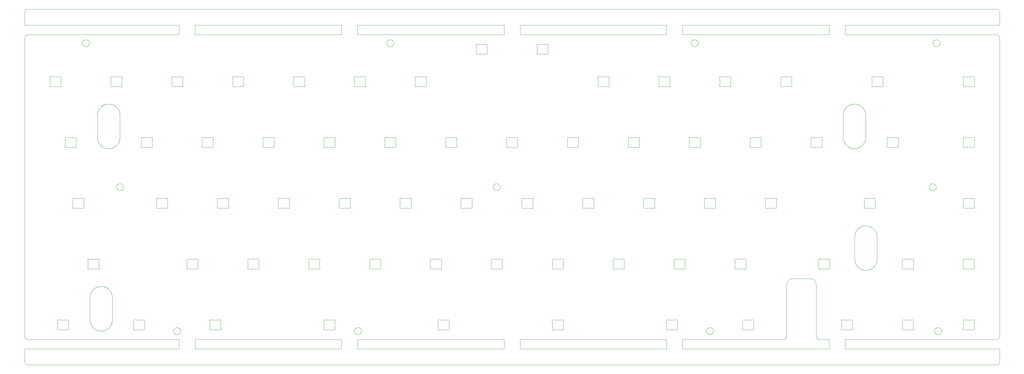
<source format=gm1>
G04 #@! TF.GenerationSoftware,KiCad,Pcbnew,7.0.0-da2b9df05c~165~ubuntu22.04.1*
G04 #@! TF.CreationDate,2023-04-25T17:32:56+00:00*
G04 #@! TF.ProjectId,pcb-rails,7063622d-7261-4696-9c73-2e6b69636164,1.0*
G04 #@! TF.SameCoordinates,Original*
G04 #@! TF.FileFunction,Profile,NP*
%FSLAX46Y46*%
G04 Gerber Fmt 4.6, Leading zero omitted, Abs format (unit mm)*
G04 Created by KiCad (PCBNEW 7.0.0-da2b9df05c~165~ubuntu22.04.1) date 2023-04-25 17:32:56*
%MOMM*%
%LPD*%
G01*
G04 APERTURE LIST*
G04 #@! TA.AperFunction,Profile*
%ADD10C,0.100000*%
G04 #@! TD*
G04 APERTURE END LIST*
D10*
X268590211Y87454093D02*
X268580471Y87430548D01*
X167748684Y30099344D02*
X167702010Y30110785D01*
X232371597Y49068321D02*
X232323320Y49052057D01*
X30647750Y54971572D02*
X30609993Y54932387D01*
X274555624Y32685410D02*
X274550949Y32736139D01*
X200738402Y13787704D02*
X200743175Y13812733D01*
X230522539Y70887080D02*
X230523443Y70861616D01*
X84959490Y87260785D02*
X84912815Y87249344D01*
X53750568Y29987064D02*
X53725361Y29990786D01*
X227942173Y11033368D02*
X227899911Y11004922D01*
X105789510Y87260785D02*
X105765814Y87264810D01*
X283552784Y56676569D02*
X283600990Y56701811D01*
X177651866Y49033655D02*
X177600932Y49034632D01*
X198834634Y90406347D02*
X198885568Y90405370D01*
X129677538Y14192780D02*
X129727615Y14202135D01*
X137121597Y49068321D02*
X137073320Y49052057D01*
X224898684Y30099344D02*
X224852010Y30110785D01*
X18562464Y49703315D02*
X18577313Y49654583D01*
X247362424Y26155032D02*
X247411258Y26072074D01*
X130510550Y32736139D02*
X130508859Y32710715D01*
X46333788Y87147225D02*
X46309172Y87153804D01*
X19947749Y101558428D02*
X19983522Y101517424D01*
X239914532Y27011107D02*
X240009287Y27028090D01*
X104662553Y11654231D02*
X104713506Y11635129D01*
X146042256Y33026690D02*
X146056562Y33047775D01*
X148773516Y55984341D02*
X148785531Y55931268D01*
X41917969Y52250591D02*
X41982898Y52216078D01*
X144714396Y98106014D02*
X144732809Y98047710D01*
X8209171Y90386201D02*
X8233788Y90392780D01*
X48913179Y90387948D02*
X48937876Y90394215D01*
X204220826Y14018104D02*
X204250493Y13976691D01*
X122785820Y87152057D02*
X122736138Y87140789D01*
X264475693Y29906941D02*
X264311703Y29847254D01*
X79354044Y49285100D02*
X79331031Y49330549D01*
X275367454Y33156527D02*
X275412814Y33140659D01*
X120887398Y49946771D02*
X120893620Y49885944D01*
X198783865Y87137870D02*
X198733788Y87147225D01*
X135266848Y68502299D02*
X135262076Y68477270D01*
X230398199Y71187624D02*
X230414576Y71168104D01*
X286920653Y10669400D02*
X286921999Y10615000D01*
X44732042Y52032473D02*
X44742969Y52009455D01*
X74790003Y68142354D02*
X74767840Y68154925D01*
X118368518Y52170579D02*
X118392547Y52170002D01*
X201943375Y87704594D02*
X201948051Y87653865D01*
X26578555Y81755214D02*
X26752202Y81737838D01*
X197171063Y49654583D02*
X197180875Y49604594D01*
X266199219Y52009455D02*
X266217489Y51961900D01*
X11206161Y87204922D02*
X11183998Y87192351D01*
X114643128Y101884766D02*
X114695718Y101870791D01*
X178135040Y49502924D02*
X178129348Y49452299D01*
X284597268Y56689488D02*
X284644836Y56663061D01*
X170505469Y71300591D02*
X170570398Y71266078D01*
X203166958Y30257531D02*
X203146290Y30304093D01*
X65094063Y87342229D02*
X65066544Y87385100D01*
X193713300Y52137624D02*
X193748928Y52174036D01*
X211472539Y70887080D02*
X211473050Y70836139D01*
X106698444Y87628388D02*
X106697540Y87602924D01*
X294557047Y87267692D02*
X294509490Y87260785D01*
X247589346Y25626240D02*
X247611106Y25532468D01*
X141534922Y100538376D02*
X141583787Y100552779D01*
X209354489Y101878104D02*
X209407410Y101890774D01*
X161112815Y100450657D02*
X161159489Y100439216D01*
X163769243Y97523311D02*
X163739576Y97481897D01*
X37258962Y10947222D02*
X37208885Y10937867D01*
X47031463Y9743002D02*
X46989160Y9777230D01*
X297119243Y52076691D02*
X297144542Y52032473D01*
X186953947Y33211728D02*
X186977402Y33221683D01*
X182897539Y89937080D02*
X182898050Y89886139D01*
X194173638Y49040789D02*
X194148432Y49037067D01*
X275110932Y29987067D02*
X275060114Y29983497D01*
X13731148Y11846771D02*
X13737370Y11785944D01*
X265864944Y87241955D02*
X265820399Y87223925D01*
X58234056Y71248047D02*
X58278601Y71266077D01*
X222288301Y30152380D02*
X222256563Y30192229D01*
X27809490Y87260785D02*
X27762815Y87249344D01*
X304910781Y102933833D02*
X304882508Y102981861D01*
X10374400Y14056284D02*
X10392678Y14074036D01*
X72825932Y29984632D02*
X72800568Y29987064D01*
X225755875Y30554594D02*
X225760551Y30503865D01*
X65079260Y87926336D02*
X65092861Y87985946D01*
X220565134Y90402135D02*
X220615211Y90392780D01*
X225668620Y30835944D02*
X225682225Y30776333D01*
X251247697Y33211728D02*
X251271152Y33221683D01*
X48716960Y11039093D02*
X48736692Y10988380D01*
X93840002Y14147651D02*
X93886104Y14169328D01*
X255509894Y11529713D02*
X255515438Y11554582D01*
X36847351Y14116077D02*
X36935197Y14161728D01*
X105074992Y11397613D02*
X105112749Y11358428D01*
X139475568Y49037064D02*
X139425377Y49045787D01*
X97158563Y68704583D02*
X97168375Y68654594D01*
X266230824Y51912733D02*
X266235597Y51887704D01*
X49494542Y90132473D02*
X49505469Y90109455D01*
X42120684Y52175193D02*
X42144546Y52172311D01*
X58487861Y71349216D02*
X58538431Y71355370D01*
X248715421Y33236201D02*
X248740038Y33242780D01*
X278069739Y13413667D02*
X278056137Y13354057D01*
X27431703Y81582746D02*
X27595693Y81523059D01*
X294033865Y14202135D02*
X294084634Y14206347D01*
X215777304Y49035114D02*
X215751866Y49033655D01*
X293887778Y87180928D02*
X293842840Y87204925D01*
X192314576Y71168104D02*
X192344243Y71126691D01*
X255742840Y11004925D02*
X255721347Y11018609D01*
X296587877Y10945787D02*
X296563179Y10952054D01*
X197077076Y52118104D02*
X197106743Y52076691D01*
X304880469Y444430D02*
X304930921Y528604D01*
X259365444Y67774786D02*
X259191796Y67792162D01*
X278023200Y11102379D02*
X277987572Y11065966D01*
X146006030Y32959455D02*
X146016957Y32982473D01*
X222192786Y30653314D02*
X222228690Y30737712D01*
X122216190Y89652291D02*
X122189552Y89712954D01*
X294486015Y11055626D02*
X294439944Y11041955D01*
X131676460Y70887079D02*
X131682152Y70937704D01*
X141995398Y97383924D02*
X141907552Y97338273D01*
X227708885Y10937867D02*
X227658116Y10933655D01*
X297176759Y51660866D02*
X297168713Y51636689D01*
X27432648Y13940540D02*
X27419606Y13766513D01*
X103166190Y89652291D02*
X103139552Y89712954D01*
X168586240Y30328103D02*
X168567971Y30280548D01*
X18526560Y51552291D02*
X18513489Y51513667D01*
X120983859Y49579289D02*
X120985944Y49528388D01*
X18156275Y100316824D02*
X18132839Y100365934D01*
X72653947Y30028274D02*
X72566101Y30073926D01*
X114944836Y101763061D02*
X114991038Y101734314D01*
X41621365Y49037870D02*
X41571288Y49047225D01*
X161045398Y100476075D02*
X161089944Y100458045D01*
X174544652Y51887704D02*
X174555466Y51937486D01*
X293983788Y14192780D02*
X294033865Y14202135D01*
X172863886Y68083494D02*
X172813068Y68087064D01*
X54046498Y30042351D02*
X54000396Y30020674D01*
X37264943Y71248048D02*
X37287814Y71240659D01*
X284850386Y101824639D02*
X284900850Y101844995D01*
X18210286Y101407623D02*
X18240727Y101452727D01*
X132185197Y10978274D02*
X132097351Y11023926D01*
X169874501Y70422843D02*
X169870762Y70483872D01*
X213599886Y11378254D02*
X213638601Y11416493D01*
X297119243Y90176691D02*
X297144542Y90132473D01*
X55600800Y71187624D02*
X55636428Y71224036D01*
X150925578Y68183370D02*
X150886430Y68215968D01*
X163769739Y99773665D02*
X163756138Y99714055D01*
X297195339Y87577539D02*
X297187076Y87527270D01*
X29166462Y54843002D02*
X29124159Y54877229D01*
X251092434Y30099344D02*
X251045760Y30110785D01*
X208682112Y101361068D02*
X208710286Y101407623D01*
X305049000Y110500000D02*
X305044184Y110598018D01*
X159019956Y52054904D02*
X159042969Y52009455D01*
X173281137Y70504057D02*
X173274914Y70443232D01*
X203152052Y32562954D02*
X203134740Y32610866D01*
X222427502Y33197651D02*
X222473604Y33219328D01*
X30496359Y89860715D02*
X30489105Y89810290D01*
X120146556Y52198047D02*
X120191101Y52216077D01*
X108043088Y30099170D02*
X108005651Y30133720D01*
X129299374Y13635410D02*
X129294699Y13686139D01*
X27283788Y87147225D02*
X27259172Y87153804D01*
X284597268Y54740513D02*
X284548452Y54716471D01*
X267916447Y90361728D02*
X267939902Y90371683D01*
X230523051Y68603865D02*
X230523444Y68578388D01*
X296359055Y87241956D02*
X296336184Y87249344D01*
X265095912Y30224909D02*
X264947000Y30133911D01*
X274604457Y13932473D02*
X274629756Y13976690D01*
X82452635Y49037867D02*
X82401866Y49033655D01*
X170361138Y71349216D02*
X170410820Y71337948D01*
X293603661Y89962464D02*
X293603661Y89962464D01*
X277906161Y30054922D02*
X277883998Y30042351D01*
X37331646Y10970674D02*
X37283578Y10953801D01*
X154081160Y71285080D02*
X154123422Y71256635D01*
X115384055Y68191956D02*
X115361184Y68199344D01*
X175423514Y52184377D02*
X175470684Y52175193D01*
X201849898Y88046771D02*
X201856120Y87985944D01*
X207875949Y70836139D02*
X207876460Y70887079D01*
X98430361Y49885946D02*
X98436585Y49946771D01*
X34378673Y10961628D02*
X34354855Y10970677D01*
X220089510Y90279217D02*
X220136185Y90290658D01*
X46805727Y11252727D02*
X46838361Y11296271D01*
X212838077Y52206634D02*
X212858846Y52221396D01*
X215040763Y11503317D02*
X215083899Y11470146D01*
X63128947Y52261728D02*
X63176333Y52280431D01*
X82725072Y49165966D02*
X82685923Y49133368D01*
X293983788Y49047225D02*
X293934923Y49061628D01*
X225668637Y32404057D02*
X225662414Y32343232D01*
X249013068Y68087064D02*
X248987861Y68090786D01*
X207882152Y70937704D02*
X207882152Y70937704D01*
X227358865Y71352135D02*
X227409634Y71356347D01*
X225695301Y30737710D02*
X225731214Y30653315D01*
X22695083Y30009571D02*
X22647697Y30028274D01*
X57965674Y11121900D02*
X57936007Y11163314D01*
X146472614Y29983497D02*
X146421696Y29985117D01*
X46016190Y89652291D02*
X45989552Y89712954D01*
X75364944Y68191955D02*
X75320399Y68173925D01*
X75060568Y68084635D02*
X75035114Y68083497D01*
X57868176Y11327270D02*
X57859912Y11377539D01*
X155730340Y49104925D02*
X155688078Y49133370D01*
X236472240Y89760866D02*
X236459894Y89810290D01*
X26380828Y23620534D02*
X26502681Y23495605D01*
X159079347Y51887704D02*
X159085039Y51837080D01*
X55477641Y68629288D02*
X55484894Y68679713D01*
X239637120Y26931730D02*
X239728210Y26962865D01*
X270098604Y71319328D02*
X270146671Y71336201D01*
X47419489Y9551897D02*
X47367261Y9567169D01*
X107955361Y30835946D02*
X107961585Y30896771D01*
X270146671Y71336201D02*
X270171288Y71342780D01*
X168608859Y32710715D02*
X168601605Y32660290D01*
X265408788Y90392780D02*
X265458865Y90402135D01*
X201317388Y14199216D02*
X201367070Y14187948D01*
X84211428Y90274036D02*
X84230587Y90290834D01*
X297195339Y30427539D02*
X297187076Y30377270D01*
X184496365Y33252135D02*
X184547134Y33256347D01*
X275389944Y30091955D02*
X275345399Y30073925D01*
X304049000Y0D02*
X304147017Y4816D01*
X130412414Y32343232D02*
X130412398Y30896771D01*
X27259171Y90386201D02*
X27283788Y90392780D01*
X82643661Y49104922D02*
X82621498Y49092351D01*
X22821350Y78439461D02*
X22834392Y78613488D01*
X214752553Y11654231D02*
X214803506Y11635129D01*
X294235820Y90387948D02*
X294284097Y90371684D01*
X274552641Y11479288D02*
X274559894Y11529713D01*
X199080469Y90350591D02*
X199145398Y90316078D01*
X296790292Y52298096D02*
X296815211Y52292780D01*
X136772422Y52278377D02*
X136821288Y52292780D01*
X150850801Y68252380D02*
X150834424Y68271900D01*
X84175801Y87302380D02*
X84144063Y87342229D01*
X283700851Y54685006D02*
X283650387Y54705362D01*
X10246688Y11554582D02*
X10261536Y11603314D01*
X268616848Y87552299D02*
X268606034Y87502517D01*
X11369243Y90176691D02*
X11394542Y90132473D01*
X285057409Y99739227D02*
X285004488Y99751897D01*
X179309894Y87729713D02*
X179315438Y87754582D01*
X122371346Y90321396D02*
X122415002Y90347651D01*
X36661731Y14070578D02*
X36685703Y14072310D01*
X165623623Y29995790D02*
X165573432Y29987067D01*
X167903947Y14161728D02*
X167927402Y14171683D01*
X23300792Y32982473D02*
X23311719Y32959455D01*
X51552444Y30091955D02*
X51507899Y30073925D01*
X30485763Y54826683D02*
X30441039Y54795686D01*
X23243224Y69591112D02*
X23163608Y69746407D01*
X210724906Y100652335D02*
X210715530Y100598733D01*
X246037712Y27028090D02*
X246132467Y27011107D01*
X135273444Y68578388D02*
X135272540Y68552924D01*
X255592861Y11785946D02*
X255599085Y11846771D01*
X151587814Y71240659D02*
X151634489Y71229218D01*
X251889060Y32502291D02*
X251875989Y32463667D01*
X236459894Y87729713D02*
X236465438Y87754582D01*
X213308449Y10425476D02*
X213300403Y10479294D01*
X93659603Y13393987D02*
X93641190Y13452291D01*
X93886105Y10970677D02*
X93862778Y10980928D01*
X163537894Y100529324D02*
X163583996Y100507647D01*
X141200948Y100046136D02*
X141200555Y100071613D01*
X77998200Y68252379D02*
X77962572Y68215966D01*
X142109489Y100439216D02*
X142157047Y100432309D01*
X165111585Y11846771D02*
X165112001Y13272843D01*
X36450261Y68428104D02*
X36436926Y68477270D01*
X136598928Y52174036D02*
X136638077Y52206634D01*
X122415003Y87192354D02*
X122392840Y87204925D01*
X104662553Y9575770D02*
X104610718Y9559210D01*
X235220310Y51552291D02*
X235207239Y51513667D01*
X217543151Y87283720D02*
X217509424Y87321900D01*
X61453790Y11402924D02*
X61448098Y11352299D01*
X173307456Y71104904D02*
X173330469Y71059455D01*
X261066504Y81455271D02*
X261223737Y81379552D01*
X285055101Y55192718D02*
X285028088Y55145481D01*
X20711834Y12755479D02*
X20648076Y12917930D01*
X284127806Y56814243D02*
X284182118Y56810880D01*
X224555675Y13812733D02*
X224569010Y13861900D01*
X155630651Y49183720D02*
X155596924Y49221900D01*
X210147268Y99840513D02*
X210098452Y99816471D01*
X120191101Y52216077D02*
X120278947Y52261728D01*
X296864077Y68111625D02*
X296815212Y68097222D01*
X168604348Y30402299D02*
X168593534Y30352517D01*
X27857047Y87267692D02*
X27809490Y87260785D01*
X262665990Y51660866D02*
X262659187Y51685421D01*
X27419606Y13766513D02*
X27397906Y13593353D01*
X103548601Y11416493D02*
X103589160Y11452771D01*
X227167840Y68154925D02*
X227146347Y68168609D01*
X220955471Y87430548D02*
X220932457Y87385099D01*
X139942438Y49242227D02*
X139910700Y49202379D01*
X129778384Y14206347D02*
X129829318Y14205370D01*
X134364510Y68210785D02*
X134316952Y68217692D01*
X65510114Y87133497D02*
X65459196Y87135117D01*
X246100800Y71187624D02*
X246136428Y71224036D01*
X60277052Y51612954D02*
X60259740Y51660866D01*
X117394653Y49452299D02*
X117388961Y49502924D01*
X211231160Y71285080D02*
X211273422Y71256635D01*
X73331213Y32586689D02*
X73295310Y32502291D01*
X187396498Y30042351D02*
X187350396Y30020674D01*
X155566760Y49826336D02*
X155580361Y49885946D01*
X30298422Y90306635D02*
X30337571Y90274037D01*
X68333997Y90347651D02*
X68356160Y90335080D01*
X47215990Y11601811D02*
X47265387Y11624639D01*
X170158788Y68097225D02*
X170109923Y68111628D01*
X44543661Y49104922D02*
X44521498Y49092351D01*
X27913737Y68150449D02*
X27756504Y68074730D01*
X200892678Y14074036D02*
X200911837Y14090834D01*
X184069653Y30402299D02*
X184063961Y30452924D01*
X269790141Y68629288D02*
X269797394Y68679713D01*
X19865673Y33068104D02*
X19882050Y33087624D01*
X70298068Y33255370D02*
X70348638Y33249216D01*
X21045164Y23086621D02*
X21147036Y23228316D01*
X84845398Y90316078D02*
X84889943Y90298048D01*
X216143620Y49885944D02*
X216157225Y49826333D01*
X154012896Y68120674D02*
X153964828Y68103801D01*
X127473432Y29987067D02*
X127422614Y29983497D01*
X96993412Y14090835D02*
X97030849Y14056285D01*
X224547412Y11377539D02*
X224545211Y11402924D01*
X305049000Y5000000D02*
X256707500Y5000000D01*
X23311719Y32959455D02*
X23329989Y32911900D01*
X16204347Y70937704D02*
X16210039Y70887080D01*
X186866101Y30073926D02*
X186821555Y30091956D01*
X132097351Y14116077D02*
X132185197Y14161728D01*
X161207046Y97427691D02*
X161159489Y97420784D01*
X207974085Y68996771D02*
X207974501Y70422843D01*
X187277711Y33242780D02*
X187326576Y33228377D01*
X223002444Y30091955D02*
X222957899Y30073925D01*
X98446924Y49221900D02*
X98417257Y49263314D01*
X153839365Y71356347D02*
X153890134Y71352135D01*
X294462814Y52190659D02*
X294486014Y52184377D01*
X136443124Y51735410D02*
X136438449Y51786139D01*
X146056563Y30192229D02*
X146042257Y30213314D01*
X50778690Y30737712D02*
X50791760Y30776336D01*
X88866958Y30257531D02*
X88846290Y30304093D01*
X132799887Y13354057D02*
X132793664Y13293232D01*
X93654757Y68313314D02*
X93629458Y68357531D01*
X89607899Y30073925D02*
X89520052Y30028277D01*
X10888067Y90402938D02*
X10938886Y90406508D01*
X153342981Y71220578D02*
X153390815Y71225192D01*
X63770310Y51552291D02*
X63757239Y51513667D01*
X19899401Y30133720D02*
X19882051Y30152380D01*
X30145719Y56770792D02*
X30197554Y56754232D01*
X120976606Y49629714D02*
X120983859Y49579289D01*
X213147614Y49033497D02*
X213122134Y49033658D01*
X20021252Y33197651D02*
X20067354Y33219328D01*
X277765212Y29997222D02*
X277715135Y29987867D01*
X13587410Y14135080D02*
X13629672Y14106635D01*
X293666544Y49285100D02*
X293643531Y49330549D01*
X13829694Y11428388D02*
X13826589Y11377539D01*
X200741144Y13610290D02*
X200736874Y13635410D01*
X201153601Y90316077D02*
X201241447Y90361728D01*
X168227712Y10947222D02*
X168177635Y10937867D01*
X286426037Y11534314D02*
X286470762Y11503317D01*
X69765141Y30529288D02*
X69772394Y30579713D01*
X60249426Y49427270D02*
X60241162Y49477539D01*
X225754347Y32837704D02*
X225760039Y32787080D01*
X232550314Y52190659D02*
X232596989Y52179218D01*
X230013886Y68083494D02*
X229963068Y68087064D01*
X61120326Y14178377D02*
X61144145Y14169328D01*
X270196208Y68091909D02*
X270146672Y68103804D01*
X224780481Y33120578D02*
X224828315Y33125192D01*
X77214510Y68210785D02*
X77166952Y68217692D01*
X188909603Y70543987D02*
X188891190Y70602291D01*
X269867257Y68313314D02*
X269854044Y68335100D01*
X10813179Y87152054D02*
X10788833Y87159571D01*
X191913886Y68083494D02*
X191863068Y68087064D01*
X901982Y111495185D02*
X804909Y111480786D01*
X136947614Y49033497D02*
X136922134Y49033658D01*
X263109608Y70916513D02*
X263087908Y70743352D01*
X40012074Y70962733D02*
X40016847Y70937704D01*
X8233788Y87147225D02*
X8184923Y87161628D01*
X27437000Y21115000D02*
X27436999Y14115000D01*
X262753173Y52118104D02*
X262769550Y52137624D01*
X57866144Y13610290D02*
X57861874Y13635410D01*
X131935703Y14072310D02*
X131983260Y14079217D01*
X224544700Y11453865D02*
X224546391Y11479288D01*
X272901866Y68083655D02*
X272876386Y68083494D01*
X228127313Y11554583D02*
X228137125Y11504594D01*
X249571359Y70810715D02*
X249564105Y70760290D01*
X129300903Y11352299D02*
X129295211Y11402924D01*
X30347269Y56689489D02*
X30394836Y56663062D01*
X770700Y103449554D02*
X717964Y103431528D01*
X261809214Y68528590D02*
X261670103Y68423217D01*
X84315002Y90347651D02*
X84361104Y90369328D01*
X125188067Y90402938D02*
X125238886Y90406508D01*
X231796923Y52118104D02*
X231813300Y52137624D01*
X151564944Y68191955D02*
X151520399Y68173925D01*
X177915155Y49118607D02*
X177871498Y49092351D01*
X65242840Y87204925D02*
X65221347Y87218609D01*
X274771347Y11018609D02*
X274730588Y11049170D01*
X18233577Y52286201D02*
X18281645Y52269328D01*
X49541847Y89987704D02*
X49547539Y89937080D01*
X238397000Y25150000D02*
X238399438Y25246234D01*
X251596078Y30003801D02*
X251571462Y29997222D01*
X160252640Y97839286D02*
X160259894Y97889711D01*
X98417256Y52076690D02*
X98446923Y52118104D01*
X297132457Y87385099D02*
X297119244Y87363312D01*
X222163450Y30503865D02*
X222165141Y30529288D01*
X196346556Y52198047D02*
X196391101Y52216077D01*
X231813300Y52137624D02*
X231848928Y52174036D01*
X146396365Y29987870D02*
X146346288Y29997225D01*
X148587225Y55055299D02*
X148553523Y55012576D01*
X50716162Y30427539D02*
X50713961Y30452924D01*
X104812268Y9640513D02*
X104763452Y9616471D01*
X230521359Y70810715D02*
X230514105Y70760290D01*
X120450931Y52305370D02*
X120476386Y52306508D01*
X144791847Y97712297D02*
X144781033Y97662515D01*
X265977748Y49092351D02*
X265931646Y49070674D01*
X296587876Y90394215D02*
X296638067Y90402938D01*
X91478314Y30114810D02*
X91430480Y30119424D01*
X208537336Y100842208D02*
X208540027Y100896558D01*
X178057225Y49826333D02*
X178070301Y49787710D01*
X42027444Y49141955D02*
X41982899Y49123925D01*
X232223068Y49034635D02*
X232197614Y49033497D01*
X297189105Y51710290D02*
X297176759Y51660866D01*
X165037761Y30328104D02*
X165024426Y30377270D01*
X65009894Y89810290D02*
X65005624Y89835410D01*
X16132239Y70563667D02*
X16118637Y70504057D01*
X70602444Y30091955D02*
X70557899Y30073925D01*
X215877328Y49053801D02*
X215827793Y49041906D01*
X132310820Y68102057D02*
X132261138Y68090789D01*
X57936006Y13976690D02*
X57965673Y14018104D01*
X49537074Y90012733D02*
X49541847Y89987704D01*
X115401960Y100390908D02*
X115379746Y100341234D01*
X11137895Y90369328D02*
X11183997Y90347651D01*
X118117969Y52250591D02*
X118182898Y52216078D01*
X208773361Y101496271D02*
X208808110Y101538147D01*
X230281160Y71285080D02*
X230323422Y71256635D01*
X225760943Y32761616D02*
X225758859Y32710715D01*
X130385699Y33087624D02*
X130417437Y33047776D01*
X268264828Y87153801D02*
X268240212Y87147222D01*
X201923739Y90061900D02*
X201937074Y90012733D01*
X60303690Y51552291D02*
X60277052Y51612954D01*
X27010774Y12441112D02*
X26923517Y12289978D01*
X173062895Y71319328D02*
X173108997Y71297651D01*
X104072410Y11690774D02*
X104125891Y11700812D01*
X79995052Y49078277D02*
X79971597Y49068321D01*
X236450950Y87653865D02*
X236452641Y87679288D01*
X41221289Y51985910D02*
X41241957Y52032473D01*
X194021365Y52302135D02*
X194072134Y52306347D01*
X97130469Y71059455D02*
X97148739Y71011900D01*
X107869652Y32837704D02*
X107869652Y32837704D01*
X174567786Y49703314D02*
X174603690Y49787712D01*
X106214366Y87133655D02*
X106163432Y87134632D01*
X129373010Y11726336D02*
X129386611Y11785946D01*
X283061859Y55316143D02*
X283043389Y55367328D01*
X68437571Y90274037D02*
X68473199Y90237624D01*
X25881797Y81737838D02*
X26055444Y81755214D01*
X63225377Y49045787D02*
X63200679Y49052054D01*
X210887861Y68090786D02*
X210838179Y68102054D01*
X293666190Y87887712D02*
X293679260Y87926336D01*
X20950482Y12289978D02*
X20863225Y12441112D01*
X44377792Y52298096D02*
X44427327Y52286201D01*
X26903661Y89962464D02*
X26903661Y89962464D01*
X63041101Y52216077D02*
X63128947Y52261728D01*
X203946462Y10947222D02*
X203896385Y10937867D01*
X203400278Y30030928D02*
X203355340Y30054925D01*
X48582224Y11274701D02*
X48613772Y11230363D01*
X86691953Y90272310D02*
X86739510Y90279217D01*
X265079457Y90132473D02*
X265104756Y90176690D01*
X255500556Y13711616D02*
X255503661Y13762464D01*
X63402634Y52302135D02*
X63427792Y52298096D01*
X20713296Y33122311D02*
X20761297Y33120002D01*
X13823097Y13787704D02*
X13828789Y13737080D01*
X213905990Y11601811D02*
X213955387Y11624639D01*
X173362074Y70962733D02*
X173370338Y70912464D01*
X265047240Y89760866D02*
X265034894Y89810290D01*
X126913057Y30478388D02*
X126915141Y30529288D01*
X198404457Y90132473D02*
X198429756Y90176690D01*
X275483184Y33125193D02*
X275507046Y33122311D01*
X11382810Y89652291D02*
X11369739Y89613667D01*
X156420685Y49164810D02*
X156396990Y49160785D01*
X170109923Y68111628D02*
X170086105Y68120677D01*
X113523361Y101496271D02*
X113558110Y101538147D01*
X23675444Y10624788D02*
X23501797Y10642164D01*
X53750567Y33252938D02*
X53801386Y33256508D01*
X26999501Y89472843D02*
X26995762Y89533872D01*
X55696347Y68168609D02*
X55655588Y68199170D01*
X103735820Y87152057D02*
X103686138Y87140789D01*
X215327010Y52179217D02*
X215350485Y52184376D01*
X265240103Y30323217D02*
X265095912Y30224909D01*
X184971989Y33129218D02*
X184995684Y33125193D01*
X246155587Y71240834D02*
X246196346Y71271396D01*
X259019244Y11163312D02*
X259004938Y11142227D01*
X248778601Y71266077D02*
X248866447Y71311728D01*
X269831031Y68380549D02*
X269812761Y68428104D01*
X144618411Y100450831D02*
X144655848Y100416281D01*
X49469243Y90176691D02*
X49494542Y90132473D01*
X84889943Y90298048D02*
X84912814Y90290659D01*
X296217981Y14070578D02*
X296241953Y14072310D01*
X148398900Y56570147D02*
X148440344Y56534884D01*
X146681858Y56113859D02*
X146702838Y56164068D01*
X286374905Y100652335D02*
X286365529Y100598733D01*
X163627652Y100481392D02*
X163668411Y100450831D01*
X234578947Y49078274D02*
X234491101Y49123926D01*
X220363179Y90387948D02*
X220387876Y90394215D01*
X174633262Y51433872D02*
X174622103Y51493987D01*
X136503690Y49787712D02*
X136516760Y49826336D01*
X147270386Y54705361D02*
X147220990Y54728189D01*
X19850313Y30192229D02*
X19822794Y30235100D01*
X216235039Y51837080D02*
X216235550Y51786139D01*
X129455178Y14074036D02*
X129474337Y14090834D01*
X130444956Y33004904D02*
X130467969Y32959455D01*
X61170684Y52175193D02*
X61194546Y52172311D01*
X212644653Y49452299D02*
X212638961Y49502924D01*
X251754672Y33156635D02*
X251793821Y33124037D01*
X270221365Y71352135D02*
X270272134Y71356347D01*
X165648320Y10952057D02*
X165598638Y10940789D01*
X65025261Y87478104D02*
X65011926Y87527270D01*
X29887876Y90394215D02*
X29938067Y90402938D01*
X163118530Y97349410D02*
X163053601Y97383923D01*
X103865387Y9605362D02*
X103815990Y9628190D01*
X184188300Y33087624D02*
X184223928Y33124036D01*
X28777471Y55419363D02*
X28764147Y55472123D01*
X294160932Y29987067D02*
X294110114Y29983497D01*
X28740026Y55796558D02*
X28745402Y55850707D01*
X213223638Y52299216D02*
X213273320Y52287948D01*
X15328673Y49061628D02*
X15304855Y49070677D01*
X84409172Y87153804D02*
X84361105Y87170677D01*
X238987962Y26527107D02*
X239059392Y26591641D01*
X19548506Y99794872D02*
X19497553Y99775770D01*
X304882508Y102981861D02*
X304851839Y103028396D01*
X44352635Y49037867D02*
X44301866Y49033655D01*
X103184603Y89593987D02*
X103166190Y89652291D01*
X278049898Y30896771D02*
X278056120Y30835944D01*
X304746272Y8342137D02*
X304783633Y8383491D01*
X293911105Y49070677D02*
X293887778Y49080928D01*
X27595693Y81523059D02*
X27756504Y81455271D01*
X105336692Y10988380D02*
X105353891Y10936754D01*
X296491447Y14161728D02*
X296538833Y14180431D01*
X239364902Y90371683D02*
X239413179Y90387948D01*
X216229347Y51887704D02*
X216235039Y51837080D01*
X210564510Y68210785D02*
X210540814Y68214810D01*
X294284097Y14171684D02*
X294330469Y14150591D01*
X205866000Y103500000D02*
X205866000Y106500000D01*
X72902303Y33254888D02*
X72927634Y33252135D01*
X255566190Y13452291D02*
X255539552Y13512954D01*
X147125884Y54781027D02*
X147080406Y54810908D01*
X15073010Y49826336D02*
X15086611Y49885946D01*
X268622540Y87602924D02*
X268616848Y87552299D01*
X80292547Y52170002D02*
X81905481Y52170578D01*
X68532457Y87385099D02*
X68519244Y87363312D01*
X65535568Y90405370D02*
X65586138Y90399216D01*
X167903947Y33211728D02*
X167927402Y33221683D01*
X154224898Y68996771D02*
X154231120Y68935944D01*
X130200395Y33219328D02*
X130246497Y33197651D01*
X34427538Y10947225D02*
X34378673Y10961628D01*
X158246556Y52198047D02*
X158291101Y52216077D01*
X170570398Y71266078D02*
X170592454Y71256527D01*
X285195406Y9710909D02*
X285151462Y9743002D01*
X189806018Y71220579D02*
X189830047Y71220002D01*
X155708846Y52221396D02*
X155752502Y52247651D01*
X293695762Y51433872D02*
X293684603Y51493987D01*
X248368175Y32862733D02*
X248381510Y32911900D01*
X120765155Y49118607D02*
X120721498Y49092351D01*
X131875577Y71256634D02*
X131917839Y71285080D01*
X160329756Y97523310D02*
X160316543Y97545097D01*
X46789944Y87241955D02*
X46745399Y87223925D01*
X230516848Y68502299D02*
X230506034Y68452517D01*
X48780530Y10831268D02*
X48789906Y10777666D01*
X29659055Y87241956D02*
X29636184Y87249344D01*
X114991038Y99895687D02*
X114944836Y99866940D01*
X265560568Y90405370D02*
X265611138Y90399216D01*
X208808184Y71225193D02*
X208856018Y71220579D01*
X194223320Y49052057D02*
X194173638Y49040789D01*
X49064365Y90406347D02*
X49115134Y90402135D01*
X255511925Y13812733D02*
X255525260Y13861900D01*
X225496497Y33197651D02*
X225518660Y33185080D01*
X22769111Y33249216D02*
X22794317Y33252938D01*
X93817840Y68154925D02*
X93775578Y68183370D01*
X111446063Y30604583D02*
X111455875Y30554594D01*
X258189510Y11060785D02*
X258141952Y11067692D01*
X61449625Y11504594D02*
X61454301Y11453865D01*
X10715884Y14206347D02*
X10766818Y14205370D01*
X293609894Y89810290D02*
X293605624Y89835410D01*
X29963432Y87134632D02*
X29938068Y87137064D01*
X294307552Y87178277D02*
X294284097Y87168321D01*
X147172783Y54753431D02*
X147125884Y54781027D01*
X229590815Y71225192D02*
X229614510Y71229217D01*
X263179318Y52305370D02*
X263229888Y52299216D01*
X169841190Y70602291D02*
X169814552Y70662954D01*
X213546990Y49160785D02*
X213500315Y49149344D01*
X13818324Y13812733D02*
X13823097Y13787704D01*
X104183000Y103500000D02*
X104183000Y106500000D01*
X132813475Y11726333D02*
X132826551Y11687710D01*
X122275801Y87302380D02*
X122244063Y87342229D01*
X170259634Y71356347D02*
X170310568Y71355370D01*
X136516760Y49826336D02*
X136530361Y49885946D01*
X44150679Y49052054D02*
X44102402Y49068319D01*
X275136138Y10940789D02*
X275110932Y10937067D01*
X61454301Y11453865D02*
X61454694Y11428388D01*
X36458789Y71035910D02*
X36479457Y71082473D01*
X54304348Y30402299D02*
X54293534Y30352517D01*
X294605047Y52170002D02*
X296217981Y52170578D01*
X58092980Y68219424D02*
X56456019Y68219424D01*
X10411838Y11049170D02*
X10374401Y11083720D01*
X227458652Y10968319D02*
X227435197Y10978274D01*
X278069243Y33026691D02*
X278094542Y32982473D01*
X84912815Y87249344D02*
X84889944Y87241955D01*
X283190727Y55077274D02*
X283160286Y55122378D01*
X249568375Y68654594D02*
X249573051Y68603865D01*
X285004488Y101878104D02*
X285057409Y101890774D01*
X125649914Y89493232D02*
X125649898Y88046771D01*
X262647411Y51862464D02*
X262647411Y51862464D01*
X237289944Y87241955D02*
X237245399Y87223925D01*
X294084634Y71356347D02*
X294135568Y71355370D01*
X8689943Y90298048D02*
X8712814Y90290659D01*
X139150485Y52184376D02*
X139196556Y52198047D01*
X232223068Y52305370D02*
X232273638Y52299216D01*
X225028384Y14206347D02*
X225079318Y14205370D01*
X58036838Y11049170D02*
X57999401Y11083720D01*
X293761428Y14074036D02*
X293800577Y14106634D01*
X93608790Y68404093D02*
X93600261Y68428104D01*
X196921498Y49092351D02*
X196875396Y49070674D01*
X251571462Y29997222D02*
X251521385Y29987867D01*
X165396288Y10947225D02*
X165347423Y10961628D01*
X74933708Y68091909D02*
X74884172Y68103804D01*
X263439149Y49123925D02*
X263351302Y49078277D01*
X141760932Y97297063D02*
X141710113Y97293493D01*
X117548928Y52174036D02*
X117588077Y52206634D01*
X188968151Y68233720D02*
X188934424Y68271900D01*
X257311099Y80889235D02*
X257444785Y81001411D01*
X263109742Y29666087D02*
X262935444Y29674786D01*
X87605469Y90109455D02*
X87623739Y90061900D01*
X18082636Y49033494D02*
X18031818Y49037064D01*
X148925679Y30002054D02*
X148901333Y30009571D01*
X201464365Y90406347D02*
X201515134Y90402135D01*
X208710286Y100222378D02*
X208682112Y100268933D01*
X34069010Y13861900D02*
X34077539Y13885910D01*
X7916543Y90154904D02*
X7929756Y90176690D01*
X139835923Y49133368D02*
X139793661Y49104922D01*
X293666544Y87385100D02*
X293643531Y87430549D01*
X141380587Y97409166D02*
X141343150Y97443716D01*
X12627938Y68704582D02*
X12642786Y68753314D01*
X215303772Y11230363D02*
X215333088Y11184520D01*
X262824337Y52190834D02*
X262865096Y52221396D01*
X293603661Y51862464D02*
X293603661Y51862464D01*
X227877748Y10992351D02*
X227831646Y10970674D01*
X132749599Y14056285D02*
X132766949Y14037624D01*
X293699085Y49946771D02*
X293699501Y51372843D01*
X106138068Y87137064D02*
X106112861Y87140786D01*
X39990211Y68404093D02*
X39980471Y68380548D01*
X245975950Y68603865D02*
X245977641Y68629288D01*
X245846233Y27047562D02*
X245942219Y27040252D01*
X12793088Y68199170D02*
X12755651Y68233720D01*
X11026649Y11023925D02*
X10938802Y10978277D01*
X96240814Y68214810D02*
X96192980Y68219424D01*
X125745338Y89962464D02*
X125747539Y89937080D01*
X130089149Y11023925D02*
X130001302Y10978277D01*
X18040027Y100896558D02*
X18045403Y100950707D01*
X285273394Y101914916D02*
X285327805Y101914243D01*
X68114366Y87133655D02*
X68063432Y87134632D01*
X68532801Y87887710D02*
X68568714Y87803315D01*
X24134785Y81001411D02*
X24273897Y81106784D01*
X216211239Y51961900D02*
X216224574Y51912733D01*
X203744111Y10940786D02*
X203694429Y10952054D01*
X149127635Y29987867D02*
X149076866Y29983655D01*
X293611925Y90012733D02*
X293625260Y90061900D01*
X96587861Y71349216D02*
X96638431Y71355370D01*
X265808884Y52302135D02*
X265834042Y52298096D01*
X30065134Y90402135D02*
X30115211Y90392780D01*
X68587074Y90012733D02*
X68591847Y89987704D01*
X255500949Y13686139D02*
X255500556Y13711616D01*
X237134097Y90371684D02*
X237180469Y90350591D01*
X184069652Y32837704D02*
X184069652Y32837704D01*
X236516190Y89652291D02*
X236489552Y89712954D01*
X284019016Y56812898D02*
X284073395Y56814916D01*
X129333302Y13512954D02*
X129315990Y13560866D01*
X182677654Y90321396D02*
X182718412Y90290835D01*
X258187495Y81455271D02*
X258348306Y81523059D01*
X169776461Y68552924D02*
X169775557Y68578388D01*
X231691161Y51862464D02*
X231699425Y51912733D01*
X199034097Y90371684D02*
X199080469Y90350591D01*
X18577312Y51685421D02*
X18562463Y51636689D01*
X65459196Y87135117D02*
X65433865Y87137870D01*
X194382898Y52216078D02*
X194404954Y52206527D01*
X168607838Y13762464D02*
X168610039Y13737080D01*
X135230469Y71059455D02*
X135248739Y71011900D01*
X246067861Y68935946D02*
X246074085Y68996771D01*
X84050949Y89886139D02*
X84050556Y89911616D01*
X213071365Y49037870D02*
X213046208Y49041909D01*
X96466447Y71311728D02*
X96513833Y71330431D01*
X257183170Y68759466D02*
X257061317Y68884395D01*
X163415134Y97297866D02*
X163364365Y97293654D01*
X184327502Y33197651D02*
X184373604Y33219328D01*
X12706563Y68292229D02*
X12679044Y68335100D01*
X146028690Y30737712D02*
X146041760Y30776336D01*
X231868087Y52190834D02*
X231908846Y52221396D01*
X129515096Y14121396D02*
X129558752Y14147651D01*
X249063886Y71356508D02*
X249114803Y71354888D01*
X196898722Y52259077D02*
X196943660Y52235080D01*
X94508185Y68214810D02*
X94484490Y68210785D01*
X13587411Y11004922D02*
X13565248Y10992351D01*
X184063961Y30452924D02*
X184063057Y30478388D01*
X212880340Y49104925D02*
X212838078Y49133370D01*
X293699501Y32322843D02*
X293695762Y32383872D01*
X19983522Y101517424D02*
X20017224Y101474701D01*
X55490437Y70735421D02*
X55480624Y70785410D01*
X29008109Y54991853D02*
X28973361Y55033729D01*
X178111239Y51961900D02*
X178124574Y51912733D01*
X8580469Y90350591D02*
X8645398Y90316078D01*
X18077472Y100519363D02*
X18064148Y100572123D01*
X160329274Y99773668D02*
X160316198Y99812291D01*
X208773361Y100133730D02*
X208740727Y100177274D01*
X209786197Y101904835D02*
X209839911Y101896124D01*
X29988886Y90406508D02*
X30014365Y90406347D01*
X135164577Y68271898D02*
X135148200Y68252379D01*
X30406120Y87985944D02*
X30419725Y87926333D01*
X284360285Y101407623D02*
X284390726Y101452727D01*
X207900260Y71011900D02*
X207918530Y71059455D01*
X55554260Y68876336D02*
X55567861Y68935946D01*
X15675931Y71355370D02*
X15701386Y71356508D01*
X172990211Y71342780D02*
X173014827Y71336201D01*
X50873928Y33124036D02*
X50893087Y33140834D01*
X101625395Y52269328D02*
X101648722Y52259077D01*
X48306038Y9695687D02*
X48259836Y9666940D01*
X163769242Y100336687D02*
X163782455Y100314901D01*
X304822010Y365607D02*
X304880469Y444430D01*
X256282494Y70233357D02*
X256235228Y70401349D01*
X15416101Y68173926D02*
X15371555Y68191956D01*
X92250071Y33124037D02*
X92285699Y33087624D01*
X260407036Y42278316D02*
X260515844Y42414757D01*
X30483562Y89785421D02*
X30468713Y89736689D01*
X179521346Y90321396D02*
X179565002Y90347651D01*
X236516190Y87887712D02*
X236529260Y87926336D01*
X19741038Y101734314D02*
X19785763Y101703317D01*
X162867981Y97429422D02*
X162843953Y97429999D01*
X130226934Y14075193D02*
X130274768Y14070579D01*
X208611859Y101213858D02*
X208632839Y101264067D01*
X130001386Y33256508D02*
X130052303Y33254888D01*
X144003601Y97383923D02*
X143959056Y97401953D01*
X249265740Y30110785D02*
X249219065Y30099344D01*
X163739576Y97481897D02*
X163723199Y97462377D01*
X248536837Y33140834D02*
X248577596Y33171396D01*
X213528361Y11296271D02*
X213563110Y11338147D01*
X168152303Y33254888D02*
X168202792Y33248096D01*
X57936007Y11163314D02*
X57922794Y11185100D01*
X173371359Y70810715D02*
X173364105Y70760290D01*
X13737387Y13354057D02*
X13731164Y13293232D01*
X229816447Y68128274D02*
X229728601Y68173926D01*
X260905693Y68006941D02*
X260741703Y67947254D01*
X259852494Y32133357D02*
X259805228Y32301349D01*
X59056034Y68452517D02*
X59040211Y68404093D01*
X294033865Y90402135D02*
X294084634Y90406347D01*
X258588886Y14206508D02*
X258614365Y14206347D01*
X65092861Y87985946D02*
X65099085Y88046771D01*
X198783865Y90402135D02*
X198834634Y90406347D01*
X148168452Y56713531D02*
X148217269Y56689489D01*
X113361859Y101213858D02*
X113382839Y101264067D01*
X168610551Y11453865D02*
X168610944Y11428388D01*
X63452712Y49047222D02*
X63402635Y49037867D01*
X267714510Y90279217D02*
X267761185Y90290658D01*
X62996555Y49141956D02*
X62973684Y49149344D01*
X235160700Y49202379D02*
X235125072Y49165966D01*
X44783859Y51760715D02*
X44776605Y51710290D01*
X122945398Y90316078D02*
X122989943Y90298048D01*
X37642193Y13711616D02*
X37640109Y13660715D01*
X93575949Y70836139D02*
X93576460Y70887079D01*
X106687074Y90012733D02*
X106691847Y89987704D01*
X60331563Y49242229D02*
X60304044Y49285100D01*
X297198443Y89911616D02*
X297196359Y89860715D01*
X27367603Y21808512D02*
X27397907Y21636648D01*
X239209056Y90298047D02*
X239253601Y90316077D01*
X199010166Y87159574D02*
X198985820Y87152057D01*
X63757225Y49826333D02*
X63770301Y49787710D01*
X132798687Y13997776D02*
X132826206Y13954904D01*
X112805587Y71240834D02*
X112846346Y71271396D01*
X132357182Y10934632D02*
X132331818Y10937064D01*
X46605027Y10533443D02*
X46602336Y10587793D01*
X182656160Y90335080D02*
X182677654Y90321396D01*
X39339902Y71321683D02*
X39388179Y71337948D01*
X268608562Y89785421D02*
X268593713Y89736689D01*
X37588292Y13932473D02*
X37599219Y13909455D01*
X146062001Y32322843D02*
X146058262Y32383872D01*
X101857225Y49826333D02*
X101870301Y49787710D01*
X48802000Y10615000D02*
X48800654Y10560601D01*
X228099219Y13909455D02*
X228117489Y13861900D01*
X41571288Y49047225D02*
X41546672Y49053804D01*
X58981120Y68935944D02*
X58994725Y68876333D01*
X296538833Y52280431D02*
X296563179Y52287948D01*
X59071359Y70810715D02*
X59064105Y70760290D01*
X189620398Y71266078D02*
X189642454Y71256527D01*
X149296497Y33197651D02*
X149318660Y33185080D01*
X277262985Y11055626D02*
X277239510Y11060785D01*
X211364576Y71168104D02*
X211394243Y71126691D01*
X296587877Y68095787D02*
X296563179Y68102054D01*
X130489259Y32610866D02*
X130481213Y32586689D01*
X222748638Y33249216D02*
X222798320Y33237948D01*
X10964366Y87133655D02*
X10913432Y87134632D01*
X107874425Y32862733D02*
X107887760Y32911900D01*
X286856691Y10241621D02*
X286836959Y10190908D01*
X147693395Y56814917D02*
X147747806Y56814244D01*
X41982898Y52216078D02*
X42027443Y52198048D01*
X179659172Y87153804D02*
X179611105Y87170677D01*
X293622240Y89760866D02*
X293609894Y89810290D01*
X179343530Y90109455D02*
X179354457Y90132473D01*
X265681817Y52302938D02*
X265732636Y52306508D01*
X101906213Y51636689D02*
X101870310Y51552291D01*
X19757200Y30503865D02*
X19758891Y30529288D01*
X203622697Y10978274D02*
X203534851Y11023926D01*
X70719546Y33122311D02*
X70767547Y33120002D01*
X258487876Y14194215D02*
X258538067Y14202938D01*
X235283859Y51760715D02*
X235276605Y51710290D01*
X129530481Y33120578D02*
X129578315Y33125192D01*
X99183000Y8000000D02*
X99183000Y8000000D01*
X93718151Y11083720D02*
X93684424Y11121900D01*
X246434196Y68085117D02*
X246408865Y68087870D01*
X144796358Y100020713D02*
X144789105Y99970288D01*
X248616952Y68217692D02*
X248592980Y68219424D01*
X104033184Y90275193D02*
X104081018Y90270579D01*
X60267786Y49703314D02*
X60303690Y49787712D01*
X265458865Y87137870D02*
X265408788Y87147225D01*
X108197422Y33228377D02*
X108246288Y33242780D01*
X246659097Y68118321D02*
X246610820Y68102057D01*
X65066190Y89652291D02*
X65039552Y89712954D01*
X283003449Y55525476D02*
X282995403Y55579294D01*
X129296391Y11479288D02*
X129303644Y11529713D01*
X20619064Y33140659D02*
X20665739Y33129218D01*
X37641801Y11453865D02*
X37642194Y11428388D01*
X224724338Y11049170D02*
X224686901Y11083720D01*
X297055849Y71206285D02*
X297089576Y71168104D01*
X258563432Y10934632D02*
X258538068Y10937064D01*
X108296365Y29987870D02*
X108246288Y29997225D01*
X53341500Y8000000D02*
X99183000Y8000000D01*
X93629458Y11207531D02*
X93608790Y11254093D01*
X177227010Y49160785D02*
X177179452Y49167692D01*
X193683262Y51433872D02*
X193672103Y51493987D01*
X293800577Y52206634D02*
X293842839Y52235080D01*
X96466447Y14161728D02*
X96489902Y14171683D01*
X122204457Y90132473D02*
X122229756Y90176690D01*
X161207047Y100432309D02*
X161231019Y100430577D01*
X215333088Y10045481D02*
X215303772Y9999638D01*
X215272224Y9955300D02*
X215238522Y9912577D01*
X246755031Y26762425D02*
X246835409Y26709451D01*
X131677641Y68629288D02*
X131684894Y68679713D01*
X103559196Y87135117D02*
X103533865Y87137870D01*
X146610026Y55633443D02*
X146607335Y55687793D01*
X13296597Y68118321D02*
X13248320Y68102057D01*
X58651649Y11023925D02*
X58563802Y10978277D01*
X106555849Y90256285D02*
X106589576Y90218104D01*
X222261585Y30896771D02*
X222262001Y32322843D01*
X245990437Y70735421D02*
X245980624Y70785410D01*
X146843361Y55033729D02*
X146810726Y55077273D01*
X27225923Y12917930D02*
X27162165Y12755479D01*
X228141290Y11402924D02*
X228135598Y11352299D01*
X130250797Y11067692D02*
X130203240Y11060785D01*
X222846597Y33221684D02*
X222892969Y33200591D01*
X197160Y103028396D02*
X166491Y102981861D01*
X170756019Y68219424D02*
X170732047Y68217692D01*
X93584894Y68679713D02*
X93597241Y68729137D01*
X293625261Y11278104D02*
X293617967Y11302517D01*
X47472410Y9539227D02*
X47419489Y9551897D01*
X149531213Y32586689D02*
X149495310Y32502291D01*
X268240212Y87147222D02*
X268190135Y87137867D01*
X19014804Y101908192D02*
X19069016Y101912898D01*
X205778314Y30114810D02*
X205730480Y30119424D01*
X146702838Y56164068D02*
X146726275Y56213178D01*
X74591190Y70602291D02*
X74564552Y70662954D01*
X262070828Y80770534D02*
X262192681Y80645605D01*
X50737760Y32911900D02*
X50746289Y32935910D01*
X101027010Y52179217D02*
X101050485Y52184376D01*
X225227847Y14171684D02*
X225274219Y14150591D01*
X177727792Y52298096D02*
X177777327Y52286201D01*
X297155471Y68380548D02*
X297132457Y68335099D01*
X114319016Y101912898D02*
X114373395Y101914916D01*
X93674085Y68996771D02*
X93674501Y70422843D01*
X193922423Y49061628D02*
X193875278Y49080928D01*
X36479457Y71082473D02*
X36504756Y71126690D01*
X210963886Y71356508D02*
X210989365Y71356347D01*
X709715Y111456941D02*
X709715Y111456941D01*
X15998797Y52170002D02*
X17611731Y52170578D01*
X99045052Y49078277D02*
X98997666Y49059574D01*
X94161138Y10940789D02*
X94135932Y10937067D01*
X96613067Y14202938D02*
X96663886Y14206508D01*
X297196359Y51760715D02*
X297189105Y51710290D01*
X274616190Y13452291D02*
X274589552Y13512954D01*
X208714944Y68191955D02*
X208670399Y68173925D01*
X129558753Y10992354D02*
X129536590Y11004925D01*
X117467257Y49263314D02*
X117441958Y49307531D01*
X174562760Y51961900D02*
X174581030Y52009455D01*
X10232710Y13737079D02*
X10234911Y13762464D01*
X135148200Y68252379D02*
X135112572Y68215966D01*
X19214Y804910D02*
X43059Y709716D01*
X249543714Y68753315D02*
X249558563Y68704583D01*
X113420399Y68173925D02*
X113332552Y68128277D01*
X10888068Y87137064D02*
X10837877Y87145787D01*
X41286585Y49946771D02*
X41287001Y51372843D01*
X94414944Y68191955D02*
X94370399Y68173925D01*
X144781033Y97662515D02*
X144773739Y97638101D01*
X209569016Y101912898D02*
X209623395Y101914916D01*
X84509196Y87135117D02*
X84483865Y87137870D01*
X247739146Y8666209D02*
X247762415Y8615567D01*
X19759911Y32812464D02*
X19768175Y32862733D01*
X304706863Y8302728D02*
X304746272Y8342137D01*
X207900261Y68428104D02*
X207892967Y68452517D01*
X22870616Y29983655D02*
X22819682Y29984632D01*
X224686901Y11083720D02*
X224653174Y11121900D01*
X222323928Y33124036D02*
X222343087Y33140834D01*
X167702010Y11060785D02*
X167654452Y11067692D01*
X213348389Y10962673D02*
X213366859Y11013858D01*
X158993637Y51454057D02*
X158987414Y51393232D01*
X26903661Y89962464D02*
X26911925Y90012733D01*
X73351605Y32660290D02*
X73346062Y32635421D01*
X273027328Y68103801D02*
X273002712Y68097222D01*
X297119725Y87926333D02*
X297132801Y87887710D01*
X13219127Y10945787D02*
X13194429Y10952054D01*
X297119244Y87363312D02*
X297089577Y87321898D01*
X63835943Y51811616D02*
X63833859Y51760715D01*
X113287336Y100787793D02*
X113287336Y100842208D01*
X222206031Y30280549D02*
X222187761Y30328104D01*
X284796858Y11013858D02*
X284817838Y11064067D01*
X214057261Y11662832D02*
X214109489Y11678104D01*
X96513833Y10959571D02*
X96466447Y10978274D01*
X134713068Y68087064D02*
X134687861Y68090786D01*
X21255844Y23364757D02*
X21371318Y23495605D01*
X215238522Y9912577D02*
X215202749Y9871573D01*
X15003644Y49629713D02*
X15009188Y49654582D01*
X284895285Y11207623D02*
X284925726Y11252727D01*
X113490727Y101452727D02*
X113523361Y101496271D01*
X29450851Y56744996D02*
X29502260Y56762833D01*
X147477409Y56790775D02*
X147530891Y56800813D01*
X188924501Y70422843D02*
X188920762Y70483872D01*
X304936584Y8615567D02*
X304959853Y8666209D01*
X293609894Y11529713D02*
X293615438Y11554582D01*
X163782455Y100314901D02*
X163805468Y100269452D01*
X239665211Y90392780D02*
X239714076Y90378377D01*
X284574159Y101652771D02*
X284616462Y101686999D01*
X251856148Y30896771D02*
X251862370Y30835944D01*
X296217981Y52170578D02*
X296265815Y52175192D01*
X184698320Y33237948D02*
X184746597Y33221684D01*
X88973928Y33124036D02*
X89013077Y33156634D01*
X273002712Y68097222D02*
X272952635Y68087867D01*
X48591953Y90272310D02*
X48639510Y90279217D01*
X201869243Y90176691D02*
X201882456Y90154904D01*
X227435197Y10978274D02*
X227347351Y11023926D01*
X284933522Y56417424D02*
X284967224Y56374701D01*
X63275568Y49037064D02*
X63225377Y49045787D01*
X198355625Y87704593D02*
X198359894Y87729713D01*
X207875950Y68603865D02*
X207880625Y68654593D01*
X211040135Y68087867D02*
X210989366Y68083655D01*
X294307552Y10978277D02*
X294284097Y10968321D01*
X285487260Y9567169D02*
X285435850Y9585006D01*
X56110820Y71337948D02*
X56159097Y71321684D01*
X98746208Y49041909D02*
X98696672Y49053804D01*
X105765814Y87264810D02*
X105717980Y87269424D01*
X293725801Y11102380D02*
X293694063Y11142229D01*
X215360101Y10092718D02*
X215333088Y10045481D01*
X37334490Y68210785D02*
X37287815Y68199344D01*
X160261923Y100172731D02*
X160267965Y100197484D01*
X98417257Y49263314D02*
X98391958Y49307531D01*
X210241038Y101734314D02*
X210285763Y101703317D01*
X23353789Y32787080D02*
X23354693Y32761616D01*
X234400485Y52184376D02*
X234446556Y52198047D01*
X175173320Y52287948D02*
X175221597Y52271684D01*
X262954855Y49070677D02*
X262908753Y49092354D01*
X58116952Y68217692D02*
X58092980Y68219424D01*
X134364510Y71229217D02*
X134411185Y71240658D01*
X174538961Y49502924D02*
X174538057Y49528388D01*
X240200766Y27047562D02*
X240297000Y27050000D01*
X34976934Y14075193D02*
X35024768Y14070579D01*
X249165292Y71348096D02*
X249214827Y71336201D01*
X18240727Y101452727D02*
X18273361Y101496271D01*
X113058865Y71352135D02*
X113109634Y71356347D01*
X203137760Y32911900D02*
X203156030Y32959455D01*
X247816491Y8518140D02*
X247847160Y8471605D01*
X265458865Y90402135D02*
X265509634Y90406347D01*
X293609894Y49629713D02*
X293615438Y49654582D01*
X26752202Y67792163D02*
X26578555Y67774787D01*
X210813833Y71330431D02*
X210838179Y71337948D01*
X296998423Y87233368D02*
X296956161Y87204922D01*
X296688886Y14206508D02*
X296739803Y14204888D01*
X116098200Y68252379D02*
X116062572Y68215966D01*
X192423444Y68578388D02*
X192422540Y68552924D01*
X37612464Y11603315D02*
X37627313Y11554583D01*
X41188056Y51811616D02*
X41191161Y51862464D01*
X130156564Y14090659D02*
X130203239Y14079218D01*
X297173739Y71011900D02*
X297187074Y70962733D01*
X283258110Y54991854D02*
X283223361Y55033730D01*
X215202749Y11358428D02*
X215238522Y11317424D01*
X46948601Y11416493D02*
X46989160Y11452771D01*
X16068349Y71206285D02*
X16102076Y71168104D01*
X27264941Y81634185D02*
X27431703Y81582746D01*
X20105101Y100292718D02*
X20105101Y100292718D01*
X148648089Y55145481D02*
X148618773Y55099637D01*
X12624425Y70962733D02*
X12637760Y71011900D01*
X197180875Y49604594D02*
X197185551Y49553865D01*
X196676386Y52306508D02*
X196701865Y52306347D01*
X285079746Y56188767D02*
X285101960Y56139093D01*
X27121346Y90321396D02*
X27165002Y90347651D01*
X89196288Y29997225D02*
X89171672Y30003804D01*
X165024426Y11327270D02*
X165019653Y11352299D01*
X101921062Y51685421D02*
X101906213Y51636689D01*
X122150557Y87628388D02*
X122152641Y87679288D01*
X41982899Y49123925D02*
X41895052Y49078277D01*
X75506019Y68219424D02*
X75482047Y68217692D01*
X149536240Y30328103D02*
X149527711Y30304093D01*
X293602641Y11479288D02*
X293609894Y11529713D01*
X34953240Y11060785D02*
X34906565Y11049344D01*
X116002655Y68168607D02*
X115958998Y68142351D01*
X284203448Y100625476D02*
X284195402Y100679294D01*
X26618155Y23364757D02*
X26726963Y23228316D01*
X162867980Y100430577D02*
X162891952Y100432309D01*
X201241447Y90361728D02*
X201264902Y90371683D01*
X189159923Y68111628D02*
X189112778Y68130928D01*
X12691760Y68876336D02*
X12705361Y68935946D01*
X273356214Y68753315D02*
X273371063Y68704583D01*
X229816447Y71311728D02*
X229839902Y71321683D01*
X249239076Y71328377D02*
X249286222Y71309077D01*
X39969542Y71082473D02*
X39980469Y71059455D01*
X278139105Y13610290D02*
X278133562Y13585421D01*
X21621100Y11490767D02*
X21493171Y11609467D01*
X115379746Y101288767D02*
X115401960Y101239093D01*
X148652010Y30110785D02*
X148628314Y30114810D01*
X93592967Y68452517D02*
X93582153Y68502299D01*
X146447134Y33256347D02*
X146498068Y33255370D01*
X294235820Y87152057D02*
X294211123Y87145790D01*
X178106214Y49703315D02*
X178121063Y49654583D01*
X112664552Y70662954D02*
X112647240Y70710866D01*
X222305651Y30133720D02*
X222288301Y30152380D01*
X54150071Y33124037D02*
X54185699Y33087624D01*
X224765096Y14121396D02*
X224808752Y14147651D01*
X284778899Y56570146D02*
X284820343Y56534883D01*
X296403601Y30073926D02*
X296359055Y30091956D01*
X258259055Y11041956D02*
X258212985Y11055626D01*
X50797103Y32443987D02*
X50778690Y32502291D01*
X93654756Y13976690D02*
X93684423Y14018104D01*
X148785531Y55498733D02*
X148773516Y55445660D01*
X18273361Y101496271D02*
X18308110Y101538147D01*
X248938179Y68102054D02*
X248889902Y68118319D01*
X125568412Y90290835D02*
X125605849Y90256285D01*
X37220399Y68173925D02*
X37132552Y68128277D01*
X120627327Y52286201D02*
X120675395Y52269328D01*
X189159922Y71328377D02*
X189208788Y71342780D01*
X107892786Y30653314D02*
X107928690Y30737712D01*
X293911105Y10970677D02*
X293887778Y10980928D01*
X30419725Y87926333D02*
X30432801Y87887710D01*
X19870343Y99995118D02*
X19828899Y99959855D01*
X182832456Y90154904D02*
X182855469Y90109455D01*
X237431018Y90270579D02*
X237455047Y90270002D01*
X270768518Y71220579D02*
X270792547Y71220002D01*
X99132898Y52216078D02*
X99154954Y52206527D01*
X228062993Y13976691D02*
X228088292Y13932473D01*
X284820343Y56534883D02*
X284859992Y56497613D01*
X304998553Y102729300D02*
X304980527Y102782036D01*
X59007810Y70602291D02*
X58994739Y70563667D01*
X55908865Y71352135D02*
X55959634Y71356347D01*
X226940437Y70735421D02*
X226930624Y70785410D01*
X58077596Y14121396D02*
X58121252Y14147651D01*
X274552641Y30529288D02*
X274559894Y30579713D01*
X101810700Y49202379D02*
X101775072Y49165966D01*
X13824625Y11504594D02*
X13827609Y11479289D01*
X274580286Y30653314D02*
X274616190Y30737712D01*
X68597539Y89937080D02*
X68598443Y89911616D01*
X213319148Y10372123D02*
X213308449Y10425476D01*
X87594543Y87407530D02*
X87569244Y87363312D01*
X192423050Y70836139D02*
X192418374Y70785410D01*
X141361427Y100434035D02*
X141380586Y100450833D01*
X232146696Y49035117D02*
X232121365Y49037870D01*
X169782152Y70937704D02*
X169792966Y70987486D01*
X297198444Y30478388D02*
X297195339Y30427539D01*
X275531019Y30119424D02*
X275507047Y30117692D01*
X163514076Y100538373D02*
X163537894Y100529324D01*
X227834489Y71229218D02*
X227858184Y71225193D01*
X79366760Y49826336D02*
X79380361Y49885946D01*
X209150990Y99828190D02*
X209102784Y99853432D01*
X261447000Y43196089D02*
X261600262Y43279552D01*
X131875578Y68183370D02*
X131836430Y68215968D01*
X206701605Y32660290D02*
X206696062Y32635421D01*
X120906744Y49263312D02*
X120892438Y49242227D01*
X15777635Y68087867D02*
X15726866Y68083655D01*
X293666543Y52054904D02*
X293679756Y52076690D01*
X266133326Y52118104D02*
X266162993Y52076691D01*
X154321359Y70810715D02*
X154314105Y70760290D01*
X134890211Y71342780D02*
X134914827Y71336201D01*
X118392547Y52170002D02*
X120005481Y52170578D01*
X145963449Y32736139D02*
X145963960Y32787079D01*
X203820052Y30028277D02*
X203772666Y30009574D01*
X41697614Y49033497D02*
X41646696Y49035117D01*
X304577395Y8197161D02*
X304622316Y8230147D01*
X824282Y103464885D02*
X770700Y103449554D01*
X104019489Y11678104D02*
X104072410Y11690774D01*
X273185922Y71256635D02*
X273225071Y71224037D01*
X156327444Y49141955D02*
X156282899Y49123925D01*
X19977597Y30068609D02*
X19936838Y30099170D01*
X175022134Y52306347D02*
X175073068Y52305370D01*
X294135568Y14205370D02*
X294186138Y14199216D01*
X294395399Y11023925D02*
X294307552Y10978277D01*
X22658306Y10856943D02*
X22497495Y10924731D01*
X13495327Y10961625D02*
X13446462Y10947222D01*
X296956161Y30054922D02*
X296933998Y30042351D01*
X16210943Y70861616D02*
X16208859Y70810715D01*
X63757239Y51513667D02*
X63743637Y51454057D01*
X249572540Y68552924D02*
X249566848Y68502299D01*
X60819429Y14187948D02*
X60844126Y14194215D01*
X87448423Y87233368D02*
X87427655Y87218607D01*
X46989160Y11452771D02*
X47031463Y11486999D01*
X208553449Y101004525D02*
X208564148Y101057878D01*
X297198443Y13711616D02*
X297196359Y13660715D01*
X135207457Y68335099D02*
X135194244Y68313312D01*
X222271923Y33068104D02*
X222288300Y33087624D01*
X68598443Y89911616D02*
X68596359Y89860715D01*
X44687414Y51393232D02*
X44687398Y49946771D01*
X284952260Y99767169D02*
X284900850Y99785006D01*
X30115212Y87147222D02*
X30065135Y87137867D01*
X193612760Y51961900D02*
X193631030Y52009455D01*
X12920760Y14079217D02*
X12944235Y14084376D01*
X34143251Y13272843D02*
X34139512Y13333872D01*
X251954301Y30503865D02*
X251954694Y30478388D01*
X144577653Y97378605D02*
X144533997Y97352350D01*
X275257552Y30028277D02*
X275234097Y30018321D01*
X227190003Y68142354D02*
X227167840Y68154925D01*
X297119739Y13413667D02*
X297106137Y13354057D01*
X256338074Y70067930D02*
X256282494Y70233357D01*
X56061138Y68090789D02*
X56010568Y68084635D01*
X18424160Y99977230D02*
X18383601Y100013508D01*
X184698320Y30002057D02*
X184648638Y29990789D01*
X193593124Y51735410D02*
X193588449Y51786139D01*
X203197103Y32443987D02*
X203178690Y32502291D01*
X151658184Y71225193D02*
X151706018Y71220579D01*
X275507046Y33122311D02*
X275555047Y33120002D01*
X208545403Y100679294D02*
X208540027Y100733443D01*
X259019231Y81711828D02*
X259191797Y81737838D01*
X237036138Y90399216D02*
X237085820Y90387948D01*
X286228087Y100245481D02*
X286198771Y100199638D01*
X304520396Y111381922D02*
X304431683Y111423880D01*
X98371290Y49354093D02*
X98362761Y49378104D01*
X11439105Y89810290D02*
X11426759Y89760866D01*
X248577596Y33171396D02*
X248621252Y33197651D01*
X297176759Y70710866D02*
X297168713Y70686689D01*
X162843953Y97429999D02*
X161231018Y97429423D01*
X134763886Y71356508D02*
X134789365Y71356347D01*
X180095398Y90316078D02*
X180139943Y90298048D01*
X148805655Y55660601D02*
X148801620Y55606335D01*
X268139365Y90406347D02*
X268190134Y90402135D01*
X163818713Y99896687D02*
X163782809Y99812289D01*
X65011925Y90012733D02*
X65025260Y90061900D01*
X174616760Y49826336D02*
X174630361Y49885946D01*
X68437572Y87265966D02*
X68398423Y87233368D01*
X48753601Y90316077D02*
X48841447Y90361728D01*
X168604347Y32837704D02*
X168610039Y32787080D01*
X201215884Y14206347D02*
X201266818Y14205370D01*
X204204450Y11102379D02*
X204168822Y11065966D01*
X566167Y8138219D02*
X615566Y8112416D01*
X259766395Y32471489D02*
X259736091Y32643352D01*
X192344243Y71126691D02*
X192357456Y71104904D01*
X222177937Y32635421D02*
X222168124Y32685410D01*
X27410114Y87133497D02*
X27359196Y87135117D01*
X126934740Y32610866D02*
X126922394Y32660290D01*
X115328088Y100245481D02*
X115298772Y100199638D01*
X75364943Y71248048D02*
X75387814Y71240659D01*
X236475260Y90061900D02*
X236483789Y90085910D01*
X217580587Y90290834D02*
X217621346Y90321396D01*
X103243151Y87283720D02*
X103209424Y87321900D01*
X158378947Y49078274D02*
X158291101Y49123926D01*
X161159489Y100439216D02*
X161207047Y100432309D01*
X37331645Y14169328D02*
X37377747Y14147651D01*
X213300403Y10750707D02*
X213308449Y10804525D01*
X77962571Y71224037D02*
X77998199Y71187624D01*
X97173051Y11453865D02*
X97173444Y11428388D01*
X293983788Y33242780D02*
X294033865Y33252135D01*
X78044725Y68876333D02*
X78057801Y68837710D01*
X160683864Y100562134D02*
X160734633Y100566346D01*
X26925260Y90061900D02*
X26933789Y90085910D01*
X165091760Y11726336D02*
X165105361Y11785946D01*
X73096497Y33197651D02*
X73118660Y33185080D01*
X255539552Y13512954D02*
X255522240Y13560866D01*
X182587895Y90369328D02*
X182633997Y90347651D01*
X136563301Y49202380D02*
X136546924Y49221900D01*
X136452937Y51685421D02*
X136443124Y51735410D01*
X15019011Y49378104D02*
X15011717Y49402517D01*
X204069546Y33122311D02*
X204117547Y33120002D01*
X41430340Y49104925D02*
X41408847Y49118609D01*
X114210891Y101900812D02*
X114264804Y101908192D01*
X248216167Y8138219D02*
X248265566Y8112416D01*
X210409992Y101597613D02*
X210447749Y101558428D01*
X73235700Y30152379D02*
X73200072Y30115966D01*
X305036315Y8933430D02*
X305043356Y8988715D01*
X117453690Y49787712D02*
X117466760Y49826336D01*
X170592454Y71256527D02*
X170637814Y71240659D01*
X48753891Y10936754D02*
X48768515Y10884340D01*
X304339284Y43060D02*
X304431683Y76121D01*
X20215530Y100598733D02*
X20203515Y100545661D01*
X67891447Y87178274D02*
X67803601Y87223926D01*
X274909171Y33236201D02*
X274933788Y33242780D01*
X284725026Y10533443D02*
X284722335Y10587793D01*
X122736138Y87140789D02*
X122710932Y87137067D01*
X50727937Y32635421D02*
X50718124Y32685410D01*
X65484634Y90406347D02*
X65535568Y90405370D01*
X24418088Y81205091D02*
X24567000Y81296089D01*
X107928690Y32502291D02*
X107902052Y32562954D01*
X98822134Y52306347D02*
X98873068Y52305370D01*
X293601461Y87602924D02*
X293600950Y87653865D01*
X247496019Y25899277D02*
X247531729Y25809880D01*
X108083847Y30068609D02*
X108043088Y30099170D01*
X197087414Y51393232D02*
X197087398Y49946771D01*
X160836138Y100559215D02*
X160885820Y100547947D01*
X270297614Y68083497D02*
X270246696Y68085117D01*
X28745402Y55579294D02*
X28740026Y55633443D01*
X34839148Y14116078D02*
X34883693Y14098048D01*
X365606Y226990D02*
X444429Y168531D01*
X168050567Y14202938D02*
X168101386Y14206508D01*
X89013077Y33156634D02*
X89033846Y33171396D01*
X146692969Y33200591D02*
X146757898Y33166078D01*
X104105047Y90270002D02*
X105717981Y90270578D01*
X210578088Y100245481D02*
X210548772Y100199638D01*
X297168714Y68753315D02*
X297183563Y68704583D01*
X878571Y103477483D02*
X824282Y103464885D01*
X70446597Y30018321D02*
X70398320Y30002057D01*
X256235228Y70401349D02*
X256196395Y70571489D01*
X262613518Y69439977D02*
X262518836Y69293380D01*
X7867967Y87502517D02*
X7857153Y87552299D01*
X296663431Y71355370D02*
X296688886Y71356508D01*
X174540141Y49579288D02*
X174547394Y49629713D01*
X58167354Y14169328D02*
X58215421Y14186201D01*
X20078088Y101384520D02*
X20105101Y101337283D01*
X15579888Y52299216D02*
X15629570Y52287948D01*
X284749147Y10372123D02*
X284738448Y10425476D01*
X173279937Y71147776D02*
X173307456Y71104904D01*
X212638449Y51786139D02*
X212638960Y51837079D01*
X146056562Y33047775D02*
X146088300Y33087624D01*
X251295083Y30009571D02*
X251247697Y30028274D01*
X96587861Y10940786D02*
X96538179Y10952054D01*
X197120310Y51552291D02*
X197107239Y51513667D01*
X92210923Y30083368D02*
X92190155Y30068607D01*
X284867111Y10068933D02*
X284841274Y10116824D01*
X294059196Y29985117D02*
X294033865Y29987870D01*
X98344653Y49452299D02*
X98338961Y49502924D01*
X44756213Y51636689D02*
X44720310Y51552291D01*
X518139Y8166492D02*
X566167Y8138219D01*
X163739575Y100378101D02*
X163769242Y100336687D01*
X277948423Y11033368D02*
X277906161Y11004922D01*
X267761185Y90290658D02*
X267784056Y90298047D01*
X146042257Y30213314D02*
X146016958Y30257531D01*
X251937284Y30352517D02*
X251921461Y30304093D01*
X293684603Y89593987D02*
X293666190Y89652291D01*
X98538077Y52206634D02*
X98558846Y52221396D01*
X184106031Y30280549D02*
X184087761Y30328104D01*
X70221696Y29985117D02*
X70196365Y29987870D01*
X211448739Y71011900D02*
X211462074Y70962733D01*
X258512861Y10940786D02*
X258463179Y10952054D01*
X193609740Y51660866D02*
X193597394Y51710290D01*
X294581019Y68219424D02*
X294557047Y68217692D01*
X262683302Y51612954D02*
X262665990Y51660866D01*
X237431019Y87269424D02*
X237407047Y87267692D01*
X74525950Y68603865D02*
X74527641Y68629288D01*
X246908184Y71225193D02*
X246956018Y71220579D01*
X55618151Y68233720D02*
X55584424Y68271900D01*
X58739076Y71328377D02*
X58786222Y71309077D01*
X262070829Y68759466D02*
X261942901Y68640766D01*
X120721497Y52247651D02*
X120743660Y52235080D01*
X251793821Y33124037D02*
X251829449Y33087624D01*
X82842971Y49330548D02*
X82819957Y49285099D01*
X216156743Y52076691D02*
X216169956Y52054904D01*
X278118714Y30653315D02*
X278133563Y30604583D01*
X283700851Y56744995D02*
X283752261Y56762832D01*
X79873638Y49040789D02*
X79823068Y49034635D01*
X203907899Y30073925D02*
X203820052Y30028277D01*
X104950763Y9726684D02*
X104906038Y9695687D01*
X177702634Y52302135D02*
X177727792Y52298096D01*
X132256929Y14187948D02*
X132281626Y14194215D01*
X199057552Y87178277D02*
X199010166Y87159574D01*
X113185932Y68087067D02*
X113135114Y68083497D01*
X18907410Y99739227D02*
X18854489Y99751897D01*
X191763833Y68109571D02*
X191716447Y68128274D01*
X294581018Y90270579D02*
X294605047Y90270002D01*
X206201386Y33256508D02*
X206252303Y33254888D01*
X218333184Y90275193D02*
X218381018Y90270579D01*
X216170310Y51552291D02*
X216157239Y51513667D01*
X50716161Y32812464D02*
X50724425Y32862733D01*
X94008865Y68087870D02*
X93983708Y68091909D01*
X153688179Y68102054D02*
X153639902Y68118319D01*
X251707500Y8000000D02*
X251707500Y5000000D01*
X274634603Y32443987D02*
X274616190Y32502291D01*
X268580471Y87430548D02*
X268557457Y87385099D01*
X170040002Y71297651D02*
X170062777Y71309077D01*
X251394318Y29987064D02*
X251369111Y29990786D01*
X111367438Y30192227D02*
X111335700Y30152379D01*
X196851576Y52278377D02*
X196875395Y52269328D01*
X208162777Y71309077D02*
X208209922Y71328377D01*
X251954693Y32761616D02*
X251952609Y32710715D01*
X284762471Y10319363D02*
X284749147Y10372123D01*
X27397907Y21636648D02*
X27419607Y21463488D01*
X41571288Y52292780D02*
X41621365Y52302135D01*
X117608846Y52221396D02*
X117652502Y52247651D01*
X248889902Y68118319D02*
X248866447Y68128274D01*
X72725679Y33237948D02*
X72775361Y33249216D01*
X277987572Y30115966D02*
X277948423Y30083368D01*
X296956160Y52235080D02*
X296998422Y52206635D01*
X70671990Y30110785D02*
X70625315Y30099344D01*
X63710700Y49202379D02*
X63675072Y49165966D01*
X209623395Y101914916D02*
X209677806Y101914243D01*
X258117980Y11069424D02*
X256481019Y11069424D01*
X13122697Y14161728D02*
X13170083Y14180431D01*
X227758962Y10947222D02*
X227708885Y10937867D01*
X238328527Y8717965D02*
X238346553Y8770701D01*
X297132457Y68335099D02*
X297119244Y68313312D01*
X211040134Y71352135D02*
X211090211Y71342780D01*
X108679954Y33156527D02*
X108725314Y33140659D01*
X212858846Y52221396D02*
X212902502Y52247651D01*
X11071194Y11041955D02*
X11026649Y11023925D01*
X15325485Y71234376D02*
X15371556Y71248047D01*
X44225567Y52302938D02*
X44276386Y52306508D01*
X297037572Y68215966D02*
X296998423Y68183368D01*
X16050072Y68215966D02*
X16010923Y68183368D01*
X122533788Y87147225D02*
X122509172Y87153804D01*
X93796346Y14121396D02*
X93840002Y14147651D01*
X138218Y102933833D02*
X112415Y102884434D01*
X28793388Y55367327D02*
X28777471Y55419363D01*
X116218374Y70785410D02*
X116214105Y70760290D01*
X56061138Y71349216D02*
X56110820Y71337948D01*
X36491544Y68335100D02*
X36468531Y68380549D01*
X297106120Y30835944D02*
X297119725Y30776333D01*
X131705286Y68753314D02*
X131741190Y68837712D01*
X148794907Y55877666D02*
X148801620Y55823666D01*
X251419682Y29984632D02*
X251394318Y29987064D01*
X34224337Y14090834D02*
X34265096Y14121396D01*
X96790212Y10947222D02*
X96740135Y10937867D01*
X112647241Y68729137D02*
X112655286Y68753314D01*
X141205624Y99995407D02*
X141200948Y100046136D01*
X268544243Y90176691D02*
X268569542Y90132473D01*
X67617981Y90270578D02*
X67641953Y90272310D01*
X98973320Y52287948D02*
X99021597Y52271684D01*
X165091760Y30776336D02*
X165105361Y30835946D01*
X123012815Y87249344D02*
X122989944Y87241955D01*
X13737370Y11785944D02*
X13750975Y11726333D01*
X113523361Y100133730D02*
X113490727Y100177274D01*
X46333788Y90392780D02*
X46383865Y90402135D01*
X286283451Y9616471D02*
X286233505Y9594872D01*
X127869546Y33122311D02*
X127917547Y33120002D01*
X125548423Y87233368D02*
X125506161Y87204922D01*
X96973422Y71256635D02*
X97012571Y71224037D01*
X182799914Y89493232D02*
X182799898Y88046771D01*
X297173739Y32911900D02*
X297187074Y32862733D01*
X7959423Y90218104D02*
X7993150Y90256284D01*
X18585598Y49452299D02*
X18574784Y49402517D01*
X19445718Y101870791D02*
X19497553Y101854231D01*
X296864076Y14178377D02*
X296887895Y14169328D01*
X65359172Y87153804D02*
X65311105Y87170677D01*
X7857153Y87552299D02*
X7851461Y87602924D01*
X200952596Y14121396D02*
X200996252Y14147651D01*
X215327010Y49160785D02*
X215303314Y49164810D01*
X277789828Y10953801D02*
X277765212Y10947222D01*
X30399898Y88046771D02*
X30406120Y87985944D01*
X140030875Y49604594D02*
X140035551Y49553865D01*
X237455047Y90270002D02*
X239067981Y90270578D01*
X30778089Y55145481D02*
X30748773Y55099637D01*
X194520685Y49164810D02*
X194496990Y49160785D01*
X342136Y8302728D02*
X383490Y8265367D01*
X18585597Y51887704D02*
X18591289Y51837080D01*
X135031160Y71285080D02*
X135073422Y71256635D01*
X177428947Y49078274D02*
X177341101Y49123926D01*
X285004488Y99751897D02*
X284952260Y99767169D01*
X55786104Y71319328D02*
X55834171Y71336201D01*
X283223361Y55033730D02*
X283190727Y55077274D01*
X178069957Y49285099D02*
X178056744Y49263312D01*
X49533562Y89785421D02*
X49518713Y89736689D01*
X116124898Y68996771D02*
X116131120Y68935944D01*
X149152792Y33248096D02*
X149177711Y33242780D01*
X274575260Y32911900D02*
X274583789Y32935910D01*
X57910707Y13932473D02*
X57936006Y13976690D01*
X236692840Y87204925D02*
X236671347Y87218609D01*
X74767840Y68154925D02*
X74746347Y68168609D01*
X167702010Y33129217D02*
X167725485Y33134376D01*
X93597240Y70710866D02*
X93584894Y70760290D01*
X222672614Y29983497D02*
X222621696Y29985117D01*
X67963179Y87152054D02*
X67938833Y87159571D01*
X265068531Y87430549D02*
X265050261Y87478104D01*
X265134423Y90218104D02*
X265150800Y90237624D01*
X57866144Y11529713D02*
X57871688Y11554582D01*
X116062572Y68215966D02*
X116043413Y68199168D01*
X55567861Y68935946D02*
X55574085Y68996771D01*
X266240109Y51760715D02*
X266232855Y51710290D01*
X41202937Y51685421D02*
X41193124Y51735410D01*
X257876999Y68233911D02*
X257728087Y68324909D01*
X216170301Y49787710D02*
X216206214Y49703315D01*
X131697241Y68729137D02*
X131705286Y68753314D01*
X28760828Y80770534D02*
X28882681Y80645605D01*
X30039911Y54633876D02*
X29986197Y54625165D01*
X148479993Y56497614D02*
X148517750Y56458429D01*
X78080471Y68380548D02*
X78057457Y68335099D01*
X29823395Y54615084D02*
X29769016Y54617102D01*
X225274219Y14150591D02*
X225339148Y14116078D01*
X136467786Y49703314D02*
X136503690Y49787712D01*
X39184055Y68191956D02*
X39161184Y68199344D01*
X217466190Y87887712D02*
X217479260Y87926336D01*
X79290141Y49579288D02*
X79297394Y49629713D01*
X203571696Y29985117D02*
X203546365Y29987870D01*
X96287985Y11055626D02*
X96264510Y11060785D01*
X50805361Y30835946D02*
X50811585Y30896771D01*
X65099501Y89472843D02*
X65095762Y89533872D01*
X74550261Y68428104D02*
X74536926Y68477270D01*
X25369058Y81634185D02*
X25538176Y81677248D01*
X208844886Y101578254D02*
X208883601Y101616493D01*
X192331137Y70504057D02*
X192324914Y70443232D01*
X251159851Y30073926D02*
X251115305Y30091956D01*
X172464510Y68210785D02*
X172416952Y68217692D01*
X209055884Y101748973D02*
X209102784Y101776569D01*
X54232225Y30776333D02*
X54245301Y30737710D01*
X154321359Y68629289D02*
X154323444Y68578388D01*
X155024500Y103500000D02*
X155024500Y106500000D01*
X103411104Y90369328D02*
X103459171Y90386201D01*
X229542980Y68219424D02*
X227906019Y68219424D01*
X206446497Y33197651D02*
X206468660Y33185080D01*
X236459894Y89810290D02*
X236455624Y89835410D01*
X270471597Y71321684D02*
X270517969Y71300591D01*
X147424489Y56778105D02*
X147477409Y56790775D01*
X182887076Y87527270D02*
X182873740Y87478103D01*
X256401833Y79624522D02*
X256473608Y79783594D01*
X26055444Y67774787D02*
X25881797Y67792163D01*
X61021385Y10937867D02*
X60970616Y10933655D01*
X227556611Y10940786D02*
X227506929Y10952054D01*
X10539510Y90279217D02*
X10562985Y90284376D01*
X23044146Y30020674D02*
X22996078Y30003801D01*
X269788056Y70861616D02*
X269791161Y70912464D01*
X36808788Y71342780D02*
X36858865Y71352135D01*
X286020342Y99995118D02*
X285978898Y99959855D01*
X285138891Y55393247D02*
X285121692Y55341621D01*
X216137414Y51393232D02*
X216137398Y49946771D01*
X74564552Y70662954D02*
X74547240Y70710866D01*
X296403601Y71266077D02*
X296491447Y71311728D01*
X283374160Y56552771D02*
X283416463Y56586999D01*
X249412571Y71224037D02*
X249448199Y71187624D01*
X248371688Y30604582D02*
X248386536Y30653314D01*
X296933998Y30042351D02*
X296887896Y30020674D01*
X201948051Y87653865D02*
X201948444Y87628388D01*
X74525949Y70836139D02*
X74525556Y70861616D01*
X77881160Y71285080D02*
X77923422Y71256635D01*
X293911104Y71319328D02*
X293959171Y71336201D01*
X29390775Y79938889D02*
X29470391Y79783594D01*
X262700776Y69591111D02*
X262700776Y69591111D01*
X259093375Y11504594D02*
X259098051Y11453865D01*
X209514804Y101908192D02*
X209569016Y101912898D01*
X77214510Y71229217D02*
X77261185Y71240658D01*
X262659187Y51685421D02*
X262649374Y51735410D01*
X98349425Y51912733D02*
X98362760Y51961900D01*
X255599501Y13272843D02*
X255595762Y13333872D01*
X39823423Y68183368D02*
X39781161Y68154922D01*
X131692966Y70987486D02*
X131700260Y71011900D01*
X34265097Y11018609D02*
X34224338Y11049170D01*
X15427615Y52302135D02*
X15478384Y52306347D01*
X168512398Y30896771D02*
X168518620Y30835944D01*
X46859490Y87260785D02*
X46812815Y87249344D01*
X123107047Y87267692D02*
X123059490Y87260785D01*
X169797240Y70710866D02*
X169784894Y70760290D01*
X37287814Y71240659D02*
X37334489Y71229218D01*
X215426692Y10241621D02*
X215406960Y10190908D01*
X208545403Y100950707D02*
X208553449Y101004525D01*
X130412398Y30896771D02*
X130418620Y30835944D01*
X208593389Y100467328D02*
X208577472Y100519363D01*
X192202655Y68168607D02*
X192158998Y68142351D01*
X96240815Y71225192D02*
X96264510Y71229217D01*
X297144542Y52032473D02*
X297155469Y52009455D01*
X69768124Y32685410D02*
X69763449Y32736139D01*
X151059923Y68111628D02*
X151036105Y68120677D01*
X168126866Y29983655D02*
X168075932Y29984632D01*
X134638179Y68102054D02*
X134589902Y68118319D01*
X251949625Y30554594D02*
X251954301Y30503865D01*
X19781510Y32911900D02*
X19790039Y32935910D01*
X246837815Y68199344D02*
X246814944Y68191955D01*
X283027472Y56010638D02*
X283043389Y56062673D01*
X39993714Y68753315D02*
X40008563Y68704583D01*
X251394317Y33252938D02*
X251445136Y33256508D01*
X94085114Y10933497D02*
X94059634Y10933658D01*
X158291101Y52216077D02*
X158378947Y52261728D01*
X60281031Y49330549D02*
X60262761Y49378104D01*
X91926866Y29983655D02*
X91875932Y29984632D01*
X165046290Y30304093D02*
X165037761Y30328104D01*
X231688961Y49502924D02*
X231688450Y49553865D01*
X246226239Y26989347D02*
X246318789Y26962865D01*
X42050315Y49149344D02*
X42027444Y49141955D01*
X163805468Y100269452D02*
X163823738Y100221897D01*
X189555469Y71300591D02*
X189620398Y71266078D01*
X304382791Y103410854D02*
X304331035Y103431528D01*
X193852502Y52247651D02*
X193875277Y52259077D01*
X22886396Y70571489D02*
X22856092Y70743353D01*
X285698505Y101835129D02*
X285748451Y101813530D01*
X206699574Y32862733D02*
X206704347Y32837704D01*
X248452012Y32383872D02*
X248440853Y32443987D01*
X130274769Y11069424D02*
X130250797Y11067692D01*
X47525891Y9529189D02*
X47472410Y9539227D01*
X153737861Y71349216D02*
X153788431Y71355370D01*
X30485763Y56603318D02*
X30528900Y56570147D01*
X173173423Y68183368D02*
X173131161Y68154922D01*
X206585700Y30152379D02*
X206550072Y30115966D01*
X44078947Y52261728D02*
X44126333Y52280431D01*
X156023068Y52305370D02*
X156073638Y52299216D01*
X147909911Y56796125D02*
X147963128Y56784767D01*
X234423684Y49149344D02*
X234377010Y49160785D01*
X132537814Y71240659D02*
X132561014Y71234377D01*
X193748928Y52174036D02*
X193788077Y52206634D01*
X206710040Y30452924D02*
X206704348Y30402299D01*
X5643Y8988715D02*
X12684Y8933430D01*
X94008865Y14202135D02*
X94059634Y14206347D01*
X297132801Y68837710D02*
X297168714Y68753315D01*
X113343389Y101162673D02*
X113361859Y101213858D01*
X104183000Y106500000D02*
X150024500Y106500000D01*
X286790100Y10092718D02*
X286790100Y10092718D01*
X56432047Y68217692D02*
X56384490Y68210785D01*
X20171692Y100441621D02*
X20151960Y100390908D01*
X172965293Y68091906D02*
X172940135Y68087867D01*
X274909171Y14186201D02*
X274933788Y14192780D01*
X187202303Y33254888D02*
X187252792Y33248096D01*
X266697001Y33165000D02*
X266692650Y32990540D01*
X144618412Y97409167D02*
X144577653Y97378605D01*
X10519028Y10980928D02*
X10474090Y11004925D01*
X258614365Y14206347D02*
X258665134Y14202135D01*
X220932801Y87887710D02*
X220968714Y87803315D01*
X198571347Y87218609D02*
X198530588Y87249170D01*
X127038301Y30152380D02*
X127006563Y30192229D01*
X165078690Y32502291D02*
X165052052Y32562954D01*
X284306274Y101313177D02*
X284332111Y101361068D01*
X115078899Y99959855D02*
X115035763Y99926684D01*
X203333846Y33171396D02*
X203377502Y33197651D01*
X248866364Y29983497D02*
X248815446Y29985117D01*
X196752634Y52302135D02*
X196802711Y52292780D01*
X105400654Y10669400D02*
X105402000Y10615000D01*
X284127806Y54615758D02*
X284073395Y54615085D01*
X25369058Y67895816D02*
X25202296Y67947255D01*
X227146347Y68168609D02*
X227105588Y68199170D01*
X265366Y103116510D02*
X230146Y103073317D01*
X204314813Y11554583D02*
X204324625Y11504594D01*
X191584055Y68191956D02*
X191561184Y68199344D01*
X222174425Y32862733D02*
X222187760Y32911900D01*
X97119543Y68357530D02*
X97094244Y68313312D01*
X69763450Y30503865D02*
X69765141Y30529288D01*
X165720052Y10978277D02*
X165696597Y10968321D01*
X101276333Y49059571D02*
X101228947Y49078274D01*
X16157042Y71082473D02*
X16167969Y71059455D01*
X205802010Y33129217D02*
X205825485Y33134376D01*
X63806214Y49703315D02*
X63821063Y49654583D01*
X215040763Y9726684D02*
X214996038Y9695687D01*
X261942900Y80889235D02*
X262070828Y80770534D01*
X63477327Y52286201D02*
X63501576Y52278377D01*
X146088300Y33087624D02*
X146123928Y33124036D01*
X141511103Y100529327D02*
X141534922Y100538376D01*
X274629260Y30776336D02*
X274642861Y30835946D01*
X294033865Y52302135D02*
X294084634Y52306347D01*
X265535197Y52261728D02*
X265582583Y52280431D01*
X187151386Y33256508D02*
X187202303Y33254888D01*
X203467435Y14090658D02*
X203490306Y14098047D01*
X97074914Y13293232D02*
X97074898Y11846771D01*
X246059603Y70543987D02*
X246041190Y70602291D01*
X114991038Y101734314D02*
X115035763Y101703317D01*
X147584804Y54621808D02*
X147530891Y54629188D01*
X296933998Y49092351D02*
X296887896Y49070674D01*
X165323604Y33219328D02*
X165347422Y33228377D01*
X7893531Y87430549D02*
X7875261Y87478104D01*
X97081120Y68935944D02*
X97094725Y68876333D01*
X99246989Y52179218D02*
X99270684Y52175193D01*
X58974898Y68996771D02*
X58981120Y68935944D01*
X99318518Y52170579D02*
X99342547Y52170002D01*
X82856214Y49703315D02*
X82871063Y49654583D01*
X260123223Y31491111D02*
X260043608Y31646407D01*
X278054938Y11142227D02*
X278023200Y11102379D01*
X158798723Y49080925D02*
X158751577Y49061625D01*
X192344244Y68313312D02*
X192329938Y68292227D01*
X269853690Y68837712D02*
X269866760Y68876336D01*
X296289510Y87260785D02*
X296265814Y87264810D01*
X174631563Y49242229D02*
X174604044Y49285100D01*
X258848176Y81677248D02*
X259019231Y81711828D01*
X192324898Y68996771D02*
X192331120Y68935944D01*
X139079452Y49167692D02*
X139055480Y49169424D01*
X151012777Y71309077D02*
X151059922Y71328377D01*
X79383262Y51433872D02*
X79372103Y51493987D01*
X12706562Y71147775D02*
X12738300Y71187624D01*
X275412814Y33140659D02*
X275459489Y33129218D01*
X127707898Y33166078D02*
X127729954Y33156527D01*
X18513489Y51513667D02*
X18499887Y51454057D01*
X139677328Y49053801D02*
X139627793Y49041906D01*
X209460891Y101900812D02*
X209514804Y101908192D01*
X151311138Y71349216D02*
X151360820Y71337948D01*
X192329938Y68292227D02*
X192298200Y68252379D01*
X92146498Y30042351D02*
X92100396Y30020674D01*
X225251386Y33256508D02*
X225302303Y33254888D01*
X168227711Y33242780D02*
X168252327Y33236201D01*
X277215815Y33125192D02*
X277239510Y33129217D01*
X212667786Y49703314D02*
X212703690Y49787712D01*
X129436901Y11083720D02*
X129403174Y11121900D01*
X170335932Y68087067D02*
X170285114Y68083497D01*
X92312398Y30896771D02*
X92318620Y30835944D01*
X148877402Y33221683D02*
X148925679Y33237948D01*
X115815293Y68091906D02*
X115790135Y68087867D01*
X58492070Y14187948D02*
X58540347Y14171684D01*
X129319011Y11278104D02*
X129311717Y11302517D01*
X11445339Y87577539D02*
X11437076Y87527270D01*
X165277503Y10992354D02*
X165255340Y11004925D01*
X168586239Y13861900D02*
X168599574Y13812733D01*
X228076551Y11687710D02*
X228112464Y11603315D01*
X155553690Y49787712D02*
X155566760Y49826336D01*
X178129348Y49452299D02*
X178124576Y49427270D01*
X208359634Y71356347D02*
X208410568Y71355370D01*
X61032899Y49123925D02*
X60945052Y49078277D01*
X13396384Y14202135D02*
X13446461Y14192780D01*
X144699499Y98227157D02*
X144703237Y98166129D01*
X10297440Y13452291D02*
X10270802Y13512954D01*
X174780340Y49104925D02*
X174738078Y49133370D01*
X29302783Y56676570D02*
X29350990Y56701812D01*
X17956929Y49052054D02*
X17932583Y49059571D01*
X112846346Y71271396D02*
X112890002Y71297651D01*
X285698505Y99794872D02*
X285647552Y99775770D01*
X123083184Y90275193D02*
X123131018Y90270579D01*
X297193375Y49604594D02*
X297196359Y49579289D01*
X144415211Y100552776D02*
X144464076Y100538373D01*
X189335114Y68083497D02*
X189309634Y68083658D01*
X148675102Y55192718D02*
X148648089Y55145481D01*
X304706863Y103197273D02*
X304665509Y103234634D01*
X231709740Y51660866D02*
X231702937Y51685421D01*
X25881797Y67792163D02*
X25709231Y67818173D01*
X263506564Y52190659D02*
X263553239Y52179218D01*
X284261858Y101213858D02*
X284282838Y101264067D01*
X187350396Y30020674D02*
X187302328Y30003801D01*
X165022394Y11529713D02*
X165034741Y11579137D01*
X296864076Y90378377D02*
X296887895Y90369328D01*
X88866957Y32982473D02*
X88892256Y33026690D01*
X132006735Y11055626D02*
X131983260Y11060785D01*
X113361859Y100416143D02*
X113343389Y100467328D01*
X87569243Y90176691D02*
X87582456Y90154904D01*
X213570685Y49164810D02*
X213546990Y49160785D01*
X262728353Y51493987D02*
X262709940Y51552291D01*
X278148443Y13711616D02*
X278146359Y13660715D01*
X262192681Y80645605D02*
X262308155Y80514757D01*
X1411Y102455715D02*
X0Y102400000D01*
X148698684Y30099344D02*
X148652010Y30110785D01*
X126913961Y30452924D02*
X126913057Y30478388D01*
X192416848Y68502299D02*
X192412076Y68477270D01*
X297132810Y13452291D02*
X297119739Y13413667D01*
X127223604Y33219328D02*
X127247422Y33228377D01*
X141710113Y97293493D02*
X141684634Y97293654D01*
X8137778Y87180928D02*
X8092840Y87204925D01*
X296815211Y33242780D02*
X296839827Y33236201D01*
X277513179Y33237948D02*
X277562861Y33249216D01*
X227105588Y68199170D02*
X227068151Y68233720D01*
X135194244Y68313312D02*
X135164577Y68271898D01*
X203373203Y14072310D02*
X203420760Y14079217D01*
X235177076Y52118104D02*
X235206743Y52076691D01*
X293601460Y51837079D02*
X293603661Y51862464D01*
X173014828Y68103801D02*
X172965293Y68091906D01*
X227284172Y68103804D02*
X227236105Y68120677D01*
X208564148Y100572123D02*
X208553449Y100625476D01*
X49547540Y87602924D02*
X49541848Y87552299D01*
X131676461Y68552924D02*
X131675557Y68578388D01*
X7916190Y87887712D02*
X7929260Y87926336D01*
X230457810Y70602291D02*
X230444739Y70563667D01*
X269948928Y71224036D02*
X269968087Y71240834D01*
X27756504Y81455271D02*
X27913737Y81379552D01*
X94235166Y10959574D02*
X94210820Y10952057D01*
X158500361Y52299216D02*
X158550931Y52305370D01*
X230490211Y68404093D02*
X230480471Y68380548D01*
X174825277Y52259077D02*
X174872422Y52278377D01*
X74836104Y71319328D02*
X74884171Y71336201D01*
X15304855Y49070677D02*
X15281528Y49080928D01*
X274572240Y13560866D02*
X274559894Y13610290D01*
X103130286Y87803314D02*
X103166190Y87887712D01*
X79380361Y49885946D02*
X79386585Y49946771D01*
X19177806Y99715758D02*
X19123395Y99715085D01*
X106673740Y87478103D02*
X106665211Y87454093D01*
X118368519Y49169424D02*
X118320685Y49164810D01*
X247309450Y26235410D02*
X247362424Y26155032D01*
X265124085Y88046771D02*
X265124501Y89472843D01*
X265333260Y52179217D02*
X265356735Y52184376D01*
X27584097Y87168321D02*
X27535820Y87152057D01*
X198733788Y90392780D02*
X198783865Y90402135D01*
X50766957Y32982473D02*
X50792256Y33026690D01*
X22340262Y24229552D02*
X22497495Y24305271D01*
X167654452Y11067692D02*
X167630480Y11069424D01*
X214853452Y9616471D02*
X214803506Y9594872D01*
X93667861Y11785946D02*
X93674085Y11846771D01*
X74746346Y71271396D02*
X74790002Y71297651D01*
X246980047Y71220002D02*
X248592981Y71220578D01*
X270650315Y68199344D02*
X270627444Y68191955D01*
X19909992Y101597613D02*
X19947749Y101558428D01*
X304147017Y4816D02*
X304244090Y19215D01*
X117399425Y51912733D02*
X117412760Y51961900D01*
X214109489Y11678104D02*
X214162410Y11690774D01*
X297196359Y89860715D02*
X297189105Y89810290D01*
X220488886Y90406508D02*
X220514365Y90406347D01*
X103297839Y10165934D02*
X103276859Y10216143D01*
X122660114Y87133497D02*
X122609196Y87135117D01*
X125669725Y87926333D02*
X125682801Y87887710D01*
X294186138Y52299216D02*
X294235820Y52287948D01*
X264475693Y43423059D02*
X264636504Y43355271D01*
X101003314Y49164810D02*
X100955480Y49169424D01*
X168596062Y32635421D02*
X168581213Y32586689D01*
X150725949Y70836139D02*
X150726460Y70887079D01*
X105789510Y90279217D02*
X105836185Y90290658D01*
X62927010Y52179217D02*
X62950485Y52184376D01*
X56270398Y71266078D02*
X56314943Y71248048D01*
X173358563Y68704583D02*
X173364106Y68679714D01*
X163826759Y97939135D02*
X163839105Y97889711D01*
X114897268Y101789488D02*
X114944836Y101763061D01*
X18960891Y99729189D02*
X18907410Y99739227D01*
X268514576Y90218104D02*
X268544243Y90176691D01*
X23091833Y69905479D02*
X23028075Y70067930D01*
X265709097Y87168321D02*
X265660820Y87152057D01*
X293666190Y30737712D02*
X293679260Y30776336D01*
X232644546Y52172311D02*
X232692547Y52170002D01*
X146615402Y55579294D02*
X146610026Y55633443D01*
X48988067Y90402938D02*
X49038886Y90406508D01*
X104179804Y11708192D02*
X104234016Y11712898D01*
X296359055Y49141956D02*
X296336184Y49149344D01*
X168610039Y32787080D02*
X168610943Y32761616D01*
X58831161Y68154922D02*
X58786223Y68130925D01*
X43946556Y52198047D02*
X43991101Y52216077D01*
X258414902Y14171683D02*
X258463179Y14187948D01*
X130133694Y11041955D02*
X130089149Y11023925D01*
X177476333Y52280431D02*
X177500679Y52287948D01*
X125747539Y89937080D02*
X125748050Y89886139D01*
X114052261Y101862832D02*
X114104489Y101878104D01*
X101930875Y49604594D02*
X101935551Y49553865D01*
X34059188Y11554582D02*
X34074036Y11603314D01*
X18750851Y99785006D02*
X18700387Y99805362D01*
X149531214Y30653315D02*
X149546063Y30604583D01*
X175123638Y49040789D02*
X175073068Y49034635D01*
X263458555Y43655214D02*
X263632202Y43637838D01*
X266242194Y49528388D02*
X266241290Y49502924D01*
X297132810Y70602291D02*
X297119739Y70563667D01*
X274983865Y14202135D02*
X275034634Y14206347D01*
X110825679Y30002054D02*
X110801333Y30009571D01*
X82178947Y52261728D02*
X82226333Y52280431D01*
X39388179Y68102054D02*
X39339902Y68118319D01*
X77588431Y71355370D02*
X77613886Y71356508D01*
X220991847Y89987704D02*
X220997539Y89937080D01*
X179300949Y89886139D02*
X179301460Y89937079D01*
X15575679Y71337948D02*
X15625361Y71349216D01*
X168050568Y29987064D02*
X168025361Y29990786D01*
X96192981Y71220578D02*
X96240815Y71225192D01*
X239488068Y87137064D02*
X239462861Y87140786D01*
X285165530Y55931268D02*
X285174906Y55877666D01*
X16196063Y68704583D02*
X16205875Y68654594D01*
X105182224Y9955300D02*
X105148522Y9912577D01*
X39463068Y68087064D02*
X39437861Y68090786D01*
X293666190Y89652291D02*
X293639552Y89712954D01*
X46657552Y87178277D02*
X46634097Y87168321D01*
X272702402Y68118319D02*
X272678947Y68128274D01*
X36935197Y14161728D02*
X36958652Y14171683D01*
X206699576Y30377270D02*
X206686240Y30328103D01*
X225731214Y30653315D02*
X225746063Y30604583D01*
X222798320Y33237948D02*
X222846597Y33221684D01*
X97094725Y68876333D02*
X97107801Y68837710D01*
X19855335Y30896771D02*
X19855751Y32322843D01*
X37617489Y13861900D02*
X37630824Y13812733D01*
X305005940Y110790285D02*
X304972879Y110882684D01*
X8161104Y90369328D02*
X8209171Y90386201D01*
X77740212Y68097222D02*
X77690135Y68087867D01*
X106038833Y87159571D02*
X105991447Y87178274D01*
X120920301Y49787710D02*
X120956214Y49703315D01*
X68356161Y87204922D02*
X68333998Y87192351D01*
X285797267Y101789488D02*
X285844835Y101763061D01*
X28856275Y55216823D02*
X28832838Y55265933D01*
X48582224Y9955300D02*
X48548522Y9912577D01*
X80017969Y52250591D02*
X80082898Y52216078D01*
X186953947Y30028274D02*
X186866101Y30073926D01*
X165042786Y11603314D02*
X165078690Y11687712D01*
X206252304Y29985114D02*
X206226866Y29983655D01*
X165019653Y11352299D02*
X165013961Y11402924D01*
X220687895Y90369328D02*
X220733997Y90347651D01*
X28067000Y68233912D02*
X27913737Y68150449D01*
X293684603Y51493987D02*
X293666190Y51552291D01*
X15529318Y52305370D02*
X15579888Y52299216D01*
X264636505Y29974729D02*
X264475693Y29906941D01*
X293694063Y30192229D02*
X293666544Y30235100D01*
X230362571Y71224037D02*
X230398199Y71187624D01*
X51529954Y33156527D02*
X51575314Y33140659D01*
X274675800Y33087624D02*
X274711428Y33124036D01*
X206710550Y32736139D02*
X206705874Y32685410D01*
X268524898Y88046771D02*
X268531120Y87985944D01*
X285489910Y99733877D02*
X285436196Y99725166D01*
X122157153Y87552299D02*
X122151461Y87602924D01*
X172534056Y71248047D02*
X172578601Y71266077D01*
X297155471Y49330548D02*
X297132457Y49285099D01*
X105380530Y10398733D02*
X105368515Y10345661D01*
X213292336Y10587793D02*
X213292336Y10642208D01*
X73050396Y30020674D02*
X73002328Y30003801D01*
X126919653Y30402299D02*
X126913961Y30452924D01*
X117588077Y52206634D02*
X117608846Y52221396D01*
X18602784Y101776569D02*
X18650990Y101801811D01*
X258141952Y11067692D02*
X258117980Y11069424D01*
X17659564Y49164810D02*
X17611730Y49169424D01*
X16112398Y68996771D02*
X16118620Y68935944D01*
X198449501Y89472843D02*
X198445762Y89533872D01*
X42144547Y49167692D02*
X42096990Y49160785D01*
X61429989Y13861900D02*
X61443324Y13812733D01*
X230362572Y68215966D02*
X230323423Y68183368D01*
X261525911Y81205091D02*
X261670102Y81106784D01*
X96192980Y68219424D02*
X94556019Y68219424D01*
X268289076Y90378377D02*
X268312895Y90369328D01*
X222255361Y30835946D02*
X222261585Y30896771D01*
X86809055Y87241956D02*
X86786184Y87249344D01*
X30468714Y87803315D02*
X30483563Y87754583D01*
X146088301Y30152380D02*
X146056563Y30192229D01*
X103122240Y89760866D02*
X103109894Y89810290D01*
X120350679Y52287948D02*
X120400361Y52299216D01*
X127346365Y29987870D02*
X127296288Y29997225D01*
X28811858Y56113859D02*
X28832838Y56164068D01*
X113460286Y101407623D02*
X113490727Y101452727D01*
X113760407Y101719092D02*
X113805884Y101748973D01*
X78069542Y71082473D02*
X78080469Y71059455D01*
X93654757Y11163314D02*
X93629458Y11207531D01*
X58240038Y10947225D02*
X58191173Y10961628D01*
X163847539Y97762922D02*
X163841847Y97712297D01*
X115588179Y71337948D02*
X115637861Y71349216D01*
X44768534Y49402517D02*
X44752711Y49354093D01*
X93576461Y68552924D02*
X93575950Y68603865D01*
X234750932Y49034632D02*
X234725568Y49037064D01*
X98338960Y51837079D02*
X98344652Y51887704D01*
X169818530Y71059455D02*
X169829457Y71082473D01*
X131675557Y68578388D02*
X131677641Y68629288D01*
X132210568Y71355370D02*
X132261138Y71349216D01*
X104859836Y9666940D02*
X104812268Y9640513D01*
X107916958Y30257531D02*
X107896290Y30304093D01*
X86964902Y90371683D02*
X87013179Y90387948D01*
X117388960Y51837079D02*
X117394652Y51887704D01*
X286233505Y11635129D02*
X286283451Y11613530D01*
X115840211Y71342780D02*
X115889076Y71328377D01*
X107887760Y32911900D02*
X107906030Y32959455D01*
X111196497Y33197651D02*
X111218660Y33185080D01*
X293600950Y30503865D02*
X293602641Y30529288D01*
X45959894Y87729713D02*
X45965438Y87754582D01*
X29661504Y79296644D02*
X29708770Y79128651D01*
X256707500Y106500000D02*
X305049000Y106500000D01*
X61356164Y13293232D02*
X61356148Y11846771D01*
X206585699Y33087624D02*
X206617437Y33047776D01*
X226950261Y68428104D02*
X226936926Y68477270D01*
X82275377Y49045787D02*
X82250679Y49052054D01*
X30139828Y87153801D02*
X30115212Y87147222D01*
X224705178Y14074036D02*
X224724337Y14090834D01*
X274792840Y30054925D02*
X274771347Y30068609D01*
X136725278Y49080928D02*
X136680340Y49104925D01*
X130510040Y30452924D02*
X130504348Y30402299D01*
X225077402Y33221683D02*
X225125679Y33237948D01*
X63275567Y52302938D02*
X63326386Y52306508D01*
X44771063Y49654583D02*
X44780875Y49604594D01*
X116216847Y70937704D02*
X116222539Y70887080D01*
X210285763Y101703317D02*
X210328899Y101670146D01*
X47634016Y11712898D02*
X47688395Y11714916D01*
X116218375Y68654594D02*
X116223051Y68603865D01*
X27436999Y14115000D02*
X27432648Y13940540D01*
X208740727Y100177274D02*
X208710286Y100222378D01*
X246132467Y27011107D02*
X246226239Y26989347D01*
X30493375Y87704594D02*
X30498051Y87653865D01*
X129474337Y14090834D02*
X129515096Y14121396D01*
X112984172Y68103804D02*
X112959923Y68111628D01*
X148805655Y55769400D02*
X148807001Y55715000D01*
X105368515Y10345661D02*
X105353891Y10293247D01*
X165921989Y14079218D02*
X165945684Y14075193D01*
X246610820Y71337948D02*
X246659097Y71321684D01*
X94085114Y68083497D02*
X94059634Y68083658D01*
X107868124Y32685410D02*
X107863449Y32736139D01*
X68398422Y90306635D02*
X68437571Y90274037D01*
X294284097Y10968321D02*
X294235820Y10952057D01*
X278133562Y13585421D02*
X278118713Y13536689D01*
X148699747Y55241233D02*
X148675102Y55192718D01*
X296538833Y14180431D02*
X296563179Y14187948D01*
X17885197Y52261728D02*
X17932583Y52280431D01*
X275060114Y29983497D02*
X275009196Y29985117D01*
X96216953Y14072310D02*
X96264510Y14079217D01*
X41452502Y52247651D02*
X41498604Y52269328D01*
X285435850Y9585006D02*
X285385386Y9605362D01*
X246485114Y68083497D02*
X246434196Y68085117D01*
X60773068Y52305370D02*
X60823638Y52299216D01*
X237830832Y8138219D02*
X237878860Y8166492D01*
X158177010Y49160785D02*
X158129452Y49167692D01*
X27090390Y12596408D02*
X27010774Y12441112D01*
X65003662Y87577539D02*
X65001461Y87602924D01*
X206612414Y32343232D02*
X206612398Y30896771D01*
X251271152Y33221683D02*
X251319429Y33237948D01*
X248711184Y68199344D02*
X248664510Y68210785D01*
X225600072Y30115966D02*
X225560923Y30083368D01*
X297106137Y89554057D02*
X297099914Y89493232D01*
X122229260Y87926336D02*
X122242861Y87985946D01*
X39944244Y68313312D02*
X39914577Y68271898D01*
X268593714Y87803315D02*
X268608563Y87754583D01*
X297176759Y13560866D02*
X297168713Y13536689D01*
X213679160Y11452771D02*
X213721463Y11486999D01*
X58994243Y71126691D02*
X59019542Y71082473D01*
X220798422Y90306635D02*
X220837571Y90274037D01*
X96378601Y68173926D02*
X96334055Y68191956D01*
X158200485Y49155626D02*
X158177010Y49160785D01*
X273307225Y68876333D02*
X273320301Y68837710D01*
X297189105Y70760290D02*
X297176759Y70710866D01*
X239848423Y87233368D02*
X239806161Y87204922D01*
X293622240Y70710866D02*
X293609894Y70760290D01*
X122175261Y87478104D02*
X122167967Y87502517D01*
X125723739Y90061900D02*
X125737074Y90012733D01*
X34044699Y13686139D02*
X34044306Y13711616D01*
X207892967Y68452517D02*
X207882153Y68502299D01*
X204187099Y14056285D02*
X204220826Y14018104D01*
X84685820Y87152057D02*
X84636138Y87140789D01*
X163837073Y100172731D02*
X163841846Y100147702D01*
X103280588Y87249170D02*
X103243151Y87283720D01*
X113432112Y101361068D02*
X113460286Y101407623D01*
X122157152Y89987704D02*
X122157152Y89987704D01*
X60247394Y49629713D02*
X60252938Y49654582D01*
X141884097Y100531682D02*
X141907552Y100521727D01*
X155488057Y49528388D02*
X155490141Y49579288D01*
X58831160Y71285080D02*
X58873422Y71256635D01*
X187660944Y30478388D02*
X187660040Y30452924D01*
X210678601Y71266077D02*
X210766447Y71311728D01*
X20437000Y21115000D02*
X20441350Y21289461D01*
X155509740Y51660866D02*
X155497394Y51710290D01*
X136462761Y49378104D02*
X136449426Y49427270D01*
X248499401Y30133720D02*
X248482051Y30152380D01*
X296217980Y49169424D02*
X294581019Y49169424D01*
X96862895Y14169328D02*
X96908997Y14147651D01*
X284967224Y55055300D02*
X284933522Y55012577D01*
X286024910Y11696124D02*
X286078127Y11684766D01*
X293695762Y89533872D02*
X293684603Y89593987D01*
X129303644Y11529713D02*
X129315991Y11579137D01*
X293695762Y32383872D02*
X293684603Y32443987D01*
X25038306Y68006942D02*
X24877495Y68074730D01*
X256184097Y14171684D02*
X256230469Y14150591D01*
X139956743Y52076691D02*
X139969956Y52054904D01*
X297037572Y30115966D02*
X296998423Y30083368D01*
X187636240Y30328103D02*
X187627711Y30304093D01*
X262709940Y49787712D02*
X262723010Y49826336D01*
X172787861Y71349216D02*
X172838431Y71355370D01*
X49387572Y87265966D02*
X49348423Y87233368D01*
X246000261Y68428104D02*
X245986926Y68477270D01*
X203166957Y32982473D02*
X203192256Y33026690D01*
X19548506Y101835129D02*
X19598452Y101813530D01*
X304998553Y8770701D02*
X305013884Y8824283D01*
X146843361Y56396272D02*
X146878109Y56438148D01*
X79331031Y49330549D02*
X79312761Y49378104D01*
X55740002Y71297651D02*
X55786104Y71319328D01*
X167816101Y33166077D02*
X167903947Y33211728D01*
X259032801Y11687710D02*
X259068714Y11603315D01*
X35048797Y14070002D02*
X36661731Y14070578D01*
X193788077Y52206634D02*
X193808846Y52221396D01*
X274589552Y32562954D02*
X274572240Y32610866D01*
X207908790Y68404093D02*
X207900261Y68428104D01*
X267642981Y90270578D02*
X267666953Y90272310D01*
X158943350Y49183718D02*
X158925072Y49165966D01*
X58665292Y71348096D02*
X58714827Y71336201D01*
X297187074Y13812733D02*
X297191847Y13787704D01*
X77836223Y68130925D02*
X77812896Y68120674D01*
X58121253Y10992354D02*
X58099090Y11004925D01*
X235220301Y49787710D02*
X235256214Y49703315D01*
X1100000Y103500000D02*
X1044285Y103498589D01*
X72380481Y33120578D02*
X72428315Y33125192D01*
X151634489Y71229218D02*
X151658184Y71225193D01*
X293684603Y32443987D02*
X293666190Y32502291D01*
X101300679Y49052054D02*
X101276333Y49059571D01*
X179683788Y87147225D02*
X179659172Y87153804D01*
X216206213Y51636689D02*
X216170310Y51552291D01*
X286133521Y100112577D02*
X286097748Y100071573D01*
X10274781Y11230549D02*
X10256511Y11278104D01*
X274861105Y10970677D02*
X274815003Y10992354D01*
X222698068Y33255370D02*
X222748638Y33249216D01*
X226925950Y68603865D02*
X226927641Y68629288D01*
X87648051Y87653865D02*
X87648444Y87628388D01*
X103720884Y9681028D02*
X103675407Y9710909D01*
X20711833Y22474522D02*
X20783608Y22633594D01*
X179315438Y87754582D02*
X179330286Y87803314D01*
X296563179Y90387948D02*
X296587876Y90394215D01*
X168050568Y10937064D02*
X168025361Y10940786D01*
X261600262Y30050448D02*
X261446999Y30133911D01*
X191913886Y71356508D02*
X191939365Y71356347D01*
X80196989Y52179218D02*
X80220684Y52175193D01*
X58696193Y14098048D02*
X58719064Y14090659D01*
X143912984Y100444375D02*
X143959055Y100458046D01*
X44585923Y49133368D02*
X44543661Y49104922D01*
X236480286Y87803314D02*
X236516190Y87887712D01*
X125414077Y87161625D02*
X125365212Y87147222D01*
X34528384Y14206347D02*
X34579318Y14205370D01*
X285917117Y9519121D02*
X285862805Y9515758D01*
X182465135Y87137867D02*
X182414366Y87133655D01*
X115465530Y101031268D02*
X115474906Y100977666D01*
X37641289Y13737080D02*
X37642193Y13711616D01*
X147802118Y54619120D02*
X147747806Y54615757D01*
X17797351Y52216077D02*
X17885197Y52261728D01*
X263179318Y49034635D02*
X263153864Y49033497D01*
X248638714Y8005644D02*
X248694285Y8001412D01*
X13720826Y14018104D02*
X13750493Y13976691D01*
X15136901Y49183720D02*
X15119551Y49202380D01*
X17706735Y52184376D02*
X17752806Y52198047D01*
X283752261Y54667169D02*
X283700851Y54685006D01*
X293603661Y70912464D02*
X293611925Y70962733D01*
X68038067Y90402938D02*
X68088886Y90406508D01*
X117466760Y49826336D02*
X117480361Y49885946D01*
X79341957Y52032473D02*
X79367256Y52076690D01*
X146780285Y55122378D02*
X146752111Y55168932D01*
X222256563Y30192229D02*
X222229044Y30235100D01*
X132470399Y68173925D02*
X132382552Y68128277D01*
X25376504Y24305271D02*
X25533737Y24229552D01*
X198709172Y87153804D02*
X198661105Y87170677D01*
X297183563Y87754583D02*
X297193375Y87704594D01*
X234377010Y49160785D02*
X234329452Y49167692D01*
X165193087Y14090834D02*
X165233846Y14121396D01*
X29470391Y79783594D02*
X29542166Y79624522D01*
X201594065Y11049344D02*
X201571194Y11041955D01*
X84230588Y87249170D02*
X84193151Y87283720D01*
X54277711Y30304093D02*
X54267971Y30280548D01*
X293679260Y11726336D02*
X293692861Y11785946D01*
X18700387Y101824639D02*
X18750851Y101844995D01*
X57922440Y13452291D02*
X57895802Y13512954D01*
X13071696Y68085117D02*
X13021208Y68091909D01*
X203119652Y32837704D02*
X203124425Y32862733D01*
X266588770Y41028651D02*
X266627603Y40858512D01*
X58813297Y11067692D02*
X58765740Y11060785D01*
X130510039Y32787080D02*
X130510550Y32736139D01*
X249548739Y71011900D02*
X249562074Y70962733D01*
X163687571Y97425965D02*
X163668412Y97409167D01*
X263553239Y52179218D02*
X263576934Y52175193D01*
X57859911Y13762464D02*
X57868175Y13812733D01*
X84053661Y89962464D02*
X84053661Y89962464D01*
X227720399Y68173925D02*
X227632552Y68128277D01*
X285273394Y99715085D02*
X285219015Y99717103D01*
X293611925Y51912733D02*
X293625260Y51961900D01*
X285489910Y101896124D02*
X285543127Y101884766D01*
X22374230Y30119424D02*
X20737269Y30119424D01*
X18431322Y49165966D02*
X18392173Y49133368D01*
X94110568Y71355370D02*
X94161138Y71349216D01*
X150850800Y71187624D02*
X150886428Y71224036D01*
X251924963Y32586689D02*
X251889060Y32502291D01*
X68598444Y87628388D02*
X68597540Y87602924D01*
X179322240Y89760866D02*
X179309894Y89810290D01*
X65084603Y89593987D02*
X65066190Y89652291D01*
X27367602Y13421489D02*
X27328769Y13251350D01*
X13786719Y13909455D02*
X13804989Y13861900D01*
X26923517Y12289978D02*
X26828834Y12143381D01*
X168532225Y11726333D02*
X168545301Y11687710D01*
X193653690Y51552291D02*
X193627052Y51612954D01*
X256144391Y70916513D02*
X256131349Y71090540D01*
X165092256Y33026690D02*
X165106562Y33047775D01*
X12708262Y70483872D02*
X12697103Y70543987D01*
X132470398Y71266078D02*
X132492454Y71256527D01*
X23044145Y33219328D02*
X23090247Y33197651D01*
X25051702Y10797256D02*
X24884941Y10745817D01*
X35115Y102675718D02*
X22517Y102621429D01*
X11140739Y14079218D02*
X11164434Y14075193D01*
X20215530Y101031268D02*
X20224906Y100977666D01*
X89448320Y33237948D02*
X89496597Y33221684D01*
X155668088Y49149170D02*
X155630651Y49183720D01*
X179425801Y87302380D02*
X179394063Y87342229D01*
X236452641Y87679288D02*
X236459894Y87729713D01*
X257583897Y81106784D02*
X257728088Y81205091D01*
X114373395Y101914916D02*
X114427806Y101914243D01*
X106606137Y89554057D02*
X106599914Y89493232D01*
X154244243Y71126691D02*
X154257456Y71104904D01*
X213500314Y52190659D02*
X213546989Y52179218D01*
X217783788Y87147225D02*
X217759172Y87153804D01*
X223119546Y33122311D02*
X223167547Y33120002D01*
X132671404Y14121396D02*
X132712162Y14090835D01*
X18567489Y51961900D02*
X18580824Y51912733D01*
X7851460Y89937079D02*
X7853661Y89962464D01*
X173364106Y68679714D02*
X173371359Y68629289D01*
X248357711Y30452924D02*
X248357200Y30503865D01*
X65022240Y89760866D02*
X65009894Y89810290D01*
X213955387Y11624639D02*
X214005851Y11644995D01*
X155488449Y51786139D02*
X155488960Y51837079D01*
X19870343Y101634883D02*
X19909992Y101597613D01*
X193922422Y52278377D02*
X193971288Y52292780D01*
X135194725Y68876333D02*
X135207801Y68837710D01*
X48548522Y11317424D02*
X48582224Y11274701D01*
X93641190Y11687712D02*
X93654260Y11726336D01*
X220899898Y88046771D02*
X220906120Y87985944D01*
X14995210Y51837079D02*
X14997411Y51862464D01*
X203794682Y10934632D02*
X203769318Y10937064D01*
X163705848Y100416281D02*
X163739575Y100378101D01*
X251247697Y30028274D02*
X251159851Y30073926D01*
X79646671Y52286201D02*
X79671288Y52292780D01*
X103405727Y11252727D02*
X103438361Y11296271D01*
X65000949Y89886139D02*
X65000556Y89911616D01*
X97148739Y71011900D02*
X97162074Y70962733D01*
X97148740Y11278103D02*
X97140211Y11254093D01*
X140021063Y49654583D02*
X140030875Y49604594D01*
X294284097Y71321684D02*
X294330469Y71300591D01*
X10297794Y11185100D02*
X10274781Y11230549D01*
X61424964Y11603315D02*
X61439813Y11554583D01*
X63756743Y52076691D02*
X63782042Y52032473D01*
X148355763Y54826683D02*
X148311039Y54795686D01*
X227068151Y68233720D02*
X227034424Y68271900D01*
X285754015Y11712898D02*
X285808394Y11714916D01*
X28764147Y55957878D02*
X28777471Y56010638D01*
X45953661Y89962464D02*
X45961925Y90012733D01*
X286888514Y10884340D02*
X286900529Y10831268D01*
X154244739Y70563667D02*
X154231137Y70504057D01*
X115516447Y71311728D02*
X115563833Y71330431D01*
X293934923Y87161628D02*
X293911105Y87170677D01*
X73295310Y32502291D02*
X73282239Y32463667D01*
X68532810Y89652291D02*
X68519739Y89613667D01*
X236809172Y87153804D02*
X236761105Y87170677D01*
X19822794Y30235100D02*
X19799781Y30280549D01*
X185067547Y33120002D02*
X186680481Y33120578D01*
X23527036Y80378316D02*
X23635844Y80514757D01*
X282995403Y55850707D02*
X283003449Y55904525D01*
X174971365Y52302135D02*
X175022134Y52306347D01*
X189532552Y68128277D02*
X189485166Y68109574D01*
X255566190Y11687712D02*
X255579260Y11726336D01*
X8534097Y87168321D02*
X8485820Y87152057D01*
X141559172Y97313800D02*
X141511104Y97330673D01*
X238395588Y9044286D02*
X238397000Y9100000D01*
X18592193Y51811616D02*
X18590109Y51760715D01*
X263002921Y52286201D02*
X263027538Y52292780D01*
X22517Y8878572D02*
X35115Y8824283D01*
X13687100Y11083718D02*
X13668822Y11065966D01*
X304331035Y8068473D02*
X304382791Y8089147D01*
X72977712Y29997222D02*
X72927635Y29987867D01*
X58417182Y10937067D02*
X58366364Y10933497D01*
X174780339Y52235080D02*
X174802502Y52247651D01*
X274555624Y13635410D02*
X274550949Y13686139D01*
X232395052Y49078277D02*
X232371597Y49068321D01*
X293643531Y87430549D02*
X293625261Y87478104D01*
X201712269Y11069424D02*
X201664435Y11064810D01*
X227236105Y68120677D02*
X227190003Y68142354D01*
X108127502Y33197651D02*
X108173604Y33219328D01*
X208410568Y71355370D02*
X208461138Y71349216D01*
X10539510Y87260785D02*
X10515814Y87264810D01*
X96378601Y14116077D02*
X96466447Y14161728D01*
X179343531Y87430549D02*
X179325261Y87478104D01*
X167927402Y10968319D02*
X167903947Y10978274D01*
X28737335Y55742208D02*
X28740026Y55796558D01*
X213465286Y11207623D02*
X213495727Y11252727D01*
X87648050Y89886139D02*
X87643374Y89835410D01*
X93584894Y11529713D02*
X93597241Y11579137D01*
X60238056Y51811616D02*
X60241161Y51862464D01*
X11305849Y90256285D02*
X11339576Y90218104D01*
X36426461Y68552924D02*
X36425950Y68603865D01*
X17885197Y49078274D02*
X17797351Y49123926D01*
X148758891Y55393247D02*
X148741692Y55341620D01*
X188858790Y68404093D02*
X188850261Y68428104D01*
X108522666Y30009574D02*
X108498320Y30002057D01*
X131962778Y68130928D02*
X131917840Y68154925D01*
X79598604Y52269328D02*
X79646671Y52286201D01*
X201683998Y87192351D02*
X201637896Y87170674D01*
X41212761Y49378104D02*
X41199426Y49427270D01*
X29210406Y54810908D02*
X29166462Y54843002D01*
X50855651Y30133720D02*
X50838301Y30152380D01*
X68565211Y87454093D02*
X68555471Y87430548D01*
X200974090Y11004925D02*
X200952597Y11018609D01*
X296887896Y87170674D02*
X296839828Y87153801D01*
X174577052Y51612954D02*
X174559740Y51660866D01*
X268580469Y90109455D02*
X268598739Y90061900D01*
X77664803Y71354888D02*
X77690134Y71352135D01*
X132458884Y14202135D02*
X132508961Y14192780D01*
X77690134Y71352135D02*
X77715292Y71348096D01*
X146914885Y56478255D02*
X146953600Y56516494D01*
X129378353Y13393987D02*
X129359940Y13452291D01*
X20441350Y21289461D02*
X20454392Y21463488D01*
X215751865Y52306347D02*
X215802634Y52302135D01*
X342136Y103197273D02*
X302727Y103157864D01*
X278148443Y32761616D02*
X278146359Y32710715D01*
X256837036Y80378316D02*
X256945844Y80514757D01*
X255515438Y11554582D02*
X255530286Y11603314D01*
X278143375Y11504594D02*
X278148051Y11453865D01*
X296336184Y87249344D02*
X296289510Y87260785D01*
X44693637Y51454057D02*
X44687414Y51393232D01*
X220889576Y90218104D02*
X220919243Y90176691D01*
X18158885Y49037867D02*
X18108116Y49033655D01*
X55508789Y71035910D02*
X55529457Y71082473D01*
X274675800Y14037624D02*
X274711428Y14074036D01*
X63829348Y49452299D02*
X63818534Y49402517D01*
X87337896Y87170674D02*
X87289828Y87153801D01*
X15086611Y49885946D02*
X15092835Y49946771D01*
X160359423Y97481897D02*
X160329756Y97523310D01*
X293684603Y13393987D02*
X293666190Y13452291D01*
X55478661Y70912464D02*
X55478661Y70912464D01*
X23261188Y30192227D02*
X23229450Y30152379D01*
X165097103Y32443987D02*
X165078690Y32502291D01*
X44677076Y52118104D02*
X44706743Y52076691D01*
X93862778Y10980928D02*
X93817840Y11004925D01*
X165052052Y32562954D02*
X165034740Y32610866D01*
X10496252Y14147651D02*
X10542354Y14169328D01*
X230431137Y70504057D02*
X230424914Y70443232D01*
X248621253Y30042354D02*
X248599090Y30054925D01*
X117483262Y51433872D02*
X117472103Y51493987D01*
X84292840Y87204925D02*
X84271347Y87218609D01*
X107863450Y30503865D02*
X107868125Y30554593D01*
X48736692Y10988380D02*
X48753891Y10936754D01*
X59007457Y68335099D02*
X58994244Y68313312D01*
X82598722Y52259077D02*
X82643660Y52235080D01*
X130445301Y30737710D02*
X130481214Y30653315D01*
X98771365Y52302135D02*
X98822134Y52306347D01*
X294395398Y90316078D02*
X294439943Y90298048D01*
X39944739Y70563667D02*
X39931137Y70504057D01*
X215726386Y49033494D02*
X215675568Y49037064D01*
X255509894Y13610290D02*
X255505624Y13635410D01*
X268139366Y87133655D02*
X268088432Y87134632D01*
X58563802Y10978277D02*
X58540347Y10968321D01*
X251115306Y33148047D02*
X251159851Y33166077D01*
X75232552Y68128277D02*
X75209097Y68118321D01*
X57881511Y11278104D02*
X57868176Y11327270D01*
X260753170Y30659466D02*
X260631317Y30784395D01*
X196277010Y52179217D02*
X196300485Y52184376D01*
X189485166Y68109574D02*
X189460820Y68102057D01*
X215600679Y49052054D02*
X215576333Y49059571D01*
X63737398Y49946771D02*
X63743620Y49885944D01*
X15371555Y68191956D02*
X15348684Y68199344D01*
X77261185Y71240658D02*
X77284056Y71248047D01*
X273368534Y68452517D02*
X273352711Y68404093D01*
X135271359Y70810715D02*
X135264105Y70760290D01*
X15377538Y49047225D02*
X15328673Y49061628D01*
X60823638Y52299216D02*
X60873320Y52287948D01*
X143817981Y97429422D02*
X143793953Y97429999D01*
X132408116Y10933655D02*
X132357182Y10934632D01*
X177296555Y49141956D02*
X177273684Y49149344D01*
X226968531Y68380549D02*
X226950261Y68428104D01*
X93958788Y71342780D02*
X94008865Y71352135D01*
X168605875Y30554594D02*
X168610551Y30503865D01*
X115355101Y100292718D02*
X115355101Y100292718D01*
X174555467Y49402517D02*
X174544653Y49452299D01*
X98403690Y51552291D02*
X98377052Y51612954D01*
X60458847Y49118609D02*
X60418088Y49149170D01*
X29938067Y90402938D02*
X29988886Y90406508D01*
X220798423Y87233368D02*
X220756161Y87204922D01*
X248891818Y33255370D02*
X248942388Y33249216D01*
X255661428Y14074036D02*
X255680587Y14090834D01*
X48062553Y11654231D02*
X48113506Y11635129D01*
X246884490Y68210785D02*
X246837815Y68199344D01*
X266270775Y41838889D02*
X266350391Y41683594D01*
X61388707Y11185099D02*
X61375494Y11163312D01*
X267690814Y87264810D02*
X267642980Y87269424D01*
X84175800Y90237624D02*
X84211428Y90274036D01*
X10261536Y11603314D02*
X10297440Y11687712D01*
X246041544Y68335100D02*
X246018531Y68380549D01*
X74525556Y70861616D02*
X74528661Y70912464D01*
X165111585Y30896771D02*
X165112001Y32322843D01*
X11140740Y11060785D02*
X11117265Y11055626D01*
X103589160Y11452771D02*
X103631463Y11486999D01*
X39161185Y71240658D02*
X39184056Y71248047D01*
X44785040Y49502924D02*
X44779348Y49452299D01*
X251045760Y33129217D02*
X251069235Y33134376D01*
X251921461Y30304093D02*
X251911721Y30280548D01*
X237359489Y90279218D02*
X237383184Y90275193D01*
X293617967Y68452517D02*
X293607153Y68502299D01*
X89146Y8666209D02*
X112415Y8615567D01*
X160957552Y97338273D02*
X160934097Y97328318D01*
X48736692Y10241621D02*
X48716960Y10190908D01*
X112717861Y68935946D02*
X112724085Y68996771D01*
X103218449Y10804525D02*
X103229148Y10857878D01*
X126922394Y30579713D02*
X126927938Y30604582D01*
X115401960Y101239093D02*
X115421692Y101188380D01*
X147963128Y56784767D02*
X148015719Y56770792D01*
X239341447Y87178274D02*
X239253601Y87223926D01*
X210548772Y100199638D02*
X210517224Y100155300D01*
X82350932Y49034632D02*
X82325568Y49037064D01*
X111382239Y32463667D02*
X111368637Y32404057D01*
X36520762Y70483872D02*
X36509603Y70543987D01*
X220514365Y90406347D02*
X220565134Y90402135D01*
X15092835Y49946771D02*
X15093251Y51372843D01*
X173248199Y71187624D02*
X173279937Y71147776D01*
X203845615Y14206347D02*
X203896384Y14202135D01*
X265034894Y89810290D02*
X265030624Y89835410D01*
X285862805Y9515758D02*
X285808394Y9515085D01*
X200874401Y11083720D02*
X200840674Y11121900D01*
X19799781Y30280549D02*
X19781511Y30328104D01*
X20017224Y101474701D02*
X20048772Y101430363D01*
X10256510Y13861900D02*
X10274780Y13909455D01*
X283505884Y56648973D02*
X283552784Y56676569D01*
X135112572Y68215966D02*
X135073423Y68183368D01*
X274983865Y33252135D02*
X275034634Y33256347D01*
X18493664Y51393232D02*
X18493648Y49946771D01*
X96993413Y68199168D02*
X96952655Y68168607D01*
X211162895Y71319328D02*
X211186222Y71309077D01*
X165446365Y10937870D02*
X165396288Y10947225D01*
X147639016Y56812899D02*
X147693395Y56814917D01*
X155581563Y49242229D02*
X155554044Y49285100D01*
X56384489Y71229218D02*
X56408184Y71225193D01*
X129359940Y13452291D02*
X129333302Y13512954D01*
X61356148Y11846771D02*
X61362370Y11785944D01*
X92386239Y32911900D02*
X92399574Y32862733D01*
X155580361Y49885946D02*
X155586585Y49946771D01*
X118078Y110971397D02*
X76120Y110882684D01*
X93582152Y13787704D02*
X93586925Y13812733D01*
X84104457Y90132473D02*
X84129756Y90176690D01*
X235206744Y49263312D02*
X235177077Y49221898D01*
X81977010Y52179217D02*
X82000485Y52184376D01*
X125238886Y90406508D02*
X125264365Y90406347D01*
X284282838Y100365934D02*
X284261858Y100416143D01*
X213857784Y9653432D02*
X213810884Y9681028D01*
X22647697Y30028274D02*
X22559851Y30073926D01*
X165573432Y29987067D02*
X165522614Y29983497D01*
X173294739Y70563667D02*
X173281137Y70504057D01*
X51507898Y33166078D02*
X51529954Y33156527D01*
X8759490Y87260785D02*
X8736015Y87255626D01*
X129671555Y30091956D02*
X129648684Y30099344D01*
X12923605Y68120677D02*
X12900278Y68130928D01*
X136459740Y51660866D02*
X136452937Y51685421D01*
X235285943Y51811616D02*
X235283859Y51760715D01*
X30197554Y56754232D02*
X30248506Y56735130D01*
X933429Y8012685D02*
X988714Y8005644D01*
X88818124Y32685410D02*
X88813449Y32736139D01*
X277286185Y14090658D02*
X277309056Y14098047D01*
X283061859Y56113858D02*
X283082839Y56164067D01*
X60596671Y52286201D02*
X60621288Y52292780D01*
X284306274Y100316824D02*
X284282838Y100365934D01*
X239564366Y87133655D02*
X239513432Y87134632D01*
X259068714Y11603315D02*
X259083563Y11554583D01*
X44200361Y52299216D02*
X44225567Y52302938D01*
X285971196Y11704835D02*
X286024910Y11696124D01*
X165807899Y30073925D02*
X165720052Y30028277D01*
X283857410Y54639227D02*
X283804489Y54651897D01*
X201571193Y14098048D02*
X201594064Y14090659D01*
X248987861Y71349216D02*
X249038431Y71355370D01*
X200732711Y11402924D02*
X200732200Y11453865D01*
X23289051Y30737710D02*
X23324964Y30653315D01*
X22989058Y24484185D02*
X23158176Y24527248D01*
X189411138Y71349216D02*
X189460820Y71337948D01*
X84059894Y89810290D02*
X84055624Y89835410D01*
X55559603Y70543987D02*
X55541190Y70602291D01*
X234951576Y52278377D02*
X234998722Y52259077D01*
X125041447Y90361728D02*
X125064902Y90371683D01*
X160810931Y100562937D02*
X160836138Y100559215D01*
X129530480Y30119424D02*
X127893519Y30119424D01*
X296491447Y71311728D02*
X296538833Y71330431D01*
X124839510Y87260785D02*
X124815814Y87264810D01*
X134962895Y71319328D02*
X135008997Y71297651D01*
X255566544Y11185100D02*
X255543531Y11230549D01*
X50713449Y32736139D02*
X50713056Y32761616D01*
X111002303Y33254888D02*
X111052792Y33248096D01*
X184263077Y33156634D02*
X184305339Y33185080D01*
X230444243Y71126691D02*
X230469542Y71082473D01*
X265447351Y49123926D02*
X265402805Y49141956D01*
X265091544Y87385100D02*
X265068531Y87430549D01*
X108843519Y30119424D02*
X108819547Y30117692D01*
X274629260Y11726336D02*
X274642861Y11785946D01*
X225518660Y33185080D02*
X225560922Y33156635D01*
X21893897Y11273218D02*
X21754786Y11378591D01*
X46261105Y87170677D02*
X46215003Y87192354D01*
X278141848Y11352299D02*
X278131034Y11302517D01*
X120326333Y52280431D02*
X120350679Y52287948D01*
X265336104Y90369328D02*
X265384171Y90386201D01*
X103321275Y10116824D02*
X103297839Y10165934D01*
X189460820Y68102057D02*
X189411138Y68090789D01*
X177341101Y52216077D02*
X177428947Y52261728D01*
X213122134Y52306347D02*
X213173068Y52305370D01*
X27431703Y67947255D02*
X27264941Y67895816D01*
X267642980Y87269424D02*
X266006019Y87269424D01*
X126922394Y32660290D02*
X126918124Y32685410D01*
X107906030Y32959455D02*
X107916957Y32982473D01*
X148721555Y30091956D02*
X148698684Y30099344D01*
X134687861Y68090786D02*
X134638179Y68102054D01*
X146163077Y33156634D02*
X146205339Y33185080D01*
X84230587Y90290834D02*
X84271346Y90321396D01*
X101350361Y49040786D02*
X101300679Y49052054D01*
X122634634Y90406347D02*
X122685568Y90405370D01*
X114104489Y101878104D02*
X114157410Y101890774D01*
X13495326Y14178377D02*
X13519145Y14169328D01*
X200797440Y13452291D02*
X200770802Y13512954D01*
X216110700Y49202379D02*
X216075072Y49165966D01*
X41191162Y49477539D02*
X41188961Y49502924D01*
X268423423Y87233368D02*
X268381161Y87204922D01*
X269788449Y70836139D02*
X269788056Y70861616D01*
X78057810Y70602291D02*
X78044739Y70563667D01*
X186821555Y30091956D02*
X186798684Y30099344D01*
X89373432Y29987067D02*
X89322614Y29983497D01*
X184879954Y33156527D02*
X184925314Y33140659D01*
X10867070Y14187948D02*
X10915347Y14171684D01*
X173131161Y68154922D02*
X173108998Y68142351D01*
X274583789Y32935910D02*
X274604457Y32982473D01*
X256339943Y14098048D02*
X256362814Y14090659D01*
X238199839Y8471605D02*
X238230508Y8518140D01*
X293611925Y32862733D02*
X293625260Y32911900D01*
X262698207Y52032473D02*
X262723506Y52076690D01*
X278137074Y32862733D02*
X278141847Y32837704D01*
X165013057Y11428388D02*
X165015141Y11479288D01*
X148118506Y54694871D02*
X148067554Y54675769D01*
X275555047Y33120002D02*
X277167981Y33120578D01*
X365606Y111273011D02*
X292893Y111207107D01*
X13320052Y68128277D02*
X13296597Y68118321D01*
X132882855Y13610290D02*
X132870509Y13560866D01*
X49013432Y87134632D02*
X48988068Y87137064D01*
X30491848Y87552299D02*
X30481034Y87502517D01*
X93670762Y70483872D02*
X93659603Y70543987D01*
X236611428Y90274036D02*
X236630587Y90290834D01*
X293601461Y11402924D02*
X293600950Y11453865D01*
X125437896Y87170674D02*
X125414077Y87161625D01*
X19757711Y30452924D02*
X19757200Y30503865D01*
X70719547Y30117692D02*
X70671990Y30110785D01*
X89348068Y33255370D02*
X89398638Y33249216D01*
X265261730Y49169424D02*
X263624769Y49169424D01*
X148217269Y56689489D02*
X148264836Y56663062D01*
X13750989Y13413667D02*
X13737387Y13354057D01*
X92312414Y32343232D02*
X92312398Y30896771D01*
X29812649Y71090540D02*
X29799607Y70916513D01*
X210715530Y100598733D02*
X210703515Y100545661D01*
X168596063Y30604583D02*
X168605875Y30554594D01*
X210098452Y101813530D02*
X210147268Y101789488D01*
X227050800Y71187624D02*
X227086428Y71224036D01*
X217492861Y87985946D02*
X217499085Y88046771D01*
X126956030Y32959455D02*
X126966957Y32982473D01*
X268012876Y90394215D02*
X268063067Y90402938D01*
X227460568Y68084635D02*
X227435114Y68083497D01*
X106433997Y90347651D02*
X106456160Y90335080D01*
X293959171Y71336201D02*
X293983788Y71342780D01*
X226979457Y71082473D02*
X227004756Y71126690D01*
X179683788Y90392780D02*
X179733865Y90402135D01*
X15968661Y68154922D02*
X15946498Y68142351D01*
X293609894Y32660290D02*
X293605624Y32685410D01*
X146607335Y55742208D02*
X146610026Y55796558D01*
X208582552Y68128277D02*
X208535166Y68109574D01*
X216230874Y51735410D02*
X216226605Y51710290D01*
X48474992Y11397613D02*
X48512749Y11358428D01*
X26726963Y23228316D02*
X26828835Y23086621D01*
X144791847Y97712297D02*
X144791847Y97712297D01*
X10715884Y10933658D02*
X10665115Y10937870D01*
X37627313Y11554583D02*
X37637125Y11504594D01*
X13764051Y11687710D02*
X13799964Y11603315D01*
X54310039Y32787080D02*
X54310943Y32761616D01*
X101577328Y49053801D02*
X101527793Y49041906D01*
X225754348Y30402299D02*
X225743534Y30352517D01*
X149400071Y33124037D02*
X149418349Y33106285D01*
X156123320Y49052057D02*
X156073638Y49040789D01*
X246070762Y70483872D02*
X246059603Y70543987D01*
X263483693Y52198048D02*
X263506564Y52190659D01*
X167654453Y14072310D02*
X167702010Y14079217D01*
X155517786Y49703314D02*
X155553690Y49787712D01*
X136973068Y49034635D02*
X136947614Y49033497D01*
X225053947Y33211728D02*
X225077402Y33221683D01*
X50724426Y30377270D02*
X50716162Y30427539D01*
X261446999Y30133911D02*
X261298087Y30224909D01*
X110850376Y33244215D02*
X110900567Y33252938D01*
X151133708Y68091909D02*
X151108788Y68097225D01*
X238397000Y9100000D02*
X238397000Y25150000D01*
X206490155Y30068607D02*
X206446498Y30042351D01*
X50806563Y30192229D02*
X50779044Y30235100D01*
X140029348Y49452299D02*
X140018534Y49402517D01*
X174663301Y49202380D02*
X174631563Y49242229D01*
X269797394Y68679713D02*
X269802938Y68704582D01*
X220314902Y90371683D02*
X220363179Y90387948D01*
X110777402Y33221683D02*
X110825679Y33237948D01*
X165037760Y32911900D02*
X165046289Y32935910D01*
X110575485Y33134376D02*
X110621556Y33148047D01*
X60337001Y51372843D02*
X60333262Y51433872D01*
X106063179Y90387948D02*
X106087876Y90394215D01*
X144689575Y100378101D02*
X144719242Y100336687D01*
X246770399Y68173925D02*
X246682552Y68128277D01*
X217960932Y87137067D02*
X217910114Y87133497D01*
X20440347Y33221684D02*
X20486719Y33200591D01*
X200732200Y11453865D02*
X200736875Y11504593D01*
X89033846Y33171396D02*
X89077502Y33197651D01*
X93582153Y11352299D02*
X93576461Y11402924D01*
X304004714Y8001412D02*
X304060285Y8005644D01*
X65635820Y90387948D02*
X65684097Y90371684D01*
X297168714Y87803315D02*
X297183563Y87754583D01*
X265379934Y49149344D02*
X265333260Y49160785D01*
X153737861Y68090786D02*
X153688179Y68102054D01*
X215528947Y52261728D02*
X215576333Y52280431D01*
X94484490Y11060785D02*
X94437815Y11049344D01*
X29863179Y87152054D02*
X29838833Y87159571D01*
X147856197Y56804836D02*
X147909911Y56796125D01*
X297181034Y68452517D02*
X297165211Y68404093D01*
X240033563Y87754583D02*
X240043375Y87704594D01*
X70196365Y29987870D02*
X70146288Y29997225D01*
X59072540Y68552924D02*
X59066848Y68502299D01*
X15059940Y49787712D02*
X15073010Y49826336D01*
X39957810Y70602291D02*
X39944739Y70563667D01*
X101906214Y49703315D02*
X101921063Y49654583D01*
X151158865Y71352135D02*
X151209634Y71356347D01*
X89398638Y29990789D02*
X89373432Y29987067D01*
X93582152Y13787704D02*
X93582152Y13787704D01*
X165852444Y11041955D02*
X165807899Y11023925D01*
X239513432Y87134632D02*
X239488068Y87137064D01*
X13827609Y11479289D02*
X13829694Y11428388D01*
X54046497Y33197651D02*
X54068660Y33185080D01*
X8050578Y87233370D02*
X8030588Y87249170D01*
X16167971Y68380548D02*
X16144957Y68335099D01*
X48789906Y10452335D02*
X48780530Y10398733D01*
X139793661Y49104922D02*
X139748723Y49080925D01*
X48259836Y9666940D02*
X48212268Y9640513D01*
X86809056Y90298047D02*
X86853601Y90316077D01*
X134566447Y68128274D02*
X134478601Y68173926D01*
X304060285Y103494357D02*
X304004714Y103498589D01*
X217711105Y87170677D02*
X217687778Y87180928D01*
X91502010Y33129217D02*
X91525485Y33134376D01*
X73118660Y33185080D02*
X73160922Y33156635D01*
X203698638Y33249216D02*
X203748320Y33237948D01*
X106689105Y89810290D02*
X106683562Y89785421D01*
X65000950Y87653865D02*
X65002641Y87679288D01*
X296563179Y71337948D02*
X296612861Y71349216D01*
X231753690Y49787712D02*
X231766760Y49826336D01*
X286916618Y10506335D02*
X286909905Y10452335D01*
X46610403Y10750707D02*
X46618449Y10804525D01*
X105380530Y10831268D02*
X105389906Y10777666D01*
X208096346Y71271396D02*
X208140002Y71297651D01*
X132134196Y68085117D02*
X132083708Y68091909D01*
X22038088Y24055091D02*
X22187000Y24146089D01*
X141266189Y98047710D02*
X141279260Y98086334D01*
X179330286Y87803314D02*
X179366190Y87887712D01*
X127775315Y30099344D02*
X127752444Y30091955D01*
X22856092Y70743353D02*
X22834392Y70916513D01*
X211407456Y71104904D02*
X211430469Y71059455D01*
X234491101Y52216077D02*
X234578947Y52261728D01*
X18392172Y52206635D02*
X18431321Y52174037D01*
X103548601Y9813508D02*
X103509886Y9851747D01*
X30187896Y87170674D02*
X30139828Y87153801D01*
X34354855Y10970677D02*
X34308753Y10992354D01*
X48753601Y87223926D02*
X48709055Y87241956D01*
X265240102Y43006784D02*
X265379214Y42901411D01*
X74634424Y68271900D02*
X74604757Y68313314D01*
X194496989Y52179218D02*
X194520684Y52175193D01*
X201933562Y89785421D02*
X201918713Y89736689D01*
X274550556Y32761616D02*
X274553661Y32812464D01*
X297191847Y70937704D02*
X297197539Y70887080D01*
X37382047Y68217692D02*
X37334490Y68210785D01*
X189090002Y71297651D02*
X189112777Y71309077D01*
X204231148Y11846771D02*
X204237370Y11785944D01*
X127775314Y33140659D02*
X127821989Y33129218D01*
X125654937Y90197776D02*
X125682456Y90154904D01*
X293842840Y87204925D02*
X293800578Y87233370D01*
X214215891Y11700812D02*
X214269804Y11708192D01*
X200736874Y13635410D02*
X200732199Y13686139D01*
X69777937Y32635421D02*
X69768124Y32685410D01*
X7916544Y87385100D02*
X7893531Y87430549D01*
X87618713Y89736689D02*
X87582810Y89652291D01*
X268544739Y89613667D02*
X268531137Y89554057D01*
X297089576Y71168104D02*
X297119243Y71126691D01*
X227333708Y68091909D02*
X227284172Y68103804D01*
X10741364Y10933497D02*
X10715884Y10933658D01*
X178037414Y51393232D02*
X178037398Y49946771D01*
X296933997Y14147651D02*
X296956160Y14135080D01*
X10270802Y13512954D02*
X10253490Y13560866D01*
X18650990Y99828190D02*
X18602784Y99853432D01*
X17752806Y52198047D02*
X17797351Y52216077D01*
X227581818Y10937064D02*
X227556611Y10940786D01*
X225727711Y30304093D02*
X225717971Y30280548D01*
X231780361Y49885946D02*
X231786585Y49946771D01*
X284616462Y99943002D02*
X284574159Y99977230D01*
X165807899Y11023925D02*
X165720052Y10978277D01*
X293887778Y49080928D02*
X293842840Y49104925D01*
X29044885Y54951746D02*
X29008109Y54991853D01*
X248316208Y8089147D02*
X248367964Y8068473D01*
X84193151Y87283720D02*
X84175801Y87302380D01*
X277837896Y10970674D02*
X277789828Y10953801D01*
X99200315Y49149344D02*
X99177444Y49141955D01*
X125414076Y90378377D02*
X125437895Y90369328D01*
X12697103Y70543987D02*
X12678690Y70602291D01*
X214541197Y9525166D02*
X214487118Y9519121D01*
X666208Y103410854D02*
X615566Y103387585D01*
X122216544Y87385100D02*
X122193531Y87430549D01*
X146205339Y33185080D02*
X146227502Y33197651D01*
X43991101Y49123926D02*
X43946555Y49141956D01*
X18349910Y52235080D02*
X18392172Y52206635D01*
X84433788Y87147225D02*
X84409172Y87153804D01*
X214432806Y11714243D02*
X214487118Y11710880D01*
X10340673Y14018104D02*
X10374400Y14056284D01*
X129295210Y13737079D02*
X129300902Y13787704D01*
X89675314Y33140659D02*
X89721989Y33129218D01*
X154280469Y71059455D02*
X154290210Y71035911D01*
X146634147Y55957878D02*
X146647471Y56010638D01*
X267916447Y87178274D02*
X267828601Y87223926D01*
X27913737Y81379552D02*
X28067000Y81296089D01*
X67759056Y90298047D02*
X67803601Y90316077D01*
X296403601Y90316077D02*
X296491447Y90361728D01*
X60346924Y49221900D02*
X60331563Y49242229D01*
X15278315Y71225192D02*
X15302010Y71229217D01*
X61345826Y14018104D02*
X61375493Y13976691D01*
X168450072Y30115966D02*
X168410923Y30083368D01*
X130508859Y32710715D02*
X130501605Y32660290D01*
X49505471Y87430548D02*
X49482457Y87385099D01*
X270650314Y71240659D02*
X270696989Y71229218D01*
X207918530Y71059455D02*
X207929457Y71082473D01*
X69943087Y33140834D02*
X69983846Y33171396D01*
X267828601Y90316077D02*
X267916447Y90361728D01*
X170208865Y71352135D02*
X170259634Y71356347D01*
X296887896Y30020674D02*
X296839828Y30003801D01*
X75209097Y68118321D02*
X75160820Y68102057D01*
X87582810Y89652291D02*
X87569739Y89613667D01*
X58563886Y68083494D02*
X58513068Y68087064D01*
X84315003Y87192354D02*
X84292840Y87204925D01*
X122193530Y90109455D02*
X122204457Y90132473D01*
X239956120Y87985944D02*
X239969725Y87926333D01*
X237134097Y87168321D02*
X237085820Y87152057D01*
X259097540Y11402924D02*
X259091848Y11352299D01*
X211458562Y70735421D02*
X211443713Y70686689D01*
X294284097Y49068321D02*
X294235820Y49052057D01*
X18281645Y52269328D02*
X18327747Y52247651D01*
X297196359Y87679289D02*
X297198444Y87628388D01*
X278069244Y11163312D02*
X278054938Y11142227D01*
X26903662Y87577539D02*
X26901461Y87602924D01*
X88993088Y30099170D02*
X88955651Y30133720D01*
X223143519Y30119424D02*
X223119547Y30117692D01*
X296815211Y52292780D02*
X296839827Y52286201D01*
X48393899Y11470146D02*
X48435343Y11434883D01*
X258614366Y10933655D02*
X258563432Y10934632D01*
X163809447Y97987047D02*
X163826759Y97939135D01*
X103280587Y90290834D02*
X103321346Y90321396D01*
X7861925Y90012733D02*
X7875260Y90061900D01*
X106673739Y90061900D02*
X106687074Y90012733D01*
X275483184Y14075193D02*
X275531018Y14070579D01*
X224623507Y11163314D02*
X224610294Y11185100D01*
X114000851Y99785006D02*
X113950387Y99805362D01*
X49115135Y87137867D02*
X49064366Y87133655D01*
X46658389Y10267328D02*
X46642472Y10319363D01*
X249507801Y68837710D02*
X249543714Y68753315D01*
X41368087Y52190834D02*
X41408846Y52221396D01*
X12971671Y71336201D02*
X12996288Y71342780D01*
X69802052Y32562954D02*
X69784740Y32610866D01*
X168276576Y14178377D02*
X168300395Y14169328D01*
X231731031Y49330549D02*
X231712761Y49378104D01*
X111460944Y30478388D02*
X111460040Y30452924D01*
X198429260Y87926336D02*
X198442861Y87985946D01*
X275345398Y33166078D02*
X275367454Y33156527D01*
X284778388Y10267328D02*
X284762471Y10319363D01*
X285382117Y101910880D02*
X285436196Y101904835D01*
X60970616Y10933655D02*
X60919682Y10934632D01*
X67891447Y90361728D02*
X67914902Y90371683D01*
X96334055Y68191956D02*
X96311184Y68199344D01*
X58912572Y68215966D02*
X58873423Y68183368D01*
X91952304Y29985114D02*
X91926866Y29983655D01*
X296998422Y33156635D02*
X297037571Y33124037D01*
X24567000Y81296089D02*
X24720262Y81379552D01*
X13148068Y68084635D02*
X13122614Y68083497D01*
X34069011Y11278104D02*
X34055676Y11327270D01*
X285287783Y9653432D02*
X285240883Y9681028D01*
X227358865Y68087870D02*
X227333708Y68091909D01*
X72677402Y33221683D02*
X72725679Y33237948D01*
X528603Y118079D02*
X617316Y76121D01*
X92404347Y32837704D02*
X92410039Y32787080D01*
X36524085Y68996771D02*
X36524501Y70422843D01*
X116023422Y71256635D02*
X116062571Y71224037D01*
X261377000Y68233911D02*
X261223737Y68150448D01*
X58762896Y68120674D02*
X58714828Y68103801D01*
X184155361Y30835946D02*
X184161585Y30896771D01*
X18512994Y49263312D02*
X18483327Y49221898D01*
X137254954Y52206527D02*
X137300314Y52190659D01*
X225402328Y30003801D02*
X225377712Y29997222D01*
X284958360Y11296271D02*
X284993109Y11338147D01*
X13565247Y14147651D02*
X13587410Y14135080D01*
X218195398Y90316078D02*
X218239943Y90298048D01*
X159032043Y49307530D02*
X159006744Y49263312D01*
X209514804Y99721809D02*
X209460891Y99729189D01*
X23090247Y33197651D02*
X23112410Y33185080D01*
X116216848Y68502299D02*
X116212076Y68477270D01*
X294509489Y90279218D02*
X294533184Y90275193D01*
X148311039Y54795686D02*
X148264836Y54766939D01*
X48163452Y11613530D02*
X48212268Y11589488D01*
X249474914Y70443232D02*
X249474898Y68996771D01*
X131986105Y68120677D02*
X131962778Y68130928D01*
X148618773Y56330364D02*
X148648089Y56284520D01*
X203719126Y14194215D02*
X203769317Y14202938D01*
X20048772Y101430363D02*
X20078088Y101384520D01*
X163606159Y100495076D02*
X163627652Y100481392D01*
X134789365Y71356347D02*
X134840134Y71352135D01*
X21493171Y11609467D02*
X21371319Y11734397D01*
X155512761Y49378104D02*
X155499426Y49427270D01*
X120942971Y49330548D02*
X120919957Y49285099D01*
X19393128Y99745235D02*
X19339911Y99733877D01*
X74884171Y71336201D02*
X74908788Y71342780D01*
X25835911Y11174911D02*
X25686999Y11083912D01*
X79721365Y49037870D02*
X79671288Y49047225D01*
X110875361Y29990786D02*
X110825679Y30002054D01*
X217405625Y87704593D02*
X217409894Y87729713D01*
X259091848Y11352299D02*
X259081034Y11302517D01*
X84889944Y87241955D02*
X84845399Y87223925D01*
X103107153Y87552299D02*
X103101461Y87602924D01*
X146058262Y32383872D02*
X146047103Y32443987D01*
X220017981Y90270578D02*
X220041953Y90272310D01*
X213528361Y9933730D02*
X213495727Y9977274D01*
X101935944Y49528388D02*
X101935040Y49502924D01*
X108448638Y29990789D02*
X108423432Y29987067D01*
X142181019Y100430577D02*
X143817980Y100430577D01*
X113464944Y68191955D02*
X113420399Y68173925D01*
X129628673Y10961628D02*
X129604855Y10970677D01*
X196323684Y49149344D02*
X196277010Y49160785D01*
X205825485Y33134376D02*
X205871556Y33148047D01*
X165993519Y11069424D02*
X165969547Y11067692D01*
X273098722Y71309077D02*
X273143660Y71285080D01*
X284722335Y10642208D02*
X284725026Y10696558D01*
X82477792Y52298096D02*
X82527327Y52286201D01*
X111300072Y30115966D02*
X111260923Y30083368D01*
X293983788Y87147225D02*
X293934923Y87161628D01*
X227906019Y68219424D02*
X227882047Y68217692D01*
X124767980Y87269424D02*
X123131019Y87269424D01*
X160255624Y99995407D02*
X160252640Y100020712D01*
X208740727Y101452727D02*
X208773361Y101496271D01*
X283505884Y54781028D02*
X283460407Y54810909D01*
X77715292Y71348096D02*
X77764827Y71336201D01*
X101869956Y52054904D02*
X101892969Y52009455D01*
X261298087Y30224909D02*
X261153896Y30323217D01*
X93755587Y71240834D02*
X93796346Y71271396D01*
X73235699Y33087624D02*
X73252076Y33068104D01*
X238550980Y25899277D02*
X238591171Y25986749D01*
X268312896Y87170674D02*
X268264828Y87153801D01*
X144163179Y100547944D02*
X144212861Y100559212D01*
X44352634Y52302135D02*
X44377792Y52298096D01*
X259908074Y31967930D02*
X259852494Y32133357D01*
X85031018Y90270579D02*
X85055047Y90270002D01*
X293761428Y71224036D02*
X293800577Y71256634D01*
X26966190Y87887712D02*
X26979260Y87926336D01*
X251911719Y32959455D02*
X251929989Y32911900D01*
X41621365Y52302135D02*
X41672134Y52306347D01*
X159071063Y49654583D02*
X159080875Y49604594D01*
X140033859Y51760715D02*
X140026605Y51710290D01*
X296289510Y90279217D02*
X296312985Y90284376D01*
X103767784Y9653432D02*
X103720884Y9681028D01*
X87539576Y90218104D02*
X87569243Y90176691D01*
X50446Y8770701D02*
X68472Y8717965D01*
X278123739Y13861900D02*
X278137074Y13812733D01*
X297106137Y32404057D02*
X297099914Y32343232D01*
X93629457Y71082473D02*
X93654756Y71126690D01*
X43877010Y49160785D02*
X43829452Y49167692D01*
X77613886Y71356508D02*
X77664803Y71354888D01*
X293600949Y51786139D02*
X293601460Y51837079D01*
X163794542Y97567528D02*
X163769243Y97523311D01*
X46075800Y90237624D02*
X46111428Y90274036D01*
X94370399Y68173925D02*
X94282552Y68128277D01*
X182855471Y87430548D02*
X182832457Y87385099D01*
X98362760Y51961900D02*
X98381030Y52009455D01*
X68333998Y87192351D02*
X68287896Y87170674D01*
X59058562Y70735421D02*
X59043713Y70686689D01*
X212736585Y49946771D02*
X212737001Y51372843D01*
X296217981Y71220578D02*
X296265815Y71225192D01*
X136462760Y51961900D02*
X136471289Y51985910D01*
X68473199Y90237624D02*
X68489576Y90218104D01*
X116193713Y70686689D02*
X116157810Y70602291D01*
X265820398Y90316078D02*
X265864943Y90298048D01*
X203423605Y30020677D02*
X203400278Y30030928D01*
X113327472Y101110638D02*
X113343389Y101162673D01*
X91703947Y30028274D02*
X91616101Y30073926D01*
X179325261Y87478104D02*
X179317967Y87502517D01*
X34053644Y13610290D02*
X34049374Y13635410D01*
X203142786Y30653314D02*
X203178690Y30737712D01*
X193594652Y51887704D02*
X193594652Y51887704D01*
X278094542Y32982473D02*
X278105469Y32959455D01*
X193687001Y51372843D02*
X193683262Y51433872D01*
X36661730Y11069424D02*
X35024769Y11069424D01*
X265512900Y42789235D02*
X265640828Y42670534D01*
X149250395Y33219328D02*
X149296497Y33197651D01*
X34528384Y10933658D02*
X34477615Y10937870D01*
X236630587Y90290834D02*
X236671346Y90321396D01*
X51071671Y33236201D02*
X51096288Y33242780D01*
X101935039Y51837080D02*
X101935550Y51786139D01*
X277715135Y10937867D02*
X277664366Y10933655D01*
X268623444Y87628388D02*
X268622540Y87602924D01*
X110951386Y33256508D02*
X111002303Y33254888D01*
X122150949Y89886139D02*
X122151460Y89937079D01*
X41823320Y52287948D02*
X41871597Y52271684D01*
X94110568Y14205370D02*
X94161138Y14199216D01*
X20440347Y30018321D02*
X20392070Y30002057D01*
X227409634Y71356347D02*
X227460568Y71355370D01*
X293761428Y90274036D02*
X293800577Y90306634D01*
X42096989Y52179218D02*
X42120684Y52175193D01*
X285382117Y99719121D02*
X285327805Y99715758D01*
X91430481Y33120578D02*
X91478315Y33125192D01*
X203255651Y30133720D02*
X203221924Y30171900D01*
X131741544Y68335100D02*
X131718531Y68380549D01*
X98558846Y52221396D02*
X98602502Y52247651D01*
X201933563Y87754583D02*
X201943375Y87704594D01*
X163489828Y97313800D02*
X163465211Y97307221D01*
X213411275Y10116824D02*
X213387839Y10165934D01*
X20291818Y33255370D02*
X20342388Y33249216D01*
X68591847Y89987704D02*
X68597539Y89937080D01*
X114848452Y99816471D02*
X114798506Y99794872D01*
X188830625Y68654593D02*
X188834894Y68679713D01*
X27419607Y21463488D02*
X27432649Y21289461D01*
X20224906Y100652335D02*
X20215530Y100598733D01*
X153528601Y71266077D02*
X153616447Y71311728D01*
X22996077Y33236201D02*
X23044145Y33219328D01*
X49541848Y87552299D02*
X49531034Y87502517D01*
X274693151Y11083720D02*
X274659424Y11121900D01*
X39228601Y68173926D02*
X39184055Y68191956D01*
X227004260Y68876336D02*
X227017861Y68935946D01*
X215255481Y52170578D02*
X215279453Y52172310D01*
X258030262Y68150448D02*
X257876999Y68233911D01*
X107872394Y30579713D02*
X107884741Y30629137D01*
X170637814Y71240659D02*
X170661014Y71234377D01*
X163668412Y97409167D02*
X163627653Y97378605D01*
X127011585Y30896771D02*
X127012001Y32322843D01*
X132508962Y10947222D02*
X132458885Y10937867D01*
X286814745Y10141234D02*
X286790100Y10092718D01*
X74604260Y68876336D02*
X74617861Y68935946D01*
X201856137Y89554057D02*
X201849914Y89493232D01*
X225383694Y11041955D02*
X225339149Y11023925D01*
X297055849Y52156285D02*
X297089576Y52118104D01*
X249530471Y68380548D02*
X249507457Y68335099D01*
X216075072Y49165966D02*
X216055913Y49149168D01*
X10961719Y14150591D02*
X11026648Y14116078D01*
X10232200Y11453865D02*
X10233891Y11479288D01*
X145987760Y32911900D02*
X146006030Y32959455D01*
X231712760Y51961900D02*
X231721289Y51985910D01*
X267761184Y87249344D02*
X267714510Y87260785D01*
X20737269Y30119424D02*
X20713297Y30117692D01*
X201882810Y89652291D02*
X201869739Y89613667D01*
X277837896Y30020674D02*
X277789828Y30003801D01*
X265050260Y90061900D02*
X265058789Y90085910D01*
X105035343Y9795118D02*
X104993899Y9759855D01*
X170459097Y68118321D02*
X170410820Y68102057D01*
X160342879Y99714057D02*
X160329274Y99773668D01*
X60241161Y51862464D02*
X60249425Y51912733D01*
X120400361Y52299216D02*
X120450931Y52305370D01*
X0Y110500000D02*
X0Y106500000D01*
X230480469Y71059455D02*
X230498739Y71011900D01*
X87088067Y90402938D02*
X87138886Y90406508D01*
X296956160Y33185080D02*
X296998422Y33156635D01*
X106014902Y90371683D02*
X106063179Y90387948D01*
X11206160Y90335080D02*
X11248422Y90306635D01*
X208856019Y68219424D02*
X208808185Y68214810D01*
X218262814Y90290659D02*
X218309489Y90279218D01*
X212703690Y49787712D02*
X212716760Y49826336D01*
X113309097Y71321684D02*
X113355469Y71300591D01*
X141211923Y100172731D02*
X141217965Y100197484D01*
X135272539Y70887080D02*
X135273050Y70836139D01*
X227161731Y14070578D02*
X227185703Y14072310D01*
X70121671Y33236201D02*
X70146288Y33242780D01*
X10542354Y14169328D02*
X10590421Y14186201D01*
X168512398Y11846771D02*
X168518620Y11785944D01*
X296998422Y14106635D02*
X297018412Y14090835D01*
X294186138Y49040789D02*
X294135568Y49034635D01*
X79468088Y49149170D02*
X79430651Y49183720D01*
X68489576Y90218104D02*
X68519243Y90176691D01*
X58540347Y10968321D02*
X58492070Y10952057D01*
X251845826Y33068104D02*
X251875493Y33026691D01*
X208632839Y100365934D02*
X208611859Y100416143D01*
X225450396Y30020674D02*
X225402328Y30003801D01*
X182806137Y89554057D02*
X182799914Y89493232D01*
X210409992Y100032388D02*
X210370343Y99995118D01*
X58586719Y14150591D02*
X58651648Y14116078D01*
X149000567Y33252938D02*
X149051386Y33256508D01*
X228135597Y13787704D02*
X228141289Y13737080D01*
X82091101Y52216077D02*
X82178947Y52261728D01*
X84534634Y90406347D02*
X84585568Y90405370D01*
X115739366Y68083655D02*
X115713886Y68083494D01*
X44780875Y49604594D02*
X44785551Y49553865D01*
X209200387Y99805362D02*
X209150990Y99828190D01*
X114944836Y99866940D02*
X114897268Y99840513D01*
X255503662Y11377539D02*
X255501461Y11402924D01*
X169784894Y68679713D02*
X169797241Y68729137D01*
X201337876Y90394215D02*
X201388067Y90402938D01*
X27010775Y22788889D02*
X27090391Y22633594D01*
X228016949Y14037624D02*
X228033326Y14018104D01*
X36733260Y11060785D02*
X36685702Y11067692D01*
X223119547Y30117692D02*
X223071990Y30110785D01*
X293643530Y32959455D02*
X293666543Y33004904D01*
X248621252Y33197651D02*
X248667354Y33219328D01*
X129319010Y13861900D02*
X129337280Y13909455D01*
X122293150Y90256284D02*
X122311428Y90274036D01*
X15900396Y68120674D02*
X15876577Y68111625D01*
X110666101Y33166077D02*
X110753947Y33211728D01*
X257728087Y68324909D02*
X257583896Y68423217D01*
X12656031Y68380549D02*
X12637761Y68428104D01*
X46747112Y11161068D02*
X46775286Y11207623D01*
X258212985Y11055626D02*
X258189510Y11060785D01*
X218405047Y90270002D02*
X220017981Y90270578D01*
X255933865Y10937870D02*
X255883788Y10947225D01*
X261670102Y81106784D02*
X261809214Y81001411D01*
X201086184Y87249344D02*
X201039510Y87260785D01*
X60330361Y49885946D02*
X60336585Y49946771D01*
X226991190Y70602291D02*
X226964552Y70662954D01*
X158627303Y52304888D02*
X158677792Y52298096D01*
X259091847Y13787704D02*
X259097539Y13737080D01*
X136533262Y51433872D02*
X136522103Y51493987D01*
X29208835Y80236621D02*
X29303518Y80090024D01*
X187649576Y30377270D02*
X187636240Y30328103D01*
X265168151Y87283720D02*
X265150801Y87302380D01*
X15629570Y49052057D02*
X15579888Y49040789D01*
X26119214Y23851411D02*
X26252900Y23739235D01*
X120983859Y51760715D02*
X120976605Y51710290D01*
X53952328Y30003801D02*
X53927712Y29997222D01*
X297132810Y51552291D02*
X297119739Y51513667D01*
X106387895Y90369328D02*
X106433997Y90347651D01*
X262589231Y43611828D02*
X262761797Y43637838D01*
X18582855Y51710290D02*
X18577312Y51685421D01*
X161045398Y97383924D02*
X160957552Y97338273D01*
X146871989Y33129218D02*
X146895684Y33125193D01*
X191628601Y68173926D02*
X191584055Y68191956D01*
X153390814Y68214810D02*
X153342980Y68219424D01*
X141684634Y97293654D02*
X141633865Y97297866D01*
X165875314Y14090659D02*
X165921989Y14079218D01*
X120825072Y49165966D02*
X120805913Y49149168D01*
X140035039Y51837080D02*
X140035943Y51811616D01*
X220965211Y87454093D02*
X220955471Y87430548D01*
X87633563Y87754583D02*
X87643375Y87704594D01*
X26618154Y11865245D02*
X26502680Y11734397D01*
X62950485Y52184376D02*
X62996556Y52198047D01*
X246041190Y68837712D02*
X246054260Y68876336D01*
X43059Y110790285D02*
X19214Y110695091D01*
X104713506Y11635129D02*
X104763452Y11613530D01*
X248734056Y71248047D02*
X248778601Y71266077D01*
X8461123Y87145790D02*
X8410932Y87137067D01*
X158450679Y49052054D02*
X158402402Y49068319D01*
X120350679Y49052054D02*
X120302402Y49068319D01*
X55478662Y68527539D02*
X55476461Y68552924D01*
X217400949Y89886139D02*
X217401460Y89937079D01*
X265058789Y90085910D02*
X265079457Y90132473D01*
X115421692Y100441621D02*
X115401960Y100390908D01*
X220968713Y89736689D02*
X220932810Y89652291D01*
X107863449Y32736139D02*
X107863960Y32787079D01*
X284897749Y54971573D02*
X284859992Y54932388D01*
X15194328Y49133370D02*
X15174338Y49149170D01*
X177296556Y52198047D02*
X177341101Y52216077D01*
X237970316Y8230147D02*
X238013509Y8265367D01*
X284616462Y101686999D02*
X284660406Y101719092D01*
X82527327Y52286201D02*
X82551576Y52278377D01*
X70247134Y33256347D02*
X70298068Y33255370D01*
X179379260Y87926336D02*
X179392861Y87985946D01*
X154257810Y70602291D02*
X154244739Y70563667D01*
X248359912Y30427539D02*
X248357711Y30452924D01*
X12738300Y71187624D02*
X12773928Y71224036D01*
X111451605Y32660290D02*
X111446062Y32635421D01*
X167630481Y33120578D02*
X167678315Y33125192D01*
X220412861Y87140786D02*
X220363179Y87152054D01*
X125737076Y87527270D02*
X125723740Y87478103D01*
X194317969Y52250591D02*
X194382898Y52216078D01*
X63806213Y51636689D02*
X63770310Y51552291D01*
X294186138Y71349216D02*
X294235820Y71337948D01*
X215528947Y49078274D02*
X215441101Y49123926D01*
X198661104Y90369328D02*
X198709171Y90386201D01*
X106604938Y87342227D02*
X106573200Y87302379D01*
X144732809Y98047710D02*
X144759447Y97987047D01*
X79508847Y49118609D02*
X79468088Y49149170D01*
X125213432Y87134632D02*
X125188068Y87137064D01*
X65025260Y90061900D02*
X65033789Y90085910D01*
X177179452Y49167692D02*
X177155480Y49169424D01*
X293911105Y68120677D02*
X293887778Y68130928D01*
X17611730Y49169424D02*
X15974769Y49169424D01*
X284498506Y54694872D02*
X284447553Y54675770D01*
X228049887Y13354057D02*
X228043664Y13293232D01*
X222473605Y30020677D02*
X222427503Y30042354D01*
X286921999Y10615000D02*
X286920653Y10560601D01*
X265447351Y52216077D02*
X265535197Y52261728D01*
X62855480Y49169424D02*
X61218519Y49169424D01*
X155024500Y8000000D02*
X200866000Y8000000D01*
X303949000Y8000000D02*
X304004714Y8001412D01*
X58191173Y10961628D02*
X58167355Y10970677D01*
X304278299Y8050447D02*
X304331035Y8068473D01*
X140029347Y51887704D02*
X140035039Y51837080D01*
X215333088Y11184520D02*
X215360101Y11137283D01*
X103915851Y11644995D02*
X103967261Y11662832D01*
X226940438Y68704582D02*
X226955286Y68753314D01*
X103533865Y87137870D02*
X103483788Y87147225D01*
X166017547Y33120002D02*
X167630481Y33120578D01*
X215406960Y11039093D02*
X215426692Y10988380D01*
X112632152Y70937704D02*
X112632152Y70937704D01*
X150734894Y68679713D02*
X150747241Y68729137D01*
X57857200Y11453865D02*
X57858891Y11479288D01*
X304622316Y103269854D02*
X304577395Y103302840D01*
X296765135Y29987867D02*
X296714366Y29983655D01*
X200797440Y11687712D02*
X200810510Y11726336D01*
X93796346Y71271396D02*
X93840002Y71297651D01*
X273075396Y68120674D02*
X273027328Y68103801D01*
X86853601Y87223926D02*
X86809055Y87241956D01*
X203113449Y32736139D02*
X203113960Y32787079D01*
X88819652Y32837704D02*
X88819652Y32837704D01*
X255511926Y11327270D02*
X255503662Y11377539D01*
X46789943Y90298048D02*
X46812814Y90290659D01*
X141215436Y99945418D02*
X141205624Y99995407D01*
X53902792Y33248096D02*
X53952327Y33236201D01*
X10788833Y90380431D02*
X10813179Y90387948D01*
X113852784Y101776569D02*
X113900990Y101801811D01*
X296217981Y33120578D02*
X296265815Y33125192D01*
X175332899Y49123925D02*
X175245052Y49078277D01*
X97094739Y70563667D02*
X97081137Y70504057D01*
X106691848Y87552299D02*
X106687076Y87527270D01*
X146953600Y54913507D02*
X146914885Y54951746D01*
X262761796Y29692162D02*
X262589231Y29718172D01*
X285110890Y101900812D02*
X285164803Y101908192D01*
X28793388Y56062674D02*
X28811858Y56113859D01*
X41773638Y52299216D02*
X41823320Y52287948D01*
X27384634Y90406347D02*
X27435568Y90405370D01*
X201947540Y87602924D02*
X201941848Y87552299D01*
X156073638Y49040789D02*
X156023068Y49034635D01*
X145984740Y32610866D02*
X145977937Y32635421D01*
X294533184Y14075193D02*
X294581018Y14070579D01*
X222184740Y32610866D02*
X222177937Y32635421D01*
X211473051Y68603865D02*
X211473444Y68578388D01*
X144138833Y100540427D02*
X144163179Y100547944D01*
X194021365Y49037870D02*
X193996208Y49041909D01*
X103459171Y90386201D02*
X103483788Y90392780D01*
X144464076Y100538373D02*
X144487894Y100529324D01*
X184188301Y30152380D02*
X184156563Y30192229D01*
X23154673Y30083368D02*
X23112411Y30054922D01*
X55475556Y70861616D02*
X55478661Y70912464D01*
X198860114Y87133497D02*
X198809196Y87135117D01*
X265120762Y89533872D02*
X265109603Y89593987D01*
X247252473Y26313002D02*
X247309450Y26235410D01*
X246586748Y26855829D02*
X246672073Y26811259D01*
X10562985Y90284376D02*
X10609056Y90298047D01*
X96862896Y68120674D02*
X96814828Y68103801D01*
X293679260Y87926336D02*
X293692861Y87985946D01*
X155505466Y51937486D02*
X155512760Y51961900D01*
X112415Y102884434D02*
X89146Y102833792D01*
X278133562Y32635421D02*
X278118713Y32586689D01*
X27905047Y90270002D02*
X29517981Y90270578D01*
X297183563Y49654583D02*
X297193375Y49604594D01*
X188986430Y68215968D02*
X188968151Y68233720D01*
X182799898Y88046771D02*
X182806120Y87985944D01*
X103660932Y87137067D02*
X103610114Y87133497D01*
X141230285Y99896686D02*
X141215436Y99945418D01*
X25051703Y24432746D02*
X25215693Y24373059D01*
X255501461Y11402924D02*
X255500950Y11453865D01*
X159083859Y49579289D02*
X159085944Y49528388D01*
X150834424Y68271900D02*
X150804757Y68313314D01*
X57858891Y11479288D02*
X57866144Y11529713D01*
X261014785Y42901411D02*
X261153897Y43006784D01*
X165371672Y30003804D02*
X165323605Y30020677D01*
X135073423Y68183368D02*
X135031161Y68154922D01*
X197176605Y51710290D02*
X197171062Y51685421D01*
X268612074Y90012733D02*
X268616847Y89987704D01*
X70767547Y33120002D02*
X72380481Y33120578D01*
X22374231Y33120578D02*
X22422065Y33125192D01*
X120100485Y52184376D02*
X120146556Y52198047D01*
X211458563Y68704583D02*
X211468375Y68654594D01*
X296956161Y68154922D02*
X296933998Y68142351D01*
X48163452Y9616471D02*
X48113506Y9594872D01*
X112636925Y70962733D02*
X112650260Y71011900D01*
X13498514Y71234377D02*
X13545684Y71225193D01*
X120976605Y51710290D02*
X120964259Y51660866D01*
X10274780Y13909455D02*
X10297793Y13954904D01*
X213477444Y49141955D02*
X213432899Y49123925D01*
X28632900Y68640766D02*
X28499214Y68528590D01*
X63830875Y49604594D02*
X63835551Y49553865D01*
X203748320Y30002057D02*
X203698638Y29990789D01*
X179366544Y87385100D02*
X179343531Y87430549D01*
X277286184Y30099344D02*
X277239510Y30110785D01*
X69766162Y30427539D02*
X69763961Y30452924D01*
X158843660Y52235080D02*
X158865154Y52221396D01*
X125656137Y89554057D02*
X125649914Y89493232D01*
X224765097Y11018609D02*
X224724338Y11049170D01*
X296688886Y52306508D02*
X296739803Y52304888D01*
X277353601Y11023926D02*
X277309055Y11041956D01*
X297055849Y14056285D02*
X297089576Y14018104D01*
X184521696Y29985117D02*
X184496365Y29987870D01*
X39042981Y71220578D02*
X39090815Y71225192D01*
X238684575Y26155032D02*
X238737549Y26235410D01*
X27584097Y90371684D02*
X27630469Y90350591D01*
X274730587Y33140834D02*
X274771346Y33171396D01*
X10938886Y90406508D02*
X10989803Y90404888D01*
X117393125Y49604593D02*
X117397394Y49629713D01*
X235268534Y49402517D02*
X235252711Y49354093D01*
X147747806Y56814244D02*
X147802118Y56810881D01*
X10234911Y13762464D02*
X10234911Y13762464D01*
X296289510Y11060785D02*
X296241952Y11067692D01*
X188836925Y70962733D02*
X188850260Y71011900D01*
X45952641Y87679288D02*
X45959894Y87729713D01*
X97143714Y68753315D02*
X97158563Y68704583D01*
X96689365Y71356347D02*
X96740134Y71352135D01*
X283294886Y56478254D02*
X283333601Y56516493D01*
X113442454Y71256527D02*
X113487814Y71240659D01*
X285592409Y11690774D02*
X285645890Y11700812D01*
X68215211Y90392780D02*
X68264076Y90378377D01*
X294284097Y33221684D02*
X294330469Y33200591D01*
X34065990Y13560866D02*
X34053644Y13610290D01*
X258833998Y10992351D02*
X258787896Y10970674D01*
X22921384Y33252135D02*
X22946542Y33248096D01*
X268544725Y87926333D02*
X268557801Y87887710D01*
X116198739Y71011900D02*
X116212074Y70962733D01*
X213765407Y11519092D02*
X213810884Y11548973D01*
X50977502Y33197651D02*
X51023604Y33219328D01*
X200866000Y5000000D02*
X155024500Y5000000D01*
X268462571Y90274037D02*
X268498199Y90237624D01*
X283333601Y56516493D02*
X283374160Y56552771D01*
X131935702Y11067692D02*
X131911730Y11069424D01*
X146205340Y30054925D02*
X146163078Y30083370D01*
X46873110Y9891854D02*
X46838361Y9933730D01*
X146943519Y30119424D02*
X146919547Y30117692D01*
X297189105Y32660290D02*
X297176759Y32610866D01*
X46215003Y87192354D02*
X46192840Y87204925D01*
X94305469Y71300591D02*
X94370398Y71266078D01*
X103179757Y87363314D02*
X103154458Y87407531D01*
X54304347Y32837704D02*
X54310039Y32787080D01*
X149400072Y30115966D02*
X149360923Y30083368D01*
X169780624Y70785410D02*
X169775949Y70836139D01*
X57922440Y11687712D02*
X57935510Y11726336D01*
X215441101Y52216077D02*
X215528947Y52261728D01*
X245975556Y70861616D02*
X245978661Y70912464D01*
X137346989Y52179218D02*
X137370684Y52175193D01*
X34679570Y10952057D02*
X34629888Y10940789D01*
X65095762Y89533872D02*
X65084603Y89593987D01*
X305029785Y110695091D02*
X305005940Y110790285D01*
X158702711Y52292780D02*
X158751576Y52278377D01*
X251022064Y30114810D02*
X250974230Y30119424D01*
X257877000Y81296089D02*
X258030262Y81379552D01*
X23256148Y30896771D02*
X23262370Y30835944D01*
X82885551Y49553865D02*
X82885944Y49528388D01*
X27359196Y87135117D02*
X27333865Y87137870D01*
X37430047Y71220002D02*
X39042981Y71220578D01*
X134478601Y71266077D02*
X134566447Y71311728D01*
X149482225Y30776333D02*
X149495301Y30737710D01*
X187500071Y33124037D02*
X187535699Y33087624D01*
X231783262Y51433872D02*
X231772103Y51493987D01*
X296815211Y90392780D02*
X296864076Y90378377D01*
X293666190Y49787712D02*
X293679260Y49826336D01*
X24418088Y68324910D02*
X24273897Y68423217D01*
X130268660Y33185080D02*
X130310922Y33156635D01*
X293630286Y68753314D02*
X293666190Y68837712D01*
X193599425Y51912733D02*
X193612760Y51961900D01*
X249448199Y71187624D02*
X249464576Y71168104D01*
X215125343Y9795118D02*
X215083899Y9759855D01*
X285164803Y99721809D02*
X285110890Y99729189D01*
X41723068Y52305370D02*
X41773638Y52299216D01*
X13034851Y11023926D02*
X12990305Y11041956D01*
X136503690Y51552291D02*
X136477052Y51612954D01*
X11415211Y87454093D02*
X11405471Y87430548D01*
X169782152Y70937704D02*
X169782152Y70937704D01*
X107863961Y30452924D02*
X107863450Y30503865D01*
X29106963Y80378316D02*
X29208835Y80236621D01*
X88908262Y32383872D02*
X88897103Y32443987D01*
X234776386Y52306508D02*
X234827303Y52304888D01*
X213810884Y9681028D02*
X213765407Y9710909D01*
X168468349Y33106285D02*
X168502076Y33068104D01*
X23158176Y10702754D02*
X22989058Y10745817D01*
X238166853Y8426684D02*
X238199839Y8471605D01*
X285699803Y9521809D02*
X285645890Y9529189D01*
X203546365Y33252135D02*
X203597134Y33256347D01*
X29708770Y70401350D02*
X29661504Y70233357D01*
X199307047Y87267692D02*
X199259490Y87260785D01*
X112867840Y68154925D02*
X112825578Y68183370D01*
X200732199Y13686139D02*
X200732710Y13737079D01*
X82806744Y49263312D02*
X82777077Y49221898D01*
X217783788Y90392780D02*
X217833865Y90402135D01*
X141279274Y99773668D02*
X141266198Y99812291D01*
X23091833Y79624522D02*
X23163608Y79783594D01*
X222798320Y30002057D02*
X222748638Y29990789D01*
X139328947Y49078274D02*
X139241101Y49123926D01*
X179984097Y87168321D02*
X179935820Y87152057D01*
X187252792Y33248096D02*
X187277711Y33242780D01*
X273383859Y70810715D02*
X273376605Y70760290D01*
X93575950Y11453865D02*
X93580625Y11504593D01*
X284691038Y56634314D02*
X284735763Y56603317D01*
X68519244Y87363312D02*
X68504938Y87342227D01*
X106619739Y89613667D02*
X106606137Y89554057D01*
X129929570Y10952057D02*
X129879888Y10940789D01*
X112959923Y68111628D02*
X112912778Y68130928D01*
X97172539Y70887080D02*
X97173050Y70836139D01*
X27809489Y90279218D02*
X27833184Y90275193D01*
X177752712Y49047222D02*
X177702635Y49037867D01*
X94282552Y10978277D02*
X94235166Y10959574D01*
X175221597Y52271684D02*
X175267969Y52250591D01*
X158105481Y52170578D02*
X158153315Y52175192D01*
X115516447Y68128274D02*
X115428601Y68173926D01*
X93654260Y11726336D02*
X93667861Y11785946D01*
X270768519Y68219424D02*
X270744547Y68217692D01*
X98625278Y49080928D02*
X98580340Y49104925D01*
X249313296Y33122311D02*
X249361297Y33120002D01*
X265732636Y52306508D02*
X265783553Y52304888D01*
X87215134Y90402135D02*
X87265211Y90392780D01*
X11423739Y90061900D02*
X11437074Y90012733D01*
X136471289Y51985910D02*
X136491957Y52032473D01*
X29255884Y56648974D02*
X29302783Y56676570D01*
X182819739Y89613667D02*
X182806137Y89554057D01*
X256707500Y8000000D02*
X303949000Y8000000D01*
X296563179Y68102054D02*
X296538833Y68109571D01*
X82807239Y51513667D02*
X82793637Y51454057D01*
X296312985Y52184376D02*
X296359056Y52198047D01*
X277309056Y33148047D02*
X277353601Y33166077D01*
X101375568Y49037064D02*
X101350361Y49040786D01*
X98580340Y49104925D02*
X98538078Y49133370D01*
X41209740Y51660866D02*
X41202937Y51685421D01*
X36434894Y68679713D02*
X36440438Y68704582D01*
X150990002Y71297651D02*
X151012777Y71309077D01*
X189758184Y71225193D02*
X189806018Y71220579D01*
X187646062Y32635421D02*
X187631213Y32586689D01*
X232071288Y49047225D02*
X232046672Y49053804D01*
X228049870Y11785944D02*
X228063475Y11726333D01*
X130152327Y33236201D02*
X130200395Y33219328D01*
X228135598Y11352299D02*
X228124784Y11302517D01*
X20392070Y33237948D02*
X20440347Y33221684D01*
X48694746Y11088767D02*
X48716960Y11039093D01*
X170614944Y68191955D02*
X170570399Y68173925D01*
X61445355Y13610290D02*
X61439812Y13585421D01*
X277715134Y33252135D02*
X277740292Y33248096D01*
X284993109Y11338147D02*
X285029885Y11378254D01*
X275389943Y14098048D02*
X275412814Y14090659D01*
X155648928Y52174036D02*
X155688077Y52206634D01*
X146757899Y30073925D02*
X146670052Y30028277D01*
X29877806Y56814244D02*
X29932118Y56810881D01*
X278118714Y11603315D02*
X278133563Y11554583D01*
X39781161Y68154922D02*
X39736223Y68130925D01*
X193730651Y49183720D02*
X193696924Y49221900D01*
X93700800Y71187624D02*
X93736428Y71224036D01*
X125718714Y87803315D02*
X125733563Y87754583D01*
X203946461Y14192780D02*
X203995326Y14178377D01*
X225125679Y33237948D02*
X225175361Y33249216D01*
X55574501Y70422843D02*
X55570762Y70483872D01*
X29817000Y71265000D02*
X29812649Y71090540D01*
X80082898Y52216078D02*
X80127443Y52198048D01*
X272546555Y68191956D02*
X272523684Y68199344D01*
X165013961Y30452924D02*
X165013057Y30478388D01*
X26994063Y87342229D02*
X26966544Y87385100D01*
X211466848Y68502299D02*
X211462076Y68477270D01*
X106606120Y87985944D02*
X106619725Y87926333D01*
X61242547Y52170002D02*
X62855481Y52170578D01*
X23353790Y30452924D02*
X23348098Y30402299D01*
X201856120Y87985944D02*
X201869725Y87926333D01*
X79312760Y51961900D02*
X79321289Y51985910D01*
X108105340Y30054925D02*
X108083847Y30068609D01*
X236575800Y90237624D02*
X236611428Y90274036D01*
X35115Y8824283D02*
X50446Y8770701D01*
X97079938Y68292227D02*
X97048200Y68252379D01*
X283258110Y56438147D02*
X283294886Y56478254D01*
X267963833Y87159571D02*
X267916447Y87178274D01*
X192280849Y71206285D02*
X192314576Y71168104D01*
X30915531Y55498733D02*
X30903516Y55445660D01*
X224642835Y11846771D02*
X224643251Y13272843D01*
X80244546Y52172311D02*
X80292547Y52170002D01*
X285181619Y55823666D02*
X285185654Y55769400D01*
X201464366Y87133655D02*
X201413432Y87134632D01*
X168610039Y13737080D02*
X168610943Y13711616D01*
X115889076Y71328377D02*
X115912895Y71319328D01*
X158402402Y49068319D02*
X158378947Y49078274D01*
X41267256Y52076690D02*
X41296923Y52118104D01*
X174538449Y51786139D02*
X174538960Y51837079D01*
X224553644Y13610290D02*
X224549374Y13635410D01*
X29791447Y90361728D02*
X29814902Y90371683D01*
X16167969Y71059455D02*
X16186239Y71011900D01*
X145963057Y30478388D02*
X145965141Y30529288D01*
X177871498Y49092351D02*
X177825396Y49070674D01*
X44756214Y49703315D02*
X44771063Y49654583D01*
X51621989Y33129218D02*
X51645684Y33125193D01*
X297187074Y70962733D02*
X297191847Y70937704D01*
X168581214Y30653315D02*
X168596063Y30604583D01*
X278105469Y13909455D02*
X278123739Y13861900D01*
X265758116Y49033655D02*
X265707182Y49034632D01*
X12613961Y68552924D02*
X12613450Y68603865D01*
X286255100Y100292718D02*
X286228087Y100245481D01*
X154231137Y70504057D02*
X154224914Y70443232D01*
X132793664Y13293232D02*
X132793648Y11846771D01*
X45959894Y89810290D02*
X45955624Y89835410D01*
X92399574Y32862733D02*
X92404347Y32837704D01*
X169841190Y68837712D02*
X169854260Y68876336D01*
X283132112Y56261068D02*
X283160286Y56307623D01*
X193748930Y49165968D02*
X193730651Y49183720D01*
X266422166Y41524522D02*
X266485924Y41362071D01*
X160253660Y100122462D02*
X160261923Y100172731D01*
X175047614Y49033497D02*
X175022134Y49033658D01*
X113406275Y101313177D02*
X113432112Y101361068D01*
X97079938Y11142227D02*
X97048200Y11102379D01*
X201637895Y90369328D02*
X201683997Y90347651D01*
X175022134Y49033658D02*
X174971365Y49037870D01*
X69856563Y30192229D02*
X69829044Y30235100D01*
X103321275Y11113177D02*
X103347112Y11161068D01*
X248449111Y30835946D02*
X248455335Y30896771D01*
X179565002Y90347651D02*
X179611104Y90369328D01*
X18210286Y100222378D02*
X18182112Y100268933D01*
X136438960Y51837079D02*
X136444652Y51887704D01*
X191990134Y71352135D02*
X192040211Y71342780D01*
X208670399Y68173925D02*
X208582552Y68128277D01*
X239969739Y89613667D02*
X239956137Y89554057D01*
X294509490Y87260785D02*
X294486015Y87255626D01*
X205871556Y33148047D02*
X205916101Y33166077D01*
X293743151Y49183720D02*
X293725801Y49202380D01*
X293639552Y70662954D02*
X293622240Y70710866D01*
X285699803Y11708192D02*
X285754015Y11712898D01*
X156468519Y49169424D02*
X156420685Y49164810D01*
X48613772Y9999638D02*
X48582224Y9955300D01*
X86988833Y87159571D02*
X86941447Y87178274D01*
X29703601Y90316077D02*
X29791447Y90361728D01*
X262710294Y49285100D02*
X262687281Y49330549D01*
X293625261Y30328104D02*
X293617967Y30352517D01*
X198361925Y90012733D02*
X198375260Y90061900D01*
X238737549Y26235410D02*
X238794526Y26313002D01*
X278123739Y32911900D02*
X278137074Y32862733D01*
X58714828Y68103801D02*
X58690212Y68097222D01*
X141200949Y97813862D02*
X141202640Y97839286D01*
X165696597Y30018321D02*
X165648320Y30002057D01*
X163839105Y97889711D02*
X163843375Y97864591D01*
X277740292Y33248096D02*
X277789827Y33236201D01*
X277191952Y11067692D02*
X277167980Y11069424D01*
X47120884Y9681028D02*
X47075407Y9710909D01*
X188904757Y68313314D02*
X188879458Y68357531D01*
X73002328Y30003801D02*
X72977712Y29997222D01*
X266697000Y40165000D02*
X266697001Y33165000D01*
X49283997Y90347651D02*
X49306160Y90335080D01*
X143889509Y100439216D02*
X143912984Y100444375D01*
X293911104Y90369328D02*
X293959171Y90386201D01*
X198357152Y89987704D02*
X198361925Y90012733D01*
X146598320Y30002057D02*
X146548638Y29990789D01*
X89123604Y33219328D02*
X89147422Y33228377D01*
X201109056Y90298047D02*
X201153601Y90316077D01*
X174543124Y51735410D02*
X174538449Y51786139D01*
X216093349Y52156285D02*
X216127076Y52118104D01*
X23090248Y30042351D02*
X23044146Y30020674D01*
X84065438Y87754582D02*
X84080286Y87803314D01*
X263648797Y52170002D02*
X265261731Y52170578D01*
X144773738Y100221897D02*
X144787073Y100172731D01*
X25687000Y24146089D02*
X25835911Y24055091D01*
X97081137Y13354057D02*
X97074914Y13293232D01*
X272405480Y68219424D02*
X270768519Y68219424D01*
X12613450Y68603865D02*
X12615141Y68629288D01*
X168450072Y11065966D02*
X168430913Y11049168D01*
X278069739Y32463667D02*
X278056137Y32404057D01*
X156350314Y52190659D02*
X156396989Y52179218D01*
X169936428Y71224036D02*
X169975577Y71256634D01*
X50737761Y30328104D02*
X50724426Y30377270D01*
X58873422Y71256635D02*
X58912571Y71224037D01*
X139815154Y52221396D02*
X139855912Y52190835D01*
X239488067Y90402938D02*
X239538886Y90406508D01*
X273352711Y68404093D02*
X273342971Y68380548D01*
X132891289Y13737080D02*
X132891800Y13686139D01*
X118320685Y49164810D02*
X118296990Y49160785D01*
X297055850Y11083718D02*
X297037572Y11065966D01*
X160430587Y97409166D02*
X160393150Y97443716D01*
X136444652Y51887704D02*
X136455466Y51937486D01*
X212780651Y49183720D02*
X212746924Y49221900D01*
X58994244Y68313312D02*
X58964577Y68271898D01*
X217833865Y90402135D02*
X217884634Y90406347D01*
X184305339Y33185080D02*
X184327502Y33197651D01*
X304746272Y103157864D02*
X304706863Y103197273D01*
X274616544Y11185100D02*
X274593531Y11230549D01*
X59019542Y71082473D02*
X59030469Y71059455D01*
X114747553Y99775770D02*
X114695718Y99759210D01*
X87643374Y89835410D02*
X87639105Y89810290D01*
X61439813Y11554583D02*
X61449625Y11504594D01*
X277638886Y14206508D02*
X277664365Y14206347D01*
X22821350Y71090540D02*
X22817000Y71265000D01*
X262677539Y51985910D02*
X262698207Y52032473D01*
X259539742Y67766087D02*
X259365444Y67774786D01*
X97173050Y13686139D02*
X97168374Y13635410D01*
X273143661Y68154922D02*
X273098723Y68130925D01*
X155972134Y49033658D02*
X155921365Y49037870D01*
X115481619Y100923666D02*
X115485654Y100869400D01*
X270272134Y71356347D02*
X270323068Y71355370D01*
X426683Y8230147D02*
X471604Y8197161D01*
X94484489Y71229218D02*
X94508184Y71225193D01*
X22038088Y11174911D02*
X21893897Y11273218D01*
X77439902Y71321683D02*
X77488179Y71337948D01*
X165173928Y33124036D02*
X165213077Y33156634D01*
X247672517Y8878572D02*
X247685115Y8824283D01*
X23193822Y30115966D02*
X23154673Y30083368D01*
X262518835Y80236621D02*
X262613518Y80090024D01*
X12679044Y68335100D02*
X12656031Y68380549D01*
X106138067Y90402938D02*
X106188886Y90406508D01*
X148741692Y56088381D02*
X148758891Y56036754D01*
X262742835Y49946771D02*
X262743251Y51372843D01*
X215458515Y10345661D02*
X215443891Y10293247D01*
X30014365Y90406347D02*
X30065134Y90402135D01*
X41498605Y49070677D02*
X41452503Y49092354D01*
X108372614Y29983497D02*
X108321696Y29985117D01*
X19756806Y32761616D02*
X19759911Y32812464D01*
X224609940Y11687712D02*
X224623010Y11726336D01*
X105991447Y87178274D02*
X105903601Y87223926D01*
X39437861Y71349216D02*
X39488431Y71355370D01*
X297168714Y30653315D02*
X297183563Y30604583D01*
X91800376Y33244215D02*
X91850567Y33252938D01*
X283650387Y56724639D02*
X283700851Y56744995D01*
X296217981Y90270578D02*
X296241953Y90272310D01*
X23154672Y33156635D02*
X23193821Y33124037D01*
X146016957Y32982473D02*
X146042256Y33026690D01*
X103686138Y90399216D02*
X103735820Y90387948D01*
X111431213Y32586689D02*
X111395310Y32502291D01*
X256282495Y79296644D02*
X256338075Y79462071D01*
X297187076Y87527270D02*
X297181034Y87502517D01*
X16181214Y68753315D02*
X16196063Y68704583D01*
X210605101Y101337283D02*
X210629746Y101288767D01*
X29554489Y54651896D02*
X29502260Y54667168D01*
X258715212Y10947222D02*
X258665135Y10937867D01*
X160633787Y100552779D02*
X160683864Y100562134D01*
X184128690Y32502291D02*
X184102052Y32562954D01*
X214324016Y11712898D02*
X214378395Y11714916D01*
X293780588Y49149170D02*
X293743151Y49183720D01*
X30851961Y56139093D02*
X30871692Y56088381D01*
X284859992Y56497613D02*
X284897749Y56458428D01*
X30481034Y87502517D02*
X30465211Y87454093D01*
X23345355Y32660290D02*
X23339812Y32635421D01*
X212691957Y52032473D02*
X212717256Y52076690D01*
X265887814Y90290659D02*
X265934489Y90279218D01*
X258303601Y14116077D02*
X258391447Y14161728D01*
X27061428Y90274036D02*
X27080587Y90290834D01*
X19177806Y101914243D02*
X19232118Y101910880D01*
X78057457Y68335099D02*
X78044244Y68313312D01*
X65066544Y87385100D02*
X65043531Y87430549D01*
X160683865Y97297866D02*
X160658707Y97301905D01*
X57899781Y11230549D02*
X57881511Y11278104D01*
X187535700Y30152379D02*
X187500072Y30115966D01*
X294033865Y29987870D02*
X293983788Y29997225D01*
X186821556Y33148047D02*
X186866101Y33166077D01*
X87013179Y87152054D02*
X86988833Y87159571D01*
X256127000Y78265000D02*
X256131350Y78439461D01*
X18349911Y49104922D02*
X18327748Y49092351D01*
X213295027Y10696558D02*
X213300403Y10750707D01*
X30528900Y56570147D02*
X30570344Y56534884D01*
X70695684Y33125193D02*
X70719546Y33122311D01*
X103321346Y90321396D02*
X103365002Y90347651D01*
X122229757Y87363314D02*
X122216544Y87385100D01*
X101648722Y52259077D02*
X101693660Y52235080D01*
X146663388Y56062674D02*
X146681858Y56113859D01*
X72952792Y33248096D02*
X73002327Y33236201D01*
X37155469Y71300591D02*
X37220398Y71266078D01*
X68398423Y87233368D02*
X68356161Y87204922D01*
X94580047Y14070002D02*
X96192981Y14070578D01*
X304530860Y103333509D02*
X304482832Y103361782D01*
X60336585Y49946771D02*
X60337001Y51372843D01*
X294395398Y33166078D02*
X294439943Y33148048D01*
X10311006Y13976690D02*
X10340673Y14018104D01*
X238855359Y26387608D02*
X238919893Y26459038D01*
X146647471Y56010638D02*
X146663388Y56062674D01*
X232527443Y52198048D02*
X232550314Y52190659D01*
X13097134Y71356347D02*
X13148068Y71355370D01*
X215279453Y52172310D02*
X215327010Y52179217D01*
X163841847Y97712297D02*
X163831033Y97662515D01*
X192344725Y68876333D02*
X192357801Y68837710D01*
X82452634Y52302135D02*
X82477792Y52298096D01*
X201367070Y14187948D02*
X201415347Y14171684D01*
X179443150Y90256284D02*
X179461428Y90274036D01*
X114643128Y99745235D02*
X114589911Y99733877D01*
X65015438Y87754582D02*
X65030286Y87803314D01*
X232197614Y49033497D02*
X232146696Y49035117D01*
X208535166Y68109574D02*
X208510820Y68102057D01*
X19069016Y99717103D02*
X19014804Y99721809D01*
X127346365Y33252135D02*
X127397134Y33256347D01*
X82885040Y49502924D02*
X82879348Y49452299D01*
X294439944Y30091955D02*
X294395399Y30073925D01*
X197093620Y49885944D02*
X197107225Y49826333D01*
X10357051Y11102380D02*
X10325313Y11142229D01*
X18040027Y100733443D02*
X18037336Y100787793D01*
X294211123Y29995790D02*
X294160932Y29987067D01*
X229684055Y68191956D02*
X229661184Y68199344D01*
X208577472Y101110638D02*
X208593389Y101162673D01*
X225302303Y33254888D02*
X225327634Y33252135D01*
X229937861Y68090786D02*
X229888179Y68102054D01*
X120123684Y49149344D02*
X120077010Y49160785D01*
X166491Y8518140D02*
X197160Y8471605D01*
X194271597Y52271684D02*
X194317969Y52250591D01*
X20317182Y29987067D02*
X20266364Y29983497D01*
X19947749Y100071573D02*
X19909992Y100032388D01*
X234329452Y49167692D02*
X234305480Y49169424D01*
X172863886Y71356508D02*
X172889365Y71356347D01*
X285068600Y9813508D02*
X285029885Y9851747D01*
X15701302Y49078277D02*
X15677847Y49068321D01*
X213295027Y10533443D02*
X213292336Y10587793D01*
X286836959Y10190908D02*
X286814745Y10141234D01*
X196727304Y49035114D02*
X196701866Y49033655D01*
X115790134Y71352135D02*
X115840211Y71342780D01*
X293694062Y33047775D02*
X293725800Y33087624D01*
X278147539Y13737080D02*
X278148443Y13711616D01*
X284390726Y100177274D02*
X284360285Y100222378D01*
X89123605Y30020677D02*
X89100278Y30030928D01*
X13786721Y11230548D02*
X13763707Y11185099D01*
X23751318Y68884396D02*
X23635844Y69015244D01*
X294235820Y52287948D02*
X294284097Y52271684D01*
X93862777Y71309077D02*
X93909922Y71328377D01*
X16132225Y68876333D02*
X16145301Y68837710D01*
X275412815Y11049344D02*
X275389944Y11041955D01*
X209786197Y99725166D02*
X209732118Y99719121D01*
X29124159Y56552772D02*
X29166462Y56586999D01*
X163841846Y100147702D02*
X163847538Y100097077D01*
X165024426Y30377270D02*
X165019653Y30402299D01*
X60240141Y49579288D02*
X60247394Y49629713D01*
X235261239Y51961900D02*
X235274574Y51912733D01*
X77416447Y71311728D02*
X77439902Y71321683D01*
X258764076Y14178377D02*
X258787895Y14169328D01*
X225760039Y32787080D02*
X225760943Y32761616D01*
X277513179Y30002054D02*
X277488833Y30009571D01*
X174637001Y51372843D02*
X174633262Y51433872D01*
X175073068Y52305370D02*
X175123638Y52299216D01*
X270423320Y71337948D02*
X270471597Y71321684D01*
X200866000Y106500000D02*
X200866000Y106500000D01*
X129900377Y29995787D02*
X129875679Y30002054D01*
X296563179Y87152054D02*
X296538833Y87159571D01*
X224587281Y11230549D02*
X224569011Y11278104D01*
X127729954Y33156527D02*
X127775314Y33140659D01*
X285935762Y101703317D02*
X285978898Y101670146D01*
X201461719Y14150591D02*
X201526648Y14116078D01*
X234675377Y49045787D02*
X234650679Y49052054D01*
X79772134Y52306347D02*
X79823068Y52305370D01*
X210048506Y99794872D02*
X209997553Y99775770D01*
X120743660Y52235080D02*
X120785922Y52206635D01*
X148067554Y56754232D02*
X148118506Y56735130D01*
X111395310Y32502291D02*
X111382239Y32463667D01*
X12684Y8933430D02*
X22517Y8878572D01*
X237289943Y90298048D02*
X237312814Y90290659D01*
X132557827Y10961625D02*
X132508962Y10947222D01*
X117923068Y52305370D02*
X117973638Y52299216D01*
X49531034Y87502517D02*
X49515211Y87454093D01*
X988714Y8005644D02*
X1044285Y8001412D01*
X201943374Y89835410D02*
X201939105Y89810290D01*
X208966463Y101686999D02*
X209010407Y101719092D01*
X220291447Y87178274D02*
X220203601Y87223926D01*
X18650990Y101801811D02*
X18700387Y101824639D01*
X127498638Y33249216D02*
X127548320Y33237948D01*
X63326386Y52306508D02*
X63377303Y52304888D01*
X88938300Y33087624D02*
X88973928Y33124036D01*
X79430651Y49183720D02*
X79396924Y49221900D01*
X230457457Y68335099D02*
X230444244Y68313312D01*
X236504457Y90132473D02*
X236529756Y90176690D01*
X155494652Y51887704D02*
X155494652Y51887704D01*
X215827793Y49041906D02*
X215777304Y49035114D01*
X294330469Y71300591D02*
X294395398Y71266078D01*
X94508185Y11064810D02*
X94484490Y11060785D01*
X111368620Y30835944D02*
X111382225Y30776333D01*
X149555875Y30554594D02*
X149560551Y30503865D01*
X277513179Y10952054D02*
X277464902Y10968319D01*
X270696989Y71229218D02*
X270720684Y71225193D01*
X213273320Y52287948D02*
X213321597Y52271684D01*
X110753947Y30028274D02*
X110666101Y30073926D01*
X132826551Y11687710D02*
X132862464Y11603315D01*
X106693375Y87704594D02*
X106698051Y87653865D01*
X69763056Y32761616D02*
X69766161Y32812464D01*
X151108788Y68097225D02*
X151059923Y68111628D01*
X103276859Y11013858D02*
X103297839Y11064067D01*
X13269317Y14202938D02*
X13320136Y14206508D01*
X197107239Y51513667D02*
X197093637Y51454057D01*
X15789148Y52216078D02*
X15833693Y52198048D01*
X234578947Y52261728D02*
X234626333Y52280431D01*
X77881161Y68154922D02*
X77836223Y68130925D01*
X62879452Y49167692D02*
X62855480Y49169424D01*
X265036925Y90012733D02*
X265050260Y90061900D01*
X153890134Y71352135D02*
X153940211Y71342780D01*
X193612761Y49378104D02*
X193605467Y49402517D01*
X19836006Y33026690D02*
X19865673Y33068104D01*
X274649501Y32322843D02*
X274645762Y32383872D01*
X249564105Y70760290D02*
X249558562Y70735421D01*
X200996252Y14147651D02*
X201042354Y14169328D01*
X29390775Y69591112D02*
X29303518Y69439977D01*
X29986197Y56804836D02*
X30039911Y56796125D01*
X132359097Y71321684D02*
X132405469Y71300591D01*
X98338449Y51786139D02*
X98338960Y51837079D01*
X211473050Y70836139D02*
X211468374Y70785410D01*
X103962815Y87249344D02*
X103939944Y87241955D01*
X230444244Y68313312D02*
X230414577Y68271898D01*
X57965673Y14018104D02*
X57982050Y14037624D01*
X117480361Y49885946D02*
X117486585Y49946771D01*
X43829452Y49167692D02*
X43805480Y49169424D01*
X34883693Y14098048D02*
X34906564Y14090659D01*
X49456120Y87985944D02*
X49469725Y87926333D01*
X125723740Y87478103D02*
X125705471Y87430548D01*
X212925278Y49080928D02*
X212880340Y49104925D01*
X113630047Y71220002D02*
X115242981Y71220578D01*
X49546359Y89860715D02*
X49539105Y89810290D01*
X258856161Y11004922D02*
X258833998Y10992351D01*
X13170083Y10959571D02*
X13122697Y10978274D01*
X263600796Y52172311D02*
X263648797Y52170002D01*
X139982042Y52032473D02*
X140002710Y51985911D01*
X286513898Y11470146D02*
X286555342Y11434883D01*
X148067554Y54675769D02*
X148015719Y54659209D01*
X214324016Y9517103D02*
X214269804Y9521809D01*
X11405469Y90109455D02*
X11423739Y90061900D01*
X113460286Y100222378D02*
X113432112Y100268933D01*
X18064148Y100572123D02*
X18053449Y100625476D01*
X220387876Y90394215D02*
X220438067Y90402938D01*
X220159056Y90298047D02*
X220203601Y90316077D01*
X294581019Y87269424D02*
X294557047Y87267692D01*
X136477052Y51612954D02*
X136459740Y51660866D01*
X284900850Y99785006D02*
X284850386Y99805362D01*
X153390815Y71225192D02*
X153414510Y71229217D01*
X77488179Y68102054D02*
X77439902Y68118319D01*
X247700446Y8770701D02*
X247718472Y8717965D01*
X294509490Y49160785D02*
X294486015Y49155626D01*
X196777793Y49041906D02*
X196727304Y49035114D01*
X84083789Y90085910D02*
X84104457Y90132473D01*
X265285702Y49167692D02*
X265261730Y49169424D01*
X187050376Y33244215D02*
X187100567Y33252938D01*
X49165212Y87147222D02*
X49115135Y87137867D01*
X24715823Y10702754D02*
X24544768Y10668174D01*
X211379938Y68292227D02*
X211348200Y68252379D01*
X268608563Y87754583D02*
X268618375Y87704594D01*
X93582152Y70937704D02*
X93586925Y70962733D01*
X77190815Y71225192D02*
X77214510Y71229217D01*
X19286197Y101904835D02*
X19339911Y101896124D01*
X187350395Y33219328D02*
X187396497Y33197651D01*
X20215446Y29985117D02*
X20190115Y29987870D01*
X236529756Y90176690D02*
X236559423Y90218104D01*
X193594653Y49452299D02*
X193588961Y49502924D01*
X165078690Y30737712D02*
X165091760Y30776336D01*
X225402327Y33236201D02*
X225450395Y33219328D01*
X110825679Y33237948D02*
X110850376Y33244215D01*
X212644652Y51887704D02*
X212649425Y51912733D01*
X22769111Y29990786D02*
X22719429Y30002054D01*
X249519542Y71082473D02*
X249530469Y71059455D01*
X49469244Y87363312D02*
X49454938Y87342227D01*
X266235598Y49452299D02*
X266224784Y49402517D01*
X270744547Y68217692D02*
X270696990Y68210785D01*
X216055913Y49149168D02*
X216015155Y49118607D01*
X258348306Y81523059D02*
X258512296Y81582746D01*
X277191953Y14072310D02*
X277239510Y14079217D01*
X163847538Y100097077D02*
X163848442Y100071613D01*
X156217969Y52250591D02*
X156282898Y52216078D01*
X145963961Y30452924D02*
X145963057Y30478388D01*
X129327540Y11254093D02*
X129319011Y11278104D01*
X204093519Y30119424D02*
X204069547Y30117692D01*
X20463802Y30028277D02*
X20440347Y30018321D01*
X28973361Y56396272D02*
X29008109Y56438148D01*
X140035944Y49528388D02*
X140032839Y49477539D01*
X22647697Y33211728D02*
X22671152Y33221683D01*
X106632801Y87887710D02*
X106668714Y87803315D01*
X169975578Y68183370D02*
X169936430Y68215968D01*
X296491447Y87178274D02*
X296403601Y87223926D01*
X198357152Y89987704D02*
X198357152Y89987704D01*
X283374160Y54877230D02*
X283333601Y54913508D01*
X201712268Y14070579D02*
X201736297Y14070002D01*
X145968124Y32685410D02*
X145963449Y32736139D01*
X158987398Y49946771D02*
X158993620Y49885944D01*
X58211185Y71240658D02*
X58234056Y71248047D01*
X156420684Y52175193D02*
X156444546Y52172311D01*
X139526386Y52306508D02*
X139577303Y52304888D01*
X248381510Y32911900D02*
X248390039Y32935910D01*
X61443324Y13812733D02*
X61448097Y13787704D01*
X144791846Y100147702D02*
X144797538Y100097077D01*
X201882801Y87887710D02*
X201918714Y87803315D01*
X19647268Y99840513D02*
X19598452Y99816471D01*
X56337814Y71240659D02*
X56384489Y71229218D01*
X214996038Y9695687D02*
X214949836Y9666940D01*
X262915925Y70067930D02*
X262852167Y69905478D01*
X74609603Y70543987D02*
X74591190Y70602291D01*
X168518637Y13354057D02*
X168512414Y13293232D01*
X112647240Y70710866D02*
X112634894Y70760290D01*
X165742969Y14150591D02*
X165807898Y14116078D01*
X222596365Y29987870D02*
X222546288Y29997225D01*
X127073928Y33124036D02*
X127113077Y33156634D01*
X65099085Y88046771D02*
X65099501Y89472843D01*
X265290002Y90347651D02*
X265336104Y90369328D01*
X218239944Y87241955D02*
X218195399Y87223925D01*
X184142257Y30213314D02*
X184129044Y30235100D01*
X155531031Y49330549D02*
X155512761Y49378104D01*
X30039911Y56796125D02*
X30093128Y56784767D01*
X15827712Y68097222D02*
X15777635Y68087867D01*
X235193620Y49885944D02*
X235207225Y49826333D01*
X53852303Y33254888D02*
X53877634Y33252135D01*
X234725567Y52302938D02*
X234776386Y52306508D01*
X296359056Y71248047D02*
X296403601Y71266077D01*
X122350578Y87233370D02*
X122311430Y87265968D01*
X18082636Y52306508D02*
X18133553Y52304888D01*
X84050556Y89911616D02*
X84053661Y89962464D01*
X15059940Y51552291D02*
X15033302Y51612954D01*
X178042438Y49242227D02*
X178010700Y49202379D01*
X256339944Y11041955D02*
X256295399Y11023925D01*
X274771346Y14121396D02*
X274815002Y14147651D01*
X49283998Y87192351D02*
X49237896Y87170674D01*
X86786184Y87249344D02*
X86739510Y87260785D01*
X12855339Y71285080D02*
X12877502Y71297651D01*
X293887778Y10980928D02*
X293842840Y11004925D01*
X65730469Y90350591D02*
X65795398Y90316078D01*
X197025071Y52174037D02*
X197043349Y52156285D01*
X96952655Y68168607D02*
X96908998Y68142351D01*
X251948098Y30402299D02*
X251937284Y30352517D01*
X60304044Y49285100D02*
X60281031Y49330549D01*
X92399576Y30377270D02*
X92386240Y30328103D01*
X25686999Y11083912D02*
X25533736Y11000450D01*
X132458885Y10937867D02*
X132408116Y10933655D01*
X165066957Y32982473D02*
X165092256Y33026690D01*
X201664435Y11064810D02*
X201640740Y11060785D01*
X84560114Y87133497D02*
X84509196Y87135117D01*
X294284097Y52271684D02*
X294330469Y52250591D01*
X30748773Y56330364D02*
X30778089Y56284520D01*
X206681213Y32586689D02*
X206645310Y32502291D01*
X297198443Y70861616D02*
X297196359Y70810715D01*
X273385040Y68552924D02*
X273379348Y68502299D01*
X206510922Y33156635D02*
X206550071Y33124037D01*
X125747540Y87602924D02*
X125741848Y87552299D01*
X40023051Y68603865D02*
X40023444Y68578388D01*
X168610943Y32761616D02*
X168608859Y32710715D01*
X23163608Y79783594D02*
X23243224Y79938889D01*
X168227711Y14192780D02*
X168276576Y14178377D01*
X79372103Y51493987D02*
X79353690Y51552291D01*
X74591190Y68837712D02*
X74604260Y68876336D01*
X163839105Y99970288D02*
X163826758Y99920864D01*
X120476386Y52306508D02*
X120527303Y52304888D01*
X174617256Y52076690D02*
X174646923Y52118104D01*
X297168713Y51636689D02*
X297132810Y51552291D01*
X117973638Y52299216D02*
X118023320Y52287948D01*
X7929756Y90176690D02*
X7959423Y90218104D01*
X268240211Y90392780D02*
X268289076Y90378377D01*
X88837761Y30328104D02*
X88830467Y30352517D01*
X228043648Y11846771D02*
X228049870Y11785944D01*
X65030286Y87803314D02*
X65066190Y87887712D01*
X126927938Y30604582D02*
X126942786Y30653314D01*
X23229449Y33087624D02*
X23245826Y33068104D01*
X248938179Y71337948D02*
X248987861Y71349216D01*
X285978898Y99959855D02*
X285935762Y99926684D01*
X285647552Y101854231D02*
X285698505Y101835129D01*
X201565211Y90392780D02*
X201614076Y90378377D01*
X284800989Y101801811D02*
X284850386Y101824639D01*
X26995762Y89533872D02*
X26984603Y89593987D01*
X11437074Y90012733D02*
X11441847Y89987704D01*
X19882051Y30152380D02*
X19850313Y30192229D01*
X112415Y8615567D02*
X138218Y8566168D01*
X22886396Y78958512D02*
X22925229Y79128651D01*
X284867111Y11161068D02*
X284895285Y11207623D01*
X304622316Y8230147D02*
X304665509Y8265367D01*
X227764943Y71248048D02*
X227787814Y71240659D01*
X108448638Y33249216D02*
X108498320Y33237948D01*
X123059489Y90279218D02*
X123083184Y90275193D01*
X84089552Y89712954D02*
X84072240Y89760866D01*
X53378314Y30114810D02*
X53330480Y30119424D01*
X198493151Y87283720D02*
X198459424Y87321900D01*
X26404257Y67766088D02*
X26229742Y67766088D01*
X248778601Y68173926D02*
X248734055Y68191956D01*
X113285166Y68109574D02*
X113260820Y68102057D01*
X297189105Y13610290D02*
X297176759Y13560866D01*
X106477655Y87218607D02*
X106433998Y87192351D01*
X87113432Y87134632D02*
X87088068Y87137064D01*
X115438891Y101136754D02*
X115453515Y101084340D01*
X296933998Y87192351D02*
X296887896Y87170674D01*
X97173444Y68578388D02*
X97172540Y68552924D01*
X113303449Y101004525D02*
X113314148Y101057878D01*
X224639512Y13333872D02*
X224628353Y13393987D01*
X112650261Y68428104D02*
X112642967Y68452517D01*
X209407410Y101890774D02*
X209460891Y101900812D01*
X277987572Y11065966D02*
X277948423Y11033368D01*
X108150278Y30030928D02*
X108105340Y30054925D01*
X263284257Y29666087D02*
X263109742Y29666087D01*
X103125260Y90061900D02*
X103143530Y90109455D01*
X266042173Y49133368D02*
X265999911Y49104922D01*
X118071597Y52271684D02*
X118117969Y52250591D01*
X115981160Y71285080D02*
X116023422Y71256635D01*
X266188292Y52032473D02*
X266199219Y52009455D01*
X96689366Y10933655D02*
X96638432Y10934632D01*
X122509171Y90386201D02*
X122533788Y90392780D01*
X131784423Y71168104D02*
X131800800Y71187624D01*
X17932583Y49059571D02*
X17885197Y49078274D01*
X12773928Y71224036D02*
X12813077Y71256634D01*
X230090134Y71352135D02*
X230115292Y71348096D01*
X53603947Y33211728D02*
X53627402Y33221683D01*
X148853947Y33211728D02*
X148877402Y33221683D01*
X239949914Y89493232D02*
X239949898Y88046771D01*
X78093714Y68753315D02*
X78108563Y68704583D01*
X165078690Y13452291D02*
X165052052Y13512954D01*
X251369111Y33249216D02*
X251394317Y33252938D01*
X286470762Y9726684D02*
X286426037Y9695687D01*
X7880286Y87803314D02*
X7916190Y87887712D01*
X293800577Y71256634D02*
X293842839Y71285080D01*
X272952634Y71352135D02*
X272977792Y71348096D01*
X225662398Y30896771D02*
X225668620Y30835944D01*
X293699085Y88046771D02*
X293699501Y89472843D01*
X192357456Y71104904D02*
X192380469Y71059455D01*
X198615002Y90347651D02*
X198661104Y90369328D01*
X122193531Y87430549D02*
X122175261Y87478104D01*
X112912777Y71309077D02*
X112959922Y71328377D01*
X18273361Y100133730D02*
X18240727Y100177274D01*
X249507810Y70602291D02*
X249494739Y70563667D01*
X237085820Y87152057D02*
X237036138Y87140789D01*
X260881099Y42789235D02*
X261014785Y42901411D01*
X294439943Y71248048D02*
X294462814Y71240659D01*
X274933788Y10947225D02*
X274884923Y10961628D01*
X232172134Y52306347D02*
X232223068Y52305370D01*
X248592980Y68219424D02*
X246956019Y68219424D01*
X293983788Y10947225D02*
X293934923Y10961628D01*
X46409196Y87135117D02*
X46383865Y87137870D01*
X7993150Y90256284D02*
X8011428Y90274036D01*
X228063489Y13413667D02*
X228049887Y13354057D01*
X129677538Y10947225D02*
X129628673Y10961628D01*
X24567000Y68233912D02*
X24418088Y68324910D01*
X149507043Y30257530D02*
X149481744Y30213312D01*
X110925932Y29984632D02*
X110900568Y29987064D01*
X96740134Y14202135D02*
X96790211Y14192780D01*
X139943620Y49885944D02*
X139957225Y49826333D01*
X105270101Y10092718D02*
X105270101Y10092718D01*
X284900850Y101844995D02*
X284952260Y101862832D01*
X286059991Y100032388D02*
X286020342Y99995118D01*
X60418087Y52190834D02*
X60458846Y52221396D01*
X146498068Y33255370D02*
X146548638Y33249216D01*
X177600932Y49034632D02*
X177575568Y49037064D01*
X94161138Y14199216D02*
X94210820Y14187948D01*
X269968088Y68199170D02*
X269930651Y68233720D01*
X197060700Y49202379D02*
X197025072Y49165966D01*
X88819653Y30402299D02*
X88813961Y30452924D01*
X294395398Y14116078D02*
X294439943Y14098048D01*
X21371319Y11734397D02*
X21255845Y11865245D01*
X208966463Y99943002D02*
X208924160Y99977230D01*
X37630824Y13812733D02*
X37635597Y13787704D01*
X173330471Y68380548D02*
X173307457Y68335099D01*
X265124501Y89472843D02*
X265120762Y89533872D01*
X55518531Y68380549D02*
X55500261Y68428104D01*
X39823422Y71256635D02*
X39862571Y71224037D01*
X251862387Y32404057D02*
X251856164Y32343232D01*
X11183998Y87192351D02*
X11137896Y87170674D01*
X213332472Y10910638D02*
X213348389Y10962673D01*
X46044063Y87342229D02*
X46016544Y87385100D01*
X88813449Y32736139D02*
X88813960Y32787079D01*
X284841274Y10116824D02*
X284817838Y10165934D01*
X263018770Y79128651D02*
X263057603Y78958512D01*
X46042861Y87985946D02*
X46049085Y88046771D01*
X182633998Y87192351D02*
X182587896Y87170674D01*
X65383788Y87147225D02*
X65359172Y87153804D01*
X29799607Y78613488D02*
X29812649Y78439461D01*
X74579457Y71082473D02*
X74604756Y71126690D01*
X68568714Y87803315D02*
X68583563Y87754583D01*
X139855912Y52190835D02*
X139893349Y52156285D01*
X19828899Y99959855D02*
X19785763Y99926684D01*
X18587125Y49604594D02*
X18591801Y49553865D01*
X28910285Y55122378D02*
X28882111Y55168932D01*
X192158998Y68142351D02*
X192112896Y68120674D01*
X297193375Y30554594D02*
X297196359Y30529289D01*
X146273605Y30020677D02*
X146227503Y30042354D01*
X125739106Y87729714D02*
X125746359Y87679289D01*
X161231019Y100430577D02*
X162867980Y100430577D01*
X69923928Y33124036D02*
X69943087Y33140834D01*
X73160923Y30083368D02*
X73118661Y30054922D01*
X132731322Y11065966D02*
X132712163Y11049168D01*
X210285763Y99926684D02*
X210241038Y99895687D01*
X87265211Y90392780D02*
X87314076Y90378377D01*
X224544306Y13711616D02*
X224547411Y13762464D01*
X36802806Y14098047D02*
X36847351Y14116077D01*
X265030624Y89835410D02*
X265025949Y89886139D01*
X265402805Y49141956D02*
X265379934Y49149344D01*
X187582225Y30776333D02*
X187595301Y30737710D01*
X11441847Y89987704D02*
X11447539Y89937080D01*
X200736875Y11504593D02*
X200741144Y11529713D01*
X30487074Y90012733D02*
X30491847Y89987704D01*
X204323097Y13787704D02*
X204328789Y13737080D01*
X217409894Y89810290D02*
X217405624Y89835410D01*
X197087398Y49946771D02*
X197093620Y49885944D01*
X58912571Y71224037D02*
X58948199Y71187624D01*
X87383998Y87192351D02*
X87337896Y87170674D01*
X238399438Y25246234D02*
X238406748Y25342220D01*
X158905912Y52190835D02*
X158943349Y52156285D01*
X293800577Y33156634D02*
X293842839Y33185080D01*
X283160286Y55122378D02*
X283132112Y55168933D01*
X93597240Y13560866D02*
X93584894Y13610290D01*
X188832153Y68502299D02*
X188826461Y68552924D01*
X79671288Y49047225D02*
X79646672Y49053804D01*
X126913960Y32787079D02*
X126919652Y32837704D01*
X15037280Y52009455D02*
X15060293Y52054904D01*
X206696063Y30604583D02*
X206705875Y30554594D01*
X86667981Y90270578D02*
X86691953Y90272310D01*
X85031019Y87269424D02*
X85007047Y87267692D01*
X55554757Y68313314D02*
X55541544Y68335100D01*
X168531744Y30213312D02*
X168517438Y30192227D01*
X304818853Y103073317D02*
X304783633Y103116510D01*
X37060820Y71337948D02*
X37109097Y71321684D01*
X58994725Y68876333D02*
X59007801Y68837710D01*
X184080467Y30352517D02*
X184069653Y30402299D01*
X55541190Y68837712D02*
X55554260Y68876336D01*
X101902711Y49354093D02*
X101882043Y49307530D01*
X93582153Y68502299D02*
X93576461Y68552924D01*
X74836105Y68120677D02*
X74790003Y68142354D01*
X117388450Y49553865D02*
X117393125Y49604593D01*
X98391958Y49307531D02*
X98371290Y49354093D01*
X48512749Y11358428D02*
X48548522Y11317424D01*
X75035114Y68083497D02*
X74984196Y68085117D01*
X61400792Y13932473D02*
X61411719Y13909455D01*
X61144145Y14169328D02*
X61190247Y14147651D01*
X11349914Y89493232D02*
X11349898Y88046771D01*
X273027327Y71336201D02*
X273051576Y71328377D01*
X122180286Y87803314D02*
X122216190Y87887712D01*
X239209055Y87241956D02*
X239186184Y87249344D01*
X23321461Y30304093D02*
X23311721Y30280548D01*
X151235114Y68083497D02*
X151184196Y68085117D01*
X239969244Y87363312D02*
X239954938Y87342227D01*
X198885568Y90405370D02*
X198936138Y90399216D01*
X13269318Y10937064D02*
X13219127Y10945787D01*
X260123224Y41838889D02*
X260210481Y41990024D01*
X49449914Y89493232D02*
X49449898Y88046771D01*
X169854756Y71126690D02*
X169884423Y71168104D01*
X58492070Y10952057D02*
X58442388Y10940789D01*
X163009055Y100458046D02*
X163053600Y100476076D01*
X48780530Y10398733D02*
X48768515Y10345661D01*
X37624784Y11302517D02*
X37608961Y11254093D01*
X104288395Y11714916D02*
X104342806Y11714243D01*
X201039510Y87260785D02*
X201015814Y87264810D01*
X115379746Y100341234D02*
X115355101Y100292718D01*
X239460251Y26855829D02*
X239547723Y26896020D01*
X34087281Y11230549D02*
X34069011Y11278104D01*
X235043661Y49104922D02*
X235021498Y49092351D01*
X49454938Y87342227D02*
X49423200Y87302379D01*
X251943324Y32862733D02*
X251948097Y32837704D01*
X104288395Y9515085D02*
X104234016Y9517103D01*
X107942256Y33026690D02*
X107971923Y33068104D01*
X136871365Y49037870D02*
X136821288Y49047225D01*
X206150567Y33252938D02*
X206201386Y33256508D01*
X106693374Y89835410D02*
X106689105Y89810290D01*
X18281646Y49070674D02*
X18233578Y49053801D01*
X189112778Y68130928D02*
X189067840Y68154925D01*
X193875277Y52259077D02*
X193922422Y52278377D01*
X97168374Y70785410D02*
X97164105Y70760290D01*
X30256161Y87204922D02*
X30233998Y87192351D01*
X89769547Y30117692D02*
X89721990Y30110785D01*
X105389906Y10777666D02*
X105396619Y10723666D01*
X117548930Y49165968D02*
X117530651Y49183720D01*
X94259097Y14171684D02*
X94305469Y14150591D01*
X239806160Y90335080D02*
X239848422Y90306635D01*
X27328769Y13251350D02*
X27281503Y13083358D01*
X211464105Y70760290D02*
X211458562Y70735421D01*
X65909489Y90279218D02*
X65933184Y90275193D01*
X60771152Y10968319D02*
X60747697Y10978274D01*
X284390726Y101452727D02*
X284423360Y101496271D01*
X148264836Y56663062D02*
X148311039Y56634315D01*
X19694836Y99866940D02*
X19647268Y99840513D01*
X87569739Y89613667D02*
X87556137Y89554057D01*
X175400314Y52190659D02*
X175423514Y52184377D01*
X249313297Y30117692D02*
X249265740Y30110785D01*
X10233891Y11479288D02*
X10241144Y11529713D01*
X96765293Y68091906D02*
X96740135Y68087867D01*
X212717257Y49263314D02*
X212691958Y49307531D01*
X305043356Y102511286D02*
X305036315Y102566571D01*
X23527036Y69151685D02*
X23425164Y69293380D01*
X215479906Y10777666D02*
X215486619Y10723666D01*
X235160699Y52137624D02*
X235177076Y52118104D01*
X23348098Y30402299D02*
X23337284Y30352517D01*
X34083302Y13512954D02*
X34065990Y13560866D01*
X285079746Y55241234D02*
X285055101Y55192718D01*
X15789149Y49123925D02*
X15701302Y49078277D01*
X297196359Y30529289D02*
X297198444Y30478388D01*
X197119956Y52054904D02*
X197142969Y52009455D01*
X185019546Y33122311D02*
X185067547Y33120002D01*
X69871923Y33068104D02*
X69888300Y33087624D01*
X225524769Y11069424D02*
X225500797Y11067692D01*
X68506137Y89554057D02*
X68499914Y89493232D01*
X103589160Y9777230D02*
X103548601Y9813508D01*
X265246347Y87218609D02*
X265205588Y87249170D01*
X165018124Y13635410D02*
X165013449Y13686139D01*
X296956161Y87204922D02*
X296933998Y87192351D01*
X286909905Y10452335D02*
X286900529Y10398733D01*
X70121672Y30003804D02*
X70073605Y30020677D01*
X114427806Y101914243D02*
X114482118Y101910880D01*
X63525396Y49070674D02*
X63477328Y49053801D01*
X168346497Y14147651D02*
X168368660Y14135080D01*
X168610944Y11428388D02*
X168607839Y11377539D01*
X60869111Y10940786D02*
X60819429Y10952054D01*
X115428601Y68173926D02*
X115384055Y68191956D01*
X278146359Y32710715D02*
X278139105Y32660290D01*
X78121359Y70810715D02*
X78114105Y70760290D01*
X103154457Y90132473D02*
X103179756Y90176690D01*
X217495762Y89533872D02*
X217484603Y89593987D01*
X13396385Y10937867D02*
X13345616Y10933655D01*
X187660551Y30503865D02*
X187660944Y30478388D01*
X26055444Y81755214D02*
X26229742Y81763913D01*
X82202402Y49068319D02*
X82178947Y49078274D01*
X11065212Y87147222D02*
X11015135Y87137867D01*
X192408563Y68704583D02*
X192418375Y68654594D01*
X200785707Y13932473D02*
X200811006Y13976690D01*
X251496053Y33254888D02*
X251521384Y33252135D01*
X249573444Y68578388D02*
X249572540Y68552924D01*
X7949501Y89472843D02*
X7945762Y89533872D01*
X141343150Y97443716D02*
X141309423Y97481897D01*
X92345310Y32502291D02*
X92332239Y32463667D01*
X198445762Y89533872D02*
X198434603Y89593987D01*
X82046555Y49141956D02*
X82023684Y49149344D01*
X17611731Y52170578D02*
X17659565Y52175192D01*
X173372539Y70887080D02*
X173373050Y70836139D01*
X18854489Y99751897D02*
X18802261Y99767169D01*
X227877747Y14147651D02*
X227899910Y14135080D01*
X129602010Y30110785D02*
X129578314Y30114810D01*
X296289510Y14079217D02*
X296312985Y14084376D01*
X275555047Y14070002D02*
X277167981Y14070578D01*
X174538057Y49528388D02*
X174540141Y49579288D01*
X137370684Y52175193D02*
X137418518Y52170579D01*
X198375260Y90061900D02*
X198393530Y90109455D01*
X255680587Y14090834D02*
X255721346Y14121396D01*
X132408115Y14206347D02*
X132458884Y14202135D01*
X46697839Y10165934D02*
X46676859Y10216143D01*
X236493531Y87430549D02*
X236475261Y87478104D01*
X132849219Y13909455D02*
X132867489Y13861900D01*
X293983788Y71342780D02*
X294033865Y71352135D01*
X222892969Y33200591D02*
X222957898Y33166078D01*
X55476461Y68552924D02*
X55475950Y68603865D01*
X104451197Y11704835D02*
X104504911Y11696124D01*
X208117840Y68154925D02*
X208075578Y68183370D01*
X203646152Y14171683D02*
X203694429Y14187948D01*
X193597394Y49629713D02*
X193609741Y49679137D01*
X54308859Y32710715D02*
X54301605Y32660290D01*
X222870052Y30028277D02*
X222846597Y30018321D01*
X21045165Y12143381D02*
X20950482Y12289978D01*
X173294725Y68876333D02*
X173307801Y68837710D01*
X169867861Y68935946D02*
X169874085Y68996771D01*
X163141447Y100521724D02*
X163164902Y100531680D01*
X269841957Y71082473D02*
X269867256Y71126690D01*
X115713886Y71356508D02*
X115739365Y71356347D01*
X150809603Y70543987D02*
X150791190Y70602291D01*
X36427641Y68629288D02*
X36434894Y68679713D01*
X63727076Y52118104D02*
X63756743Y52076691D01*
X172666447Y68128274D02*
X172578601Y68173926D01*
X168530Y444430D02*
X226989Y365607D01*
X68038068Y87137064D02*
X68012861Y87140786D01*
X208656275Y101313177D02*
X208682112Y101361068D01*
X49469739Y89613667D02*
X49456137Y89554057D01*
X103387778Y87180928D02*
X103342840Y87204925D01*
X67938833Y87159571D02*
X67891447Y87178274D01*
X184446288Y33242780D02*
X184496365Y33252135D01*
X149467437Y33047776D02*
X149494956Y33004904D01*
X34402921Y14186201D02*
X34427538Y14192780D01*
X70348638Y33249216D02*
X70398320Y33237948D01*
X265656611Y52299216D02*
X265681817Y52302938D01*
X269886585Y68996771D02*
X269887001Y70422843D01*
X274583789Y13885910D02*
X274604457Y13932473D01*
X58714827Y71336201D02*
X58739076Y71328377D01*
X234827303Y52304888D02*
X234852634Y52302135D01*
X256409490Y11060785D02*
X256362815Y11049344D01*
X165066957Y13932473D02*
X165092256Y13976690D01*
X19759912Y30427539D02*
X19757711Y30452924D01*
X72701333Y30009571D02*
X72653947Y30028274D01*
X265064552Y89712954D02*
X265047240Y89760866D01*
X286900529Y10398733D02*
X286888514Y10345661D01*
X283027472Y55419363D02*
X283014148Y55472123D01*
X26252899Y11490767D02*
X26119213Y11378591D01*
X101073684Y49149344D02*
X101027010Y49160785D01*
X23262387Y32404057D02*
X23256164Y32343232D01*
X111455874Y32685410D02*
X111451605Y32660290D01*
X141325799Y100397622D02*
X141361427Y100434035D01*
X150024500Y106500000D02*
X150024500Y106500000D01*
X106668713Y89736689D02*
X106632810Y89652291D01*
X131754756Y71126690D02*
X131784423Y71168104D01*
X113355469Y71300591D02*
X113420398Y71266078D01*
X39615292Y71348096D02*
X39664827Y71336201D01*
X137323515Y49155626D02*
X137277444Y49141955D01*
X75060568Y71355370D02*
X75111138Y71349216D01*
X113290027Y100733443D02*
X113287336Y100787793D01*
X197161239Y51961900D02*
X197174574Y51912733D01*
X27090391Y22633594D02*
X27162166Y22474522D01*
X97148739Y13861900D02*
X97162074Y13812733D01*
X220904938Y87342227D02*
X220873200Y87302379D01*
X114264804Y99721809D02*
X114210891Y99729189D01*
X46585820Y90387948D02*
X46634097Y90371684D01*
X27043151Y87283720D02*
X27025801Y87302380D01*
X168601605Y13610290D02*
X168596062Y13585421D01*
X247127106Y26459038D02*
X247191640Y26387608D01*
X231699425Y51912733D02*
X231712760Y51961900D01*
X92285699Y33087624D02*
X92317437Y33047776D01*
X19694836Y101763061D02*
X19741038Y101734314D01*
X39957801Y68837710D02*
X39993714Y68753315D01*
X277513179Y14187948D02*
X277537876Y14194215D01*
X261223737Y68150448D02*
X261066505Y68074729D01*
X112704757Y68313314D02*
X112679458Y68357531D01*
X187581743Y33026691D02*
X187594956Y33004904D01*
X146878109Y56438148D02*
X146914885Y56478255D01*
X285543127Y99745235D02*
X285489910Y99733877D01*
X97166847Y13787704D02*
X97172539Y13737080D01*
X248450313Y30192229D02*
X248422794Y30235100D01*
X80150315Y49149344D02*
X80127444Y49141955D01*
X122234603Y89593987D02*
X122216190Y89652291D01*
X131754757Y68313314D02*
X131741544Y68335100D01*
X29554489Y56778105D02*
X29607409Y56790775D01*
X73268620Y30835944D02*
X73282225Y30776333D01*
X92381213Y32586689D02*
X92345310Y32502291D01*
X78098739Y71011900D02*
X78112074Y70962733D01*
X179984097Y90371684D02*
X180030469Y90350591D01*
X18592194Y49528388D02*
X18591290Y49502924D01*
X149177712Y29997222D02*
X149127635Y29987867D01*
X30483563Y87754583D02*
X30493375Y87704594D01*
X191716447Y71311728D02*
X191763833Y71330431D01*
X251707500Y106500000D02*
X251707500Y106500000D01*
X149462414Y32343232D02*
X149462398Y30896771D01*
X44301866Y49033655D02*
X44250932Y49034632D01*
X272977792Y71348096D02*
X273027327Y71336201D01*
X174544653Y49452299D02*
X174538961Y49502924D01*
X18499870Y49885944D02*
X18513475Y49826333D01*
X218309489Y90279218D02*
X218333184Y90275193D01*
X185043519Y30119424D02*
X185019547Y30117692D01*
X210548772Y101430363D02*
X210578088Y101384520D01*
X19014804Y99721809D02*
X18960891Y99729189D01*
X248790115Y33252135D02*
X248840884Y33256347D01*
X197160Y8471605D02*
X230146Y8426684D01*
X115298772Y100199638D02*
X115267224Y100155300D01*
X132508961Y14192780D02*
X132557826Y14178377D01*
X34553864Y10933497D02*
X34528384Y10933658D01*
X278023199Y14037624D02*
X278039576Y14018104D01*
X283964804Y54621809D02*
X283910891Y54629189D01*
X34477615Y14202135D02*
X34528384Y14206347D01*
X30248506Y56735130D02*
X30298452Y56713531D01*
X197185944Y49528388D02*
X197185040Y49502924D01*
X239982801Y87887710D02*
X240018714Y87803315D01*
X248715422Y30003804D02*
X248667355Y30020677D01*
X139957239Y51513667D02*
X139943637Y51454057D01*
X147372260Y54667168D02*
X147320851Y54685005D01*
X79381563Y49242229D02*
X79354044Y49285100D01*
X293679756Y33026690D02*
X293694062Y33047775D01*
X27630469Y90350591D02*
X27695398Y90316078D01*
X120920310Y51552291D02*
X120907239Y51513667D01*
X222288300Y33087624D02*
X222323928Y33124036D01*
X168390155Y11018607D02*
X168346498Y10992351D01*
X132867490Y11278103D02*
X132849221Y11230548D01*
X200991953Y90272310D02*
X201039510Y90279217D01*
X41452503Y49092354D02*
X41430340Y49104925D01*
X61254673Y11033368D02*
X61212411Y11004922D01*
X103675407Y11519092D02*
X103720884Y11548973D01*
X48800654Y10560601D02*
X48796619Y10506335D01*
X251948097Y32837704D02*
X251953789Y32787080D01*
X0Y5000000D02*
X0Y1000000D01*
X293666543Y90154904D02*
X293679756Y90176690D01*
X217439552Y89712954D02*
X217422240Y89760866D01*
X10741447Y90361728D02*
X10788833Y90380431D01*
X112912778Y68130928D02*
X112867840Y68154925D01*
X139970301Y49787710D02*
X140006214Y49703315D01*
X293800578Y68183370D02*
X293780588Y68199170D01*
X189309634Y68083658D02*
X189258865Y68087870D01*
X125649898Y88046771D02*
X125656120Y87985944D01*
X272591101Y71266077D02*
X272678947Y71311728D01*
X165573432Y10937067D02*
X165522614Y10933497D01*
X168368660Y14135080D02*
X168390154Y14121396D01*
X187025679Y30002054D02*
X187001333Y30009571D01*
X147530891Y54629188D02*
X147477409Y54639226D01*
X179325260Y90061900D02*
X179343530Y90109455D01*
X158550931Y52305370D02*
X158576386Y52306508D01*
X201918714Y87803315D02*
X201933563Y87754583D01*
X117397394Y51710290D02*
X117393124Y51735410D01*
X227034423Y71168104D02*
X227050800Y71187624D01*
X16112414Y70443232D02*
X16112398Y68996771D01*
X191716447Y68128274D02*
X191628601Y68173926D01*
X106599898Y88046771D02*
X106606120Y87985944D01*
X24877495Y68074730D02*
X24720262Y68150449D01*
X174636585Y49946771D02*
X174637001Y51372843D01*
X41723068Y49034635D02*
X41697614Y49033497D01*
X55584423Y71168104D02*
X55600800Y71187624D01*
X201640740Y11060785D02*
X201594065Y11049344D01*
X19849111Y30835946D02*
X19855335Y30896771D01*
X284360285Y100222378D02*
X284332111Y100268933D01*
X211090211Y71342780D02*
X211139076Y71328377D01*
X262761797Y43637838D02*
X262935444Y43655214D01*
X277664366Y29983655D02*
X277613432Y29984632D01*
X125654938Y87342227D02*
X125623200Y87302379D01*
X184547134Y33256347D02*
X184598068Y33255370D01*
X30404938Y87342227D02*
X30373200Y87302379D01*
X60945136Y14206508D02*
X60970615Y14206347D01*
X179392861Y87985946D02*
X179399085Y88046771D01*
X120887414Y51393232D02*
X120887398Y49946771D01*
X18802261Y101862832D02*
X18854489Y101878104D01*
X170410820Y71337948D02*
X170459097Y71321684D01*
X285844835Y101763061D02*
X285891037Y101734314D01*
X148975361Y29990786D02*
X148925679Y30002054D01*
X230424898Y68996771D02*
X230431120Y68935944D01*
X92401605Y32660290D02*
X92396062Y32635421D01*
X30347269Y54740512D02*
X30298452Y54716470D01*
X141811123Y97305786D02*
X141760932Y97297063D01*
X134738431Y71355370D02*
X134763886Y71356508D01*
X175518518Y52170579D02*
X175542547Y52170002D01*
X297099898Y11846771D02*
X297106120Y11785944D01*
X87164366Y87133655D02*
X87113432Y87134632D01*
X144789105Y99970288D02*
X144776758Y99920864D01*
X215751866Y49033655D02*
X215726386Y49033494D01*
X246014552Y70662954D02*
X245997240Y70710866D01*
X258856160Y14135080D02*
X258898422Y14106635D01*
X131718530Y71059455D02*
X131729457Y71082473D01*
X165015141Y11479288D02*
X165022394Y11529713D01*
X134316952Y68217692D02*
X134292980Y68219424D01*
X204304990Y11278103D02*
X204296461Y11254093D01*
X28998155Y69015244D02*
X28882681Y68884396D01*
X154162571Y71224037D02*
X154180849Y71206285D01*
X18132839Y101264067D02*
X18156275Y101313177D01*
X79971597Y52271684D02*
X80017969Y52250591D01*
X103767784Y11576569D02*
X103815990Y11601811D01*
X293643530Y52009455D02*
X293666543Y52054904D01*
X246318789Y26962865D02*
X246409879Y26931730D01*
X284933522Y55012577D02*
X284897749Y54971573D01*
X93909923Y10961628D02*
X93886105Y10970677D01*
X1044285Y8001412D02*
X1100000Y8000000D01*
X80268519Y49169424D02*
X80244547Y49167692D01*
X230146Y8426684D02*
X265366Y8383491D01*
X224623010Y11726336D02*
X224636611Y11785946D01*
X87189804Y87135114D02*
X87164366Y87133655D01*
X115438891Y100493247D02*
X115421692Y100441621D01*
X178135039Y51837080D02*
X178135550Y51786139D01*
X210766447Y68128274D02*
X210678601Y68173926D01*
X278147540Y11402924D02*
X278141848Y11352299D01*
X99177444Y49141955D02*
X99132899Y49123925D01*
X284343128Y54645235D02*
X284289911Y54633877D01*
X187535699Y33087624D02*
X187567437Y33047776D01*
X41281563Y49242229D02*
X41254044Y49285100D01*
X93983708Y68091909D02*
X93934172Y68103804D01*
X44150679Y52287948D02*
X44200361Y52299216D01*
X272800361Y71349216D02*
X272850931Y71355370D01*
X165255340Y30054925D02*
X165213078Y30083370D01*
X225406564Y14090659D02*
X225453239Y14079218D01*
X266692649Y40339461D02*
X266697000Y40165000D01*
X89542969Y33200591D02*
X89607898Y33166078D01*
X263027538Y52292780D02*
X263077615Y52302135D01*
X29799607Y70916513D02*
X29777907Y70743353D01*
X20592496Y13083358D02*
X20545230Y13251350D01*
X208540027Y100733443D02*
X208537336Y100787793D01*
X274771347Y30068609D02*
X274730588Y30099170D01*
X98602502Y52247651D02*
X98625277Y52259077D01*
X146548638Y29990789D02*
X146523432Y29987067D01*
X284705883Y101748973D02*
X284752783Y101776569D01*
X48259836Y11563061D02*
X48306038Y11534314D01*
X286338890Y100493247D02*
X286321691Y100441621D01*
X26502681Y23495605D02*
X26618155Y23364757D01*
X30829747Y55241233D02*
X30805102Y55192718D01*
X115159992Y101597613D02*
X115197749Y101558428D01*
X58391818Y14205370D02*
X58442388Y14199216D01*
X293934923Y10961628D02*
X293911105Y10970677D01*
X256481019Y11069424D02*
X256457047Y11067692D01*
X82879347Y51887704D02*
X82885039Y51837080D01*
X265834042Y52298096D02*
X265883577Y52286201D01*
X36504260Y68876336D02*
X36517861Y68935946D01*
X240048051Y87653865D02*
X240048444Y87628388D01*
X104009490Y87260785D02*
X103962815Y87249344D01*
X284762471Y10910638D02*
X284778388Y10962673D01*
X11071193Y14098048D02*
X11094064Y14090659D01*
X265205588Y87249170D02*
X265168151Y87283720D01*
X79291162Y49477539D02*
X79288961Y49502924D01*
X163756138Y99714055D02*
X163749914Y99653230D01*
X248992070Y33237948D02*
X249040347Y33221684D01*
X258999914Y13293232D02*
X258999898Y11846771D01*
X256362814Y14090659D02*
X256409489Y14079218D01*
X65862815Y87249344D02*
X65839944Y87241955D01*
X184077938Y30604582D02*
X184092786Y30653314D01*
X147220990Y54728189D02*
X147172783Y54753431D01*
X13799964Y11603315D02*
X13814813Y11554583D01*
X46721275Y11113177D02*
X46747112Y11161068D01*
X193593125Y49604593D02*
X193597394Y49629713D01*
X115361185Y71240658D02*
X115384056Y71248047D01*
X293887778Y68130928D02*
X293842840Y68154925D01*
X155490141Y49579288D02*
X155497394Y49629713D01*
X36605587Y71240834D02*
X36646346Y71271396D01*
X209839911Y101896124D02*
X209893128Y101884766D01*
X239291968Y26762425D02*
X239374926Y26811259D01*
X88911585Y30896771D02*
X88912001Y32322843D01*
X181917981Y90270578D02*
X181941953Y90272310D01*
X98359740Y51660866D02*
X98347394Y51710290D01*
X261525912Y68324909D02*
X261377000Y68233911D01*
X130481214Y30653315D02*
X130496063Y30604583D01*
X125113179Y87152054D02*
X125088833Y87159571D01*
X235206743Y52076691D02*
X235232042Y52032473D01*
X187100568Y29987064D02*
X187075361Y29990786D01*
X277715134Y14202135D02*
X277765211Y14192780D01*
X236450949Y89886139D02*
X236450556Y89911616D01*
X70625315Y30099344D02*
X70602444Y30091955D01*
X214109489Y9551897D02*
X214057261Y9567169D01*
X172738179Y68102054D02*
X172689902Y68118319D01*
X294284097Y90371684D02*
X294330469Y90350591D01*
X58719064Y14090659D02*
X58765739Y14079218D01*
X84050950Y87653865D02*
X84052641Y87679288D01*
X230013886Y71356508D02*
X230064803Y71354888D01*
X10315853Y13393987D02*
X10297440Y13452291D01*
X146061585Y30896771D02*
X146062001Y32322843D01*
X239982810Y89652291D02*
X239969739Y89613667D01*
X29747603Y70571489D02*
X29708770Y70401350D01*
X207897241Y68729137D02*
X207905286Y68753314D01*
X60771152Y14171683D02*
X60819429Y14187948D01*
X8360114Y87133497D02*
X8309196Y87135117D01*
X256086138Y14199216D02*
X256135820Y14187948D01*
X141299085Y98206769D02*
X141299101Y99653230D01*
X206667969Y32959455D02*
X206686239Y32911900D01*
X70579954Y33156527D02*
X70625314Y33140659D01*
X57922794Y11185100D02*
X57899781Y11230549D01*
X285068600Y11416493D02*
X285109159Y11452771D01*
X60502502Y52247651D02*
X60548604Y52269328D01*
X46838361Y9933730D02*
X46805727Y9977274D01*
X37543664Y13293232D02*
X37543648Y11846771D01*
X25538176Y67852753D02*
X25369058Y67895816D01*
X208670398Y71266078D02*
X208692454Y71256527D01*
X191561184Y68199344D02*
X191514510Y68210785D01*
X134914828Y68103801D02*
X134865293Y68091906D01*
X73262398Y30896771D02*
X73268620Y30835944D01*
X222177938Y30604582D02*
X222192786Y30653314D01*
X225101333Y30009571D02*
X225053947Y30028274D01*
X149468620Y30835944D02*
X149482225Y30776333D01*
X117821365Y52302135D02*
X117872134Y52306347D01*
X201438802Y10978277D02*
X201391416Y10959574D01*
X15019010Y51961900D02*
X15037280Y52009455D01*
X201313179Y90387948D02*
X201337876Y90394215D01*
X238919893Y26459038D02*
X238987962Y26527107D01*
X262908753Y49092354D02*
X262886590Y49104925D01*
X28499214Y68528590D02*
X28360102Y68423217D01*
X187636239Y32911900D02*
X187649574Y32862733D01*
X293679260Y30776336D02*
X293692861Y30835946D01*
X24877495Y81455271D02*
X25038306Y81523059D01*
X12679043Y71104904D02*
X12692256Y71126690D01*
X169775557Y68578388D02*
X169777641Y68629288D01*
X51669546Y33122311D02*
X51717547Y33120002D01*
X213387839Y11064067D02*
X213411275Y111131
... [422253 chars truncated]
</source>
